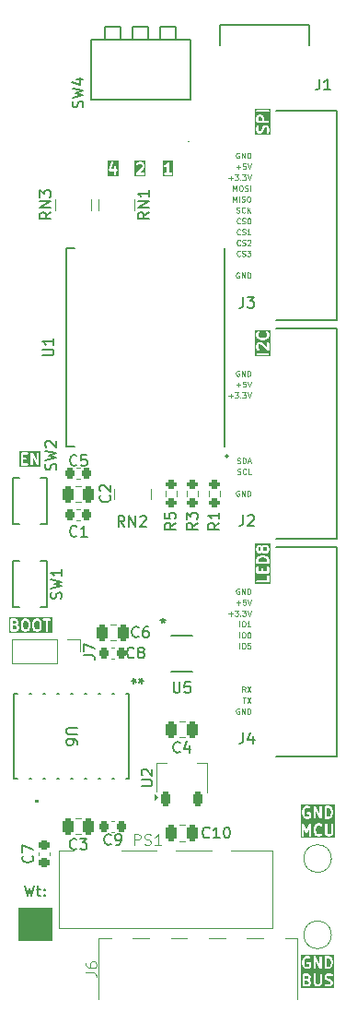
<source format=gbr>
%TF.GenerationSoftware,KiCad,Pcbnew,9.0.2*%
%TF.CreationDate,2025-06-09T09:54:49+03:00*%
%TF.ProjectId,PMMCU-ESP32C3,504d4d43-552d-4455-9350-333243332e6b,rev?*%
%TF.SameCoordinates,Original*%
%TF.FileFunction,Legend,Top*%
%TF.FilePolarity,Positive*%
%FSLAX46Y46*%
G04 Gerber Fmt 4.6, Leading zero omitted, Abs format (unit mm)*
G04 Created by KiCad (PCBNEW 9.0.2) date 2025-06-09 09:54:49*
%MOMM*%
%LPD*%
G01*
G04 APERTURE LIST*
G04 Aperture macros list*
%AMRoundRect*
0 Rectangle with rounded corners*
0 $1 Rounding radius*
0 $2 $3 $4 $5 $6 $7 $8 $9 X,Y pos of 4 corners*
0 Add a 4 corners polygon primitive as box body*
4,1,4,$2,$3,$4,$5,$6,$7,$8,$9,$2,$3,0*
0 Add four circle primitives for the rounded corners*
1,1,$1+$1,$2,$3*
1,1,$1+$1,$4,$5*
1,1,$1+$1,$6,$7*
1,1,$1+$1,$8,$9*
0 Add four rect primitives between the rounded corners*
20,1,$1+$1,$2,$3,$4,$5,0*
20,1,$1+$1,$4,$5,$6,$7,0*
20,1,$1+$1,$6,$7,$8,$9,0*
20,1,$1+$1,$8,$9,$2,$3,0*%
%AMFreePoly0*
4,1,9,3.862500,-0.866500,0.737500,-0.866500,0.737500,-0.450000,-0.737500,-0.450000,-0.737500,0.450000,0.737500,0.450000,0.737500,0.866500,3.862500,0.866500,3.862500,-0.866500,3.862500,-0.866500,$1*%
G04 Aperture macros list end*
%ADD10C,0.100000*%
%ADD11C,0.125000*%
%ADD12C,0.150000*%
%ADD13C,0.200000*%
%ADD14C,0.152400*%
%ADD15C,0.203200*%
%ADD16C,0.120000*%
%ADD17C,0.000000*%
%ADD18R,1.803400X0.635000*%
%ADD19R,2.997200X2.590800*%
%ADD20R,1.244600X1.346200*%
%ADD21R,0.889000X1.498600*%
%ADD22R,0.711200X0.711200*%
%ADD23RoundRect,0.225000X0.225000X0.250000X-0.225000X0.250000X-0.225000X-0.250000X0.225000X-0.250000X0*%
%ADD24R,1.500000X1.500000*%
%ADD25C,1.500000*%
%ADD26RoundRect,0.225000X0.225000X-0.425000X0.225000X0.425000X-0.225000X0.425000X-0.225000X-0.425000X0*%
%ADD27FreePoly0,90.000000*%
%ADD28R,0.406400X1.350000*%
%ADD29R,1.679095X1.075150*%
%ADD30R,2.108196X0.525058*%
%ADD31O,1.000000X1.700000*%
%ADD32R,0.500000X0.800000*%
%ADD33R,0.400000X0.800000*%
%ADD34RoundRect,0.250000X0.250000X0.475000X-0.250000X0.475000X-0.250000X-0.475000X0.250000X-0.475000X0*%
%ADD35R,0.482600X1.549400*%
%ADD36C,2.000000*%
%ADD37RoundRect,0.200000X0.275000X-0.200000X0.275000X0.200000X-0.275000X0.200000X-0.275000X-0.200000X0*%
%ADD38R,1.181100X0.558800*%
%ADD39RoundRect,0.225000X-0.225000X-0.250000X0.225000X-0.250000X0.225000X0.250000X-0.225000X0.250000X0*%
%ADD40C,1.725000*%
%ADD41C,1.700000*%
%ADD42R,1.350000X1.350000*%
%ADD43C,1.350000*%
%ADD44RoundRect,0.225000X0.250000X-0.225000X0.250000X0.225000X-0.250000X0.225000X-0.250000X-0.225000X0*%
G04 APERTURE END LIST*
D10*
X1500000Y-33500000D02*
X4500000Y-33500000D01*
X4500000Y-36500000D01*
X1500000Y-36500000D01*
X1500000Y-33500000D01*
G36*
X1500000Y-33500000D02*
G01*
X4500000Y-33500000D01*
X4500000Y-36500000D01*
X1500000Y-36500000D01*
X1500000Y-33500000D01*
G37*
D11*
X21870145Y26322810D02*
X21846336Y26299000D01*
X21846336Y26299000D02*
X21774907Y26275191D01*
X21774907Y26275191D02*
X21727288Y26275191D01*
X21727288Y26275191D02*
X21655860Y26299000D01*
X21655860Y26299000D02*
X21608241Y26346620D01*
X21608241Y26346620D02*
X21584431Y26394239D01*
X21584431Y26394239D02*
X21560622Y26489477D01*
X21560622Y26489477D02*
X21560622Y26560905D01*
X21560622Y26560905D02*
X21584431Y26656143D01*
X21584431Y26656143D02*
X21608241Y26703762D01*
X21608241Y26703762D02*
X21655860Y26751381D01*
X21655860Y26751381D02*
X21727288Y26775191D01*
X21727288Y26775191D02*
X21774907Y26775191D01*
X21774907Y26775191D02*
X21846336Y26751381D01*
X21846336Y26751381D02*
X21870145Y26727572D01*
X22060622Y26299000D02*
X22132050Y26275191D01*
X22132050Y26275191D02*
X22251098Y26275191D01*
X22251098Y26275191D02*
X22298717Y26299000D01*
X22298717Y26299000D02*
X22322526Y26322810D01*
X22322526Y26322810D02*
X22346336Y26370429D01*
X22346336Y26370429D02*
X22346336Y26418048D01*
X22346336Y26418048D02*
X22322526Y26465667D01*
X22322526Y26465667D02*
X22298717Y26489477D01*
X22298717Y26489477D02*
X22251098Y26513286D01*
X22251098Y26513286D02*
X22155860Y26537096D01*
X22155860Y26537096D02*
X22108241Y26560905D01*
X22108241Y26560905D02*
X22084431Y26584715D01*
X22084431Y26584715D02*
X22060622Y26632334D01*
X22060622Y26632334D02*
X22060622Y26679953D01*
X22060622Y26679953D02*
X22084431Y26727572D01*
X22084431Y26727572D02*
X22108241Y26751381D01*
X22108241Y26751381D02*
X22155860Y26775191D01*
X22155860Y26775191D02*
X22274907Y26775191D01*
X22274907Y26775191D02*
X22346336Y26751381D01*
X22513002Y26775191D02*
X22822526Y26775191D01*
X22822526Y26775191D02*
X22655859Y26584715D01*
X22655859Y26584715D02*
X22727288Y26584715D01*
X22727288Y26584715D02*
X22774907Y26560905D01*
X22774907Y26560905D02*
X22798716Y26537096D01*
X22798716Y26537096D02*
X22822526Y26489477D01*
X22822526Y26489477D02*
X22822526Y26370429D01*
X22822526Y26370429D02*
X22798716Y26322810D01*
X22798716Y26322810D02*
X22774907Y26299000D01*
X22774907Y26299000D02*
X22727288Y26275191D01*
X22727288Y26275191D02*
X22584431Y26275191D01*
X22584431Y26275191D02*
X22536812Y26299000D01*
X22536812Y26299000D02*
X22513002Y26322810D01*
X21536812Y30299000D02*
X21608240Y30275191D01*
X21608240Y30275191D02*
X21727288Y30275191D01*
X21727288Y30275191D02*
X21774907Y30299000D01*
X21774907Y30299000D02*
X21798716Y30322810D01*
X21798716Y30322810D02*
X21822526Y30370429D01*
X21822526Y30370429D02*
X21822526Y30418048D01*
X21822526Y30418048D02*
X21798716Y30465667D01*
X21798716Y30465667D02*
X21774907Y30489477D01*
X21774907Y30489477D02*
X21727288Y30513286D01*
X21727288Y30513286D02*
X21632050Y30537096D01*
X21632050Y30537096D02*
X21584431Y30560905D01*
X21584431Y30560905D02*
X21560621Y30584715D01*
X21560621Y30584715D02*
X21536812Y30632334D01*
X21536812Y30632334D02*
X21536812Y30679953D01*
X21536812Y30679953D02*
X21560621Y30727572D01*
X21560621Y30727572D02*
X21584431Y30751381D01*
X21584431Y30751381D02*
X21632050Y30775191D01*
X21632050Y30775191D02*
X21751097Y30775191D01*
X21751097Y30775191D02*
X21822526Y30751381D01*
X22322525Y30322810D02*
X22298716Y30299000D01*
X22298716Y30299000D02*
X22227287Y30275191D01*
X22227287Y30275191D02*
X22179668Y30275191D01*
X22179668Y30275191D02*
X22108240Y30299000D01*
X22108240Y30299000D02*
X22060621Y30346620D01*
X22060621Y30346620D02*
X22036811Y30394239D01*
X22036811Y30394239D02*
X22013002Y30489477D01*
X22013002Y30489477D02*
X22013002Y30560905D01*
X22013002Y30560905D02*
X22036811Y30656143D01*
X22036811Y30656143D02*
X22060621Y30703762D01*
X22060621Y30703762D02*
X22108240Y30751381D01*
X22108240Y30751381D02*
X22179668Y30775191D01*
X22179668Y30775191D02*
X22227287Y30775191D01*
X22227287Y30775191D02*
X22298716Y30751381D01*
X22298716Y30751381D02*
X22322525Y30727572D01*
X22536811Y30275191D02*
X22536811Y30775191D01*
X22822525Y30275191D02*
X22608240Y30560905D01*
X22822525Y30775191D02*
X22536811Y30489477D01*
X21774906Y-4248619D02*
X21727287Y-4224809D01*
X21727287Y-4224809D02*
X21655858Y-4224809D01*
X21655858Y-4224809D02*
X21584430Y-4248619D01*
X21584430Y-4248619D02*
X21536811Y-4296238D01*
X21536811Y-4296238D02*
X21513001Y-4343857D01*
X21513001Y-4343857D02*
X21489192Y-4439095D01*
X21489192Y-4439095D02*
X21489192Y-4510523D01*
X21489192Y-4510523D02*
X21513001Y-4605761D01*
X21513001Y-4605761D02*
X21536811Y-4653380D01*
X21536811Y-4653380D02*
X21584430Y-4701000D01*
X21584430Y-4701000D02*
X21655858Y-4724809D01*
X21655858Y-4724809D02*
X21703477Y-4724809D01*
X21703477Y-4724809D02*
X21774906Y-4701000D01*
X21774906Y-4701000D02*
X21798715Y-4677190D01*
X21798715Y-4677190D02*
X21798715Y-4510523D01*
X21798715Y-4510523D02*
X21703477Y-4510523D01*
X22013001Y-4724809D02*
X22013001Y-4224809D01*
X22013001Y-4224809D02*
X22298715Y-4724809D01*
X22298715Y-4724809D02*
X22298715Y-4224809D01*
X22536811Y-4724809D02*
X22536811Y-4224809D01*
X22536811Y-4224809D02*
X22655859Y-4224809D01*
X22655859Y-4224809D02*
X22727287Y-4248619D01*
X22727287Y-4248619D02*
X22774906Y-4296238D01*
X22774906Y-4296238D02*
X22798716Y-4343857D01*
X22798716Y-4343857D02*
X22822525Y-4439095D01*
X22822525Y-4439095D02*
X22822525Y-4510523D01*
X22822525Y-4510523D02*
X22798716Y-4605761D01*
X22798716Y-4605761D02*
X22774906Y-4653380D01*
X22774906Y-4653380D02*
X22727287Y-4701000D01*
X22727287Y-4701000D02*
X22655859Y-4724809D01*
X22655859Y-4724809D02*
X22536811Y-4724809D01*
D12*
X2047619Y-31454819D02*
X2285714Y-32454819D01*
X2285714Y-32454819D02*
X2476190Y-31740533D01*
X2476190Y-31740533D02*
X2666666Y-32454819D01*
X2666666Y-32454819D02*
X2904762Y-31454819D01*
X3142857Y-31788152D02*
X3523809Y-31788152D01*
X3285714Y-31454819D02*
X3285714Y-32311961D01*
X3285714Y-32311961D02*
X3333333Y-32407200D01*
X3333333Y-32407200D02*
X3428571Y-32454819D01*
X3428571Y-32454819D02*
X3523809Y-32454819D01*
X3857143Y-32359580D02*
X3904762Y-32407200D01*
X3904762Y-32407200D02*
X3857143Y-32454819D01*
X3857143Y-32454819D02*
X3809524Y-32407200D01*
X3809524Y-32407200D02*
X3857143Y-32359580D01*
X3857143Y-32359580D02*
X3857143Y-32454819D01*
X3857143Y-31835771D02*
X3904762Y-31883390D01*
X3904762Y-31883390D02*
X3857143Y-31931009D01*
X3857143Y-31931009D02*
X3809524Y-31883390D01*
X3809524Y-31883390D02*
X3857143Y-31835771D01*
X3857143Y-31835771D02*
X3857143Y-31931009D01*
D11*
X21798716Y-8724809D02*
X21798716Y-8224809D01*
X22132049Y-8224809D02*
X22227287Y-8224809D01*
X22227287Y-8224809D02*
X22274906Y-8248619D01*
X22274906Y-8248619D02*
X22322525Y-8296238D01*
X22322525Y-8296238D02*
X22346335Y-8391476D01*
X22346335Y-8391476D02*
X22346335Y-8558142D01*
X22346335Y-8558142D02*
X22322525Y-8653380D01*
X22322525Y-8653380D02*
X22274906Y-8701000D01*
X22274906Y-8701000D02*
X22227287Y-8724809D01*
X22227287Y-8724809D02*
X22132049Y-8724809D01*
X22132049Y-8724809D02*
X22084430Y-8701000D01*
X22084430Y-8701000D02*
X22036811Y-8653380D01*
X22036811Y-8653380D02*
X22013002Y-8558142D01*
X22013002Y-8558142D02*
X22013002Y-8391476D01*
X22013002Y-8391476D02*
X22036811Y-8296238D01*
X22036811Y-8296238D02*
X22084430Y-8248619D01*
X22084430Y-8248619D02*
X22132049Y-8224809D01*
X22655859Y-8224809D02*
X22703478Y-8224809D01*
X22703478Y-8224809D02*
X22751097Y-8248619D01*
X22751097Y-8248619D02*
X22774907Y-8272428D01*
X22774907Y-8272428D02*
X22798716Y-8320047D01*
X22798716Y-8320047D02*
X22822526Y-8415285D01*
X22822526Y-8415285D02*
X22822526Y-8534333D01*
X22822526Y-8534333D02*
X22798716Y-8629571D01*
X22798716Y-8629571D02*
X22774907Y-8677190D01*
X22774907Y-8677190D02*
X22751097Y-8701000D01*
X22751097Y-8701000D02*
X22703478Y-8724809D01*
X22703478Y-8724809D02*
X22655859Y-8724809D01*
X22655859Y-8724809D02*
X22608240Y-8701000D01*
X22608240Y-8701000D02*
X22584431Y-8677190D01*
X22584431Y-8677190D02*
X22560621Y-8629571D01*
X22560621Y-8629571D02*
X22536812Y-8534333D01*
X22536812Y-8534333D02*
X22536812Y-8415285D01*
X22536812Y-8415285D02*
X22560621Y-8320047D01*
X22560621Y-8320047D02*
X22584431Y-8272428D01*
X22584431Y-8272428D02*
X22608240Y-8248619D01*
X22608240Y-8248619D02*
X22655859Y-8224809D01*
X20798717Y-6534333D02*
X21179670Y-6534333D01*
X20989193Y-6724809D02*
X20989193Y-6343857D01*
X21370146Y-6224809D02*
X21679670Y-6224809D01*
X21679670Y-6224809D02*
X21513003Y-6415285D01*
X21513003Y-6415285D02*
X21584432Y-6415285D01*
X21584432Y-6415285D02*
X21632051Y-6439095D01*
X21632051Y-6439095D02*
X21655860Y-6462904D01*
X21655860Y-6462904D02*
X21679670Y-6510523D01*
X21679670Y-6510523D02*
X21679670Y-6629571D01*
X21679670Y-6629571D02*
X21655860Y-6677190D01*
X21655860Y-6677190D02*
X21632051Y-6701000D01*
X21632051Y-6701000D02*
X21584432Y-6724809D01*
X21584432Y-6724809D02*
X21441575Y-6724809D01*
X21441575Y-6724809D02*
X21393956Y-6701000D01*
X21393956Y-6701000D02*
X21370146Y-6677190D01*
X21893955Y-6677190D02*
X21917765Y-6701000D01*
X21917765Y-6701000D02*
X21893955Y-6724809D01*
X21893955Y-6724809D02*
X21870146Y-6701000D01*
X21870146Y-6701000D02*
X21893955Y-6677190D01*
X21893955Y-6677190D02*
X21893955Y-6724809D01*
X22084431Y-6224809D02*
X22393955Y-6224809D01*
X22393955Y-6224809D02*
X22227288Y-6415285D01*
X22227288Y-6415285D02*
X22298717Y-6415285D01*
X22298717Y-6415285D02*
X22346336Y-6439095D01*
X22346336Y-6439095D02*
X22370145Y-6462904D01*
X22370145Y-6462904D02*
X22393955Y-6510523D01*
X22393955Y-6510523D02*
X22393955Y-6629571D01*
X22393955Y-6629571D02*
X22370145Y-6677190D01*
X22370145Y-6677190D02*
X22346336Y-6701000D01*
X22346336Y-6701000D02*
X22298717Y-6724809D01*
X22298717Y-6724809D02*
X22155860Y-6724809D01*
X22155860Y-6724809D02*
X22108241Y-6701000D01*
X22108241Y-6701000D02*
X22084431Y-6677190D01*
X22536812Y-6224809D02*
X22703478Y-6724809D01*
X22703478Y-6724809D02*
X22870145Y-6224809D01*
D13*
G36*
X24179218Y-1416405D02*
G01*
X24250127Y-1451859D01*
X24317197Y-1518929D01*
X24352219Y-1623994D01*
X24352219Y-1745863D01*
X23552219Y-1745863D01*
X23552219Y-1623995D01*
X23587240Y-1518930D01*
X23654313Y-1451858D01*
X23725218Y-1416405D01*
X23893099Y-1374435D01*
X24011337Y-1374435D01*
X24179218Y-1416405D01*
G37*
G36*
X23726316Y-451859D02*
G01*
X23750985Y-476527D01*
X23780790Y-536137D01*
X23780790Y-679399D01*
X23750985Y-739008D01*
X23726316Y-763676D01*
X23666707Y-793482D01*
X23666302Y-793482D01*
X23606692Y-763677D01*
X23582024Y-739008D01*
X23552219Y-679398D01*
X23552219Y-536137D01*
X23582024Y-476527D01*
X23606692Y-451858D01*
X23666302Y-422054D01*
X23666707Y-422054D01*
X23726316Y-451859D01*
G37*
G36*
X24297746Y-451860D02*
G01*
X24322414Y-476527D01*
X24352219Y-536137D01*
X24352219Y-679399D01*
X24322414Y-739008D01*
X24297746Y-763675D01*
X24238135Y-793482D01*
X24094873Y-793482D01*
X24035263Y-763677D01*
X24010595Y-739008D01*
X23980790Y-679398D01*
X23980790Y-536137D01*
X24010595Y-476527D01*
X24035263Y-451858D01*
X24094873Y-422054D01*
X24238135Y-422054D01*
X24297746Y-451860D01*
G37*
G36*
X24663330Y-3771260D02*
G01*
X23241108Y-3771260D01*
X23241108Y-3540640D01*
X23354140Y-3540640D01*
X23354140Y-3579658D01*
X23369072Y-3615706D01*
X23396662Y-3643296D01*
X23432710Y-3658228D01*
X23452219Y-3660149D01*
X24452219Y-3660149D01*
X24471728Y-3658228D01*
X24507776Y-3643296D01*
X24535366Y-3615706D01*
X24550298Y-3579658D01*
X24552219Y-3560149D01*
X24552219Y-3083959D01*
X24550298Y-3064450D01*
X24535366Y-3028402D01*
X24507776Y-3000812D01*
X24471728Y-2985880D01*
X24432710Y-2985880D01*
X24396662Y-3000812D01*
X24369072Y-3028402D01*
X24354140Y-3064450D01*
X24352219Y-3083959D01*
X24352219Y-3460149D01*
X23452219Y-3460149D01*
X23432710Y-3462070D01*
X23396662Y-3477002D01*
X23369072Y-3504592D01*
X23354140Y-3540640D01*
X23241108Y-3540640D01*
X23241108Y-2274435D01*
X23352219Y-2274435D01*
X23352219Y-2750625D01*
X23354140Y-2770134D01*
X23369072Y-2806182D01*
X23396662Y-2833772D01*
X23432710Y-2848704D01*
X23452219Y-2850625D01*
X24452219Y-2850625D01*
X24471728Y-2848704D01*
X24507776Y-2833772D01*
X24535366Y-2806182D01*
X24550298Y-2770134D01*
X24552219Y-2750625D01*
X24552219Y-2274435D01*
X24550298Y-2254926D01*
X24535366Y-2218878D01*
X24507776Y-2191288D01*
X24471728Y-2176356D01*
X24432710Y-2176356D01*
X24396662Y-2191288D01*
X24369072Y-2218878D01*
X24354140Y-2254926D01*
X24352219Y-2274435D01*
X24352219Y-2650625D01*
X24028409Y-2650625D01*
X24028409Y-2417292D01*
X24026488Y-2397783D01*
X24011556Y-2361735D01*
X23983966Y-2334145D01*
X23947918Y-2319213D01*
X23908900Y-2319213D01*
X23872852Y-2334145D01*
X23845262Y-2361735D01*
X23830330Y-2397783D01*
X23828409Y-2417292D01*
X23828409Y-2650625D01*
X23552219Y-2650625D01*
X23552219Y-2274435D01*
X23550298Y-2254926D01*
X23535366Y-2218878D01*
X23507776Y-2191288D01*
X23471728Y-2176356D01*
X23432710Y-2176356D01*
X23396662Y-2191288D01*
X23369072Y-2218878D01*
X23354140Y-2254926D01*
X23352219Y-2274435D01*
X23241108Y-2274435D01*
X23241108Y-1607768D01*
X23352219Y-1607768D01*
X23352219Y-1845863D01*
X23354140Y-1865372D01*
X23369072Y-1901420D01*
X23396662Y-1929010D01*
X23432710Y-1943942D01*
X23452219Y-1945863D01*
X24452219Y-1945863D01*
X24471728Y-1943942D01*
X24507776Y-1929010D01*
X24535366Y-1901420D01*
X24550298Y-1865372D01*
X24552219Y-1845863D01*
X24552219Y-1607768D01*
X24551246Y-1597894D01*
X24551434Y-1595260D01*
X24550646Y-1591796D01*
X24550298Y-1588259D01*
X24549286Y-1585817D01*
X24547087Y-1576145D01*
X24499468Y-1433288D01*
X24491477Y-1415388D01*
X24489122Y-1412672D01*
X24487747Y-1409353D01*
X24475311Y-1394200D01*
X24380071Y-1298962D01*
X24372401Y-1292667D01*
X24370672Y-1290673D01*
X24367667Y-1288781D01*
X24364918Y-1286525D01*
X24362474Y-1285512D01*
X24354082Y-1280230D01*
X24258844Y-1232611D01*
X24257417Y-1232065D01*
X24256837Y-1231635D01*
X24248660Y-1228713D01*
X24240536Y-1225605D01*
X24239813Y-1225553D01*
X24238376Y-1225040D01*
X24047901Y-1177421D01*
X24044519Y-1176920D01*
X24043156Y-1176356D01*
X24035805Y-1175632D01*
X24028508Y-1174553D01*
X24027049Y-1174770D01*
X24023647Y-1174435D01*
X23880790Y-1174435D01*
X23877387Y-1174770D01*
X23875929Y-1174553D01*
X23868631Y-1175632D01*
X23861281Y-1176356D01*
X23859917Y-1176920D01*
X23856536Y-1177421D01*
X23666060Y-1225040D01*
X23664621Y-1225553D01*
X23663901Y-1225605D01*
X23655776Y-1228713D01*
X23647600Y-1231635D01*
X23647020Y-1232064D01*
X23645592Y-1232611D01*
X23550355Y-1280230D01*
X23541956Y-1285516D01*
X23539519Y-1286526D01*
X23536775Y-1288777D01*
X23533764Y-1290673D01*
X23532031Y-1292670D01*
X23524365Y-1298962D01*
X23429127Y-1394200D01*
X23416691Y-1409354D01*
X23415316Y-1412672D01*
X23412961Y-1415388D01*
X23404970Y-1433289D01*
X23357351Y-1576145D01*
X23355151Y-1585816D01*
X23354140Y-1588259D01*
X23353791Y-1591797D01*
X23353004Y-1595261D01*
X23353191Y-1597894D01*
X23352219Y-1607768D01*
X23241108Y-1607768D01*
X23241108Y-512530D01*
X23352219Y-512530D01*
X23352219Y-703006D01*
X23354140Y-722515D01*
X23355515Y-725835D01*
X23355770Y-729419D01*
X23362776Y-747727D01*
X23410395Y-842965D01*
X23415680Y-851361D01*
X23416691Y-853801D01*
X23418944Y-856547D01*
X23420838Y-859555D01*
X23422832Y-861284D01*
X23429127Y-868955D01*
X23476746Y-916573D01*
X23484412Y-922865D01*
X23486145Y-924863D01*
X23489153Y-926756D01*
X23491899Y-929010D01*
X23494339Y-930020D01*
X23502736Y-935306D01*
X23597973Y-982925D01*
X23616282Y-989931D01*
X23619865Y-990185D01*
X23623186Y-991561D01*
X23642695Y-993482D01*
X23690314Y-993482D01*
X23709823Y-991561D01*
X23713143Y-990185D01*
X23716727Y-989931D01*
X23735035Y-982925D01*
X23830273Y-935306D01*
X23838669Y-930020D01*
X23841109Y-929010D01*
X23843855Y-926756D01*
X23846863Y-924863D01*
X23848592Y-922868D01*
X23856263Y-916574D01*
X23880789Y-892046D01*
X23905317Y-916573D01*
X23912983Y-922865D01*
X23914716Y-924863D01*
X23917724Y-926756D01*
X23920470Y-929010D01*
X23922910Y-930020D01*
X23931307Y-935306D01*
X24026544Y-982925D01*
X24044853Y-989931D01*
X24048436Y-990185D01*
X24051757Y-991561D01*
X24071266Y-993482D01*
X24261742Y-993482D01*
X24281251Y-991561D01*
X24284571Y-990185D01*
X24288155Y-989931D01*
X24306463Y-982925D01*
X24401701Y-935306D01*
X24410093Y-930022D01*
X24412537Y-929011D01*
X24415286Y-926754D01*
X24418291Y-924863D01*
X24420020Y-922868D01*
X24427690Y-916574D01*
X24475310Y-868956D01*
X24481603Y-861287D01*
X24483600Y-859556D01*
X24485493Y-856547D01*
X24487747Y-853802D01*
X24488757Y-851361D01*
X24494043Y-842965D01*
X24541662Y-747728D01*
X24548668Y-729419D01*
X24548922Y-725835D01*
X24550298Y-722515D01*
X24552219Y-703006D01*
X24552219Y-512530D01*
X24550298Y-493021D01*
X24548922Y-489700D01*
X24548668Y-486117D01*
X24541662Y-467808D01*
X24494043Y-372571D01*
X24488757Y-364174D01*
X24487747Y-361734D01*
X24485493Y-358988D01*
X24483600Y-355980D01*
X24481603Y-354248D01*
X24475310Y-346580D01*
X24427690Y-298962D01*
X24420020Y-292667D01*
X24418291Y-290673D01*
X24415286Y-288781D01*
X24412537Y-286525D01*
X24410093Y-285513D01*
X24401701Y-280230D01*
X24306463Y-232611D01*
X24288155Y-225605D01*
X24284571Y-225350D01*
X24281251Y-223975D01*
X24261742Y-222054D01*
X24071266Y-222054D01*
X24051757Y-223975D01*
X24048436Y-225350D01*
X24044853Y-225605D01*
X24026544Y-232611D01*
X23931307Y-280230D01*
X23922910Y-285515D01*
X23920470Y-286526D01*
X23917724Y-288779D01*
X23914716Y-290673D01*
X23912983Y-292670D01*
X23905317Y-298963D01*
X23880789Y-323489D01*
X23856263Y-298962D01*
X23848592Y-292667D01*
X23846863Y-290673D01*
X23843855Y-288779D01*
X23841109Y-286526D01*
X23838669Y-285515D01*
X23830273Y-280230D01*
X23735035Y-232611D01*
X23716727Y-225605D01*
X23713143Y-225350D01*
X23709823Y-223975D01*
X23690314Y-222054D01*
X23642695Y-222054D01*
X23623186Y-223975D01*
X23619865Y-225350D01*
X23616282Y-225605D01*
X23597973Y-232611D01*
X23502736Y-280230D01*
X23494339Y-285515D01*
X23491899Y-286526D01*
X23489153Y-288779D01*
X23486145Y-290673D01*
X23484412Y-292670D01*
X23476746Y-298963D01*
X23429127Y-346581D01*
X23422832Y-354251D01*
X23420838Y-355981D01*
X23418944Y-358988D01*
X23416691Y-361735D01*
X23415680Y-364174D01*
X23410395Y-372571D01*
X23362776Y-467809D01*
X23355770Y-486117D01*
X23355515Y-489700D01*
X23354140Y-493021D01*
X23352219Y-512530D01*
X23241108Y-512530D01*
X23241108Y-110943D01*
X24663330Y-110943D01*
X24663330Y-3771260D01*
G37*
G36*
X3489206Y6956670D02*
G01*
X1590794Y6956670D01*
X1590794Y8167781D01*
X1701905Y8167781D01*
X1701905Y7167781D01*
X1703826Y7148272D01*
X1718758Y7112224D01*
X1746348Y7084634D01*
X1782396Y7069702D01*
X1801905Y7067781D01*
X2278095Y7067781D01*
X2297604Y7069702D01*
X2333652Y7084634D01*
X2361242Y7112224D01*
X2376174Y7148272D01*
X2376174Y7187290D01*
X2361242Y7223338D01*
X2333652Y7250928D01*
X2297604Y7265860D01*
X2278095Y7267781D01*
X1901905Y7267781D01*
X1901905Y7591591D01*
X2135238Y7591591D01*
X2154747Y7593512D01*
X2190795Y7608444D01*
X2218385Y7636034D01*
X2233317Y7672082D01*
X2233317Y7711100D01*
X2218385Y7747148D01*
X2190795Y7774738D01*
X2154747Y7789670D01*
X2135238Y7791591D01*
X1901905Y7791591D01*
X1901905Y8067781D01*
X2278095Y8067781D01*
X2297604Y8069702D01*
X2333652Y8084634D01*
X2361242Y8112224D01*
X2376174Y8148272D01*
X2376174Y8167781D01*
X2606667Y8167781D01*
X2606667Y7167781D01*
X2608588Y7148272D01*
X2623520Y7112224D01*
X2651110Y7084634D01*
X2687158Y7069702D01*
X2726176Y7069702D01*
X2762224Y7084634D01*
X2789814Y7112224D01*
X2804746Y7148272D01*
X2806667Y7167781D01*
X2806667Y7791225D01*
X3191271Y7118167D01*
X3194189Y7114057D01*
X3194948Y7112224D01*
X3196814Y7110358D01*
X3202618Y7102182D01*
X3213134Y7094038D01*
X3222538Y7084634D01*
X3228425Y7082196D01*
X3233467Y7078291D01*
X3246299Y7074792D01*
X3258586Y7069702D01*
X3264962Y7069702D01*
X3271111Y7068025D01*
X3284304Y7069702D01*
X3297604Y7069702D01*
X3303492Y7072142D01*
X3309817Y7072945D01*
X3321366Y7079546D01*
X3333652Y7084634D01*
X3338159Y7089142D01*
X3343694Y7092304D01*
X3351838Y7102821D01*
X3361242Y7112224D01*
X3363680Y7118112D01*
X3367585Y7123153D01*
X3371084Y7135986D01*
X3376174Y7148272D01*
X3377156Y7158250D01*
X3377851Y7160796D01*
X3377600Y7162764D01*
X3378095Y7167781D01*
X3378095Y8167781D01*
X3376174Y8187290D01*
X3361242Y8223338D01*
X3333652Y8250928D01*
X3297604Y8265860D01*
X3258586Y8265860D01*
X3222538Y8250928D01*
X3194948Y8223338D01*
X3180016Y8187290D01*
X3178095Y8167781D01*
X3178095Y7544338D01*
X2793491Y8217395D01*
X2790572Y8221506D01*
X2789814Y8223338D01*
X2787947Y8225205D01*
X2782144Y8233380D01*
X2771629Y8241523D01*
X2762224Y8250928D01*
X2756333Y8253368D01*
X2751295Y8257270D01*
X2738466Y8260769D01*
X2726176Y8265860D01*
X2719801Y8265860D01*
X2713652Y8267537D01*
X2700459Y8265860D01*
X2687158Y8265860D01*
X2681269Y8263421D01*
X2674945Y8262617D01*
X2663395Y8256017D01*
X2651110Y8250928D01*
X2646602Y8246421D01*
X2641068Y8243258D01*
X2632925Y8232744D01*
X2623520Y8223338D01*
X2621080Y8217448D01*
X2617178Y8212409D01*
X2613679Y8199581D01*
X2608588Y8187290D01*
X2607605Y8177313D01*
X2606911Y8174766D01*
X2607161Y8172799D01*
X2606667Y8167781D01*
X2376174Y8167781D01*
X2376174Y8187290D01*
X2361242Y8223338D01*
X2333652Y8250928D01*
X2297604Y8265860D01*
X2278095Y8267781D01*
X1801905Y8267781D01*
X1782396Y8265860D01*
X1746348Y8250928D01*
X1718758Y8223338D01*
X1703826Y8187290D01*
X1701905Y8167781D01*
X1590794Y8167781D01*
X1590794Y8378892D01*
X3489206Y8378892D01*
X3489206Y6956670D01*
G37*
D11*
X22108241Y-14224809D02*
X22393955Y-14224809D01*
X22251098Y-14724809D02*
X22251098Y-14224809D01*
X22513002Y-14224809D02*
X22846335Y-14724809D01*
X22846335Y-14224809D02*
X22513002Y-14724809D01*
D13*
G36*
X24663330Y17090137D02*
G01*
X23241108Y17090137D01*
X23241108Y17320757D01*
X23354140Y17320757D01*
X23354140Y17281739D01*
X23369072Y17245691D01*
X23396662Y17218101D01*
X23432710Y17203169D01*
X23452219Y17201248D01*
X24452219Y17201248D01*
X24471728Y17203169D01*
X24507776Y17218101D01*
X24535366Y17245691D01*
X24550298Y17281739D01*
X24550298Y17320757D01*
X24535366Y17356805D01*
X24507776Y17384395D01*
X24471728Y17399327D01*
X24452219Y17401248D01*
X23452219Y17401248D01*
X23432710Y17399327D01*
X23396662Y17384395D01*
X23369072Y17356805D01*
X23354140Y17320757D01*
X23241108Y17320757D01*
X23241108Y18110771D01*
X23352219Y18110771D01*
X23352219Y17872676D01*
X23354140Y17853167D01*
X23355515Y17849847D01*
X23355770Y17846263D01*
X23362776Y17827955D01*
X23410395Y17732717D01*
X23415680Y17724321D01*
X23416691Y17721881D01*
X23418944Y17719135D01*
X23420838Y17716127D01*
X23422832Y17714398D01*
X23429127Y17706727D01*
X23476746Y17659109D01*
X23491899Y17646672D01*
X23527948Y17631741D01*
X23566966Y17631741D01*
X23603014Y17646672D01*
X23630604Y17674262D01*
X23645535Y17710310D01*
X23645535Y17749328D01*
X23630604Y17785377D01*
X23618167Y17800530D01*
X23582024Y17836674D01*
X23552219Y17896284D01*
X23552219Y18087164D01*
X23582024Y18146774D01*
X23606692Y18171443D01*
X23666302Y18201247D01*
X23721706Y18201247D01*
X23826770Y18166226D01*
X24381508Y17611489D01*
X24396662Y17599053D01*
X24432710Y17584121D01*
X24471728Y17584121D01*
X24507776Y17599053D01*
X24535366Y17626643D01*
X24550298Y17662691D01*
X24552219Y17682200D01*
X24552219Y18301247D01*
X24550298Y18320756D01*
X24535366Y18356804D01*
X24507776Y18384394D01*
X24471728Y18399326D01*
X24432710Y18399326D01*
X24396662Y18384394D01*
X24369072Y18356804D01*
X24354140Y18320756D01*
X24352219Y18301247D01*
X24352219Y17923622D01*
X23951501Y18324339D01*
X23936347Y18336775D01*
X23933028Y18338150D01*
X23930313Y18340505D01*
X23912412Y18348496D01*
X23769556Y18396115D01*
X23759884Y18398315D01*
X23757442Y18399326D01*
X23753903Y18399675D01*
X23750440Y18400462D01*
X23747806Y18400275D01*
X23737933Y18401247D01*
X23642695Y18401247D01*
X23623186Y18399326D01*
X23619865Y18397951D01*
X23616282Y18397696D01*
X23597973Y18390690D01*
X23502736Y18343071D01*
X23494339Y18337786D01*
X23491899Y18336775D01*
X23489153Y18334522D01*
X23486145Y18332628D01*
X23484412Y18330631D01*
X23476746Y18324338D01*
X23429127Y18276720D01*
X23422832Y18269050D01*
X23420838Y18267320D01*
X23418944Y18264313D01*
X23416691Y18261566D01*
X23415680Y18259127D01*
X23410395Y18250730D01*
X23362776Y18155492D01*
X23355770Y18137184D01*
X23355515Y18133601D01*
X23354140Y18130280D01*
X23352219Y18110771D01*
X23241108Y18110771D01*
X23241108Y19110771D01*
X23352219Y19110771D01*
X23352219Y19015533D01*
X23353191Y19005660D01*
X23353004Y19003026D01*
X23353791Y18999563D01*
X23354140Y18996024D01*
X23355151Y18993582D01*
X23357351Y18983910D01*
X23404970Y18841054D01*
X23412961Y18823153D01*
X23415316Y18820438D01*
X23416691Y18817119D01*
X23429127Y18801965D01*
X23524365Y18706727D01*
X23532031Y18700436D01*
X23533764Y18698438D01*
X23536775Y18696543D01*
X23539519Y18694291D01*
X23541956Y18693282D01*
X23550355Y18687995D01*
X23645592Y18640376D01*
X23647020Y18639830D01*
X23647600Y18639400D01*
X23655776Y18636479D01*
X23663901Y18633370D01*
X23664621Y18633319D01*
X23666060Y18632805D01*
X23856536Y18585186D01*
X23859917Y18584686D01*
X23861281Y18584121D01*
X23868631Y18583398D01*
X23875929Y18582318D01*
X23877387Y18582536D01*
X23880790Y18582200D01*
X24023647Y18582200D01*
X24027049Y18582536D01*
X24028508Y18582318D01*
X24035805Y18583398D01*
X24043156Y18584121D01*
X24044519Y18584686D01*
X24047901Y18585186D01*
X24238376Y18632805D01*
X24239813Y18633319D01*
X24240536Y18633370D01*
X24248660Y18636479D01*
X24256837Y18639400D01*
X24257417Y18639831D01*
X24258844Y18640376D01*
X24354082Y18687995D01*
X24362474Y18693278D01*
X24364918Y18694290D01*
X24367667Y18696547D01*
X24370672Y18698438D01*
X24372401Y18700433D01*
X24380071Y18706727D01*
X24475311Y18801965D01*
X24487747Y18817118D01*
X24489122Y18820438D01*
X24491477Y18823153D01*
X24499468Y18841053D01*
X24547087Y18983910D01*
X24549286Y18993583D01*
X24550298Y18996024D01*
X24550646Y18999562D01*
X24551434Y19003025D01*
X24551246Y19005660D01*
X24552219Y19015533D01*
X24552219Y19110771D01*
X24551246Y19120645D01*
X24551434Y19123279D01*
X24550646Y19126743D01*
X24550298Y19130280D01*
X24549286Y19132722D01*
X24547087Y19142394D01*
X24499468Y19285251D01*
X24491477Y19303151D01*
X24489122Y19305867D01*
X24487747Y19309186D01*
X24475310Y19324340D01*
X24427690Y19371958D01*
X24412537Y19384395D01*
X24376488Y19399326D01*
X24337470Y19399325D01*
X24301422Y19384394D01*
X24273832Y19356804D01*
X24258901Y19320755D01*
X24258902Y19281737D01*
X24273833Y19245689D01*
X24286270Y19230536D01*
X24317197Y19199610D01*
X24352219Y19094545D01*
X24352219Y19031760D01*
X24317197Y18926695D01*
X24250127Y18859625D01*
X24179218Y18824171D01*
X24011337Y18782200D01*
X23893099Y18782200D01*
X23725218Y18824171D01*
X23654313Y18859623D01*
X23587240Y18926696D01*
X23552219Y19031760D01*
X23552219Y19094544D01*
X23587240Y19199610D01*
X23618167Y19230536D01*
X23630604Y19245689D01*
X23645535Y19281738D01*
X23645535Y19320756D01*
X23630604Y19356804D01*
X23603014Y19384394D01*
X23566966Y19399325D01*
X23527948Y19399325D01*
X23491899Y19384394D01*
X23476746Y19371957D01*
X23429127Y19324339D01*
X23416691Y19309185D01*
X23415316Y19305867D01*
X23412961Y19303151D01*
X23404970Y19285250D01*
X23357351Y19142394D01*
X23355151Y19132723D01*
X23354140Y19130280D01*
X23353791Y19126742D01*
X23353004Y19123278D01*
X23353191Y19120645D01*
X23352219Y19110771D01*
X23241108Y19110771D01*
X23241108Y19510437D01*
X24663330Y19510437D01*
X24663330Y17090137D01*
G37*
G36*
X1271695Y-7683430D02*
G01*
X1291147Y-7702882D01*
X1320952Y-7762492D01*
X1320952Y-7858135D01*
X1291147Y-7917743D01*
X1266478Y-7942413D01*
X1206869Y-7972219D01*
X949524Y-7972219D01*
X949524Y-7648409D01*
X1166630Y-7648409D01*
X1271695Y-7683430D01*
G37*
G36*
X1218859Y-7202024D02*
G01*
X1243528Y-7226692D01*
X1273333Y-7286302D01*
X1273333Y-7334326D01*
X1243528Y-7393935D01*
X1218859Y-7418603D01*
X1159250Y-7448409D01*
X949524Y-7448409D01*
X949524Y-7172219D01*
X1159250Y-7172219D01*
X1218859Y-7202024D01*
G37*
G36*
X2266477Y-7202023D02*
G01*
X2330656Y-7266202D01*
X2368571Y-7417861D01*
X2368571Y-7726575D01*
X2330655Y-7878235D01*
X2266479Y-7942413D01*
X2206869Y-7972219D01*
X2063607Y-7972219D01*
X2003997Y-7942414D01*
X1939820Y-7878236D01*
X1901905Y-7726575D01*
X1901905Y-7417862D01*
X1939820Y-7266202D01*
X2003999Y-7202023D01*
X2063607Y-7172219D01*
X2206869Y-7172219D01*
X2266477Y-7202023D01*
G37*
G36*
X3314096Y-7202023D02*
G01*
X3378275Y-7266202D01*
X3416190Y-7417861D01*
X3416190Y-7726575D01*
X3378274Y-7878235D01*
X3314098Y-7942413D01*
X3254488Y-7972219D01*
X3111226Y-7972219D01*
X3051616Y-7942414D01*
X2987439Y-7878236D01*
X2949524Y-7726575D01*
X2949524Y-7417862D01*
X2987439Y-7266202D01*
X3051618Y-7202023D01*
X3111226Y-7172219D01*
X3254488Y-7172219D01*
X3314096Y-7202023D01*
G37*
G36*
X4582523Y-8283330D02*
G01*
X638413Y-8283330D01*
X638413Y-7072219D01*
X749524Y-7072219D01*
X749524Y-8072219D01*
X751445Y-8091728D01*
X766377Y-8127776D01*
X793967Y-8155366D01*
X830015Y-8170298D01*
X849524Y-8172219D01*
X1230476Y-8172219D01*
X1249985Y-8170298D01*
X1253305Y-8168922D01*
X1256889Y-8168668D01*
X1275197Y-8161662D01*
X1370435Y-8114043D01*
X1378830Y-8108758D01*
X1381272Y-8107747D01*
X1384019Y-8105491D01*
X1387025Y-8103600D01*
X1388755Y-8101605D01*
X1396425Y-8095310D01*
X1444044Y-8047690D01*
X1450336Y-8040023D01*
X1452333Y-8038292D01*
X1454226Y-8035284D01*
X1456481Y-8032537D01*
X1457492Y-8030095D01*
X1462776Y-8021701D01*
X1510395Y-7926464D01*
X1517401Y-7908155D01*
X1517655Y-7904571D01*
X1519031Y-7901251D01*
X1520952Y-7881742D01*
X1520952Y-7738885D01*
X1519031Y-7719376D01*
X1517655Y-7716055D01*
X1517401Y-7712472D01*
X1510395Y-7694163D01*
X1462776Y-7598926D01*
X1457490Y-7590529D01*
X1456480Y-7588089D01*
X1454226Y-7585343D01*
X1452333Y-7582335D01*
X1450335Y-7580602D01*
X1444043Y-7572936D01*
X1396425Y-7525317D01*
X1395636Y-7524669D01*
X1396424Y-7523882D01*
X1402716Y-7516215D01*
X1404714Y-7514483D01*
X1406607Y-7511474D01*
X1408861Y-7508729D01*
X1409871Y-7506288D01*
X1415157Y-7497892D01*
X1461327Y-7405552D01*
X1701905Y-7405552D01*
X1701905Y-7738885D01*
X1702240Y-7742287D01*
X1702023Y-7743746D01*
X1703102Y-7751043D01*
X1703826Y-7758394D01*
X1704390Y-7759757D01*
X1704891Y-7763139D01*
X1752510Y-7953614D01*
X1759105Y-7972075D01*
X1763530Y-7978047D01*
X1766376Y-7984918D01*
X1778813Y-8000071D01*
X1874051Y-8095311D01*
X1881719Y-8101604D01*
X1883450Y-8103600D01*
X1886457Y-8105493D01*
X1889204Y-8107747D01*
X1891644Y-8108757D01*
X1900041Y-8114043D01*
X1995278Y-8161662D01*
X2013587Y-8168668D01*
X2017170Y-8168922D01*
X2020491Y-8170298D01*
X2040000Y-8172219D01*
X2230476Y-8172219D01*
X2249985Y-8170298D01*
X2253305Y-8168922D01*
X2256889Y-8168668D01*
X2275197Y-8161662D01*
X2370435Y-8114043D01*
X2378830Y-8108758D01*
X2381272Y-8107747D01*
X2384019Y-8105491D01*
X2387025Y-8103600D01*
X2388755Y-8101605D01*
X2396425Y-8095310D01*
X2491663Y-8000071D01*
X2504100Y-7984918D01*
X2506945Y-7978047D01*
X2511371Y-7972075D01*
X2517966Y-7953615D01*
X2565585Y-7763139D01*
X2566085Y-7759757D01*
X2566650Y-7758394D01*
X2567373Y-7751043D01*
X2568453Y-7743746D01*
X2568235Y-7742287D01*
X2568571Y-7738885D01*
X2568571Y-7405552D01*
X2749524Y-7405552D01*
X2749524Y-7738885D01*
X2749859Y-7742287D01*
X2749642Y-7743746D01*
X2750721Y-7751043D01*
X2751445Y-7758394D01*
X2752009Y-7759757D01*
X2752510Y-7763139D01*
X2800129Y-7953614D01*
X2806724Y-7972075D01*
X2811149Y-7978047D01*
X2813995Y-7984918D01*
X2826432Y-8000071D01*
X2921670Y-8095311D01*
X2929338Y-8101604D01*
X2931069Y-8103600D01*
X2934076Y-8105493D01*
X2936823Y-8107747D01*
X2939263Y-8108757D01*
X2947660Y-8114043D01*
X3042897Y-8161662D01*
X3061206Y-8168668D01*
X3064789Y-8168922D01*
X3068110Y-8170298D01*
X3087619Y-8172219D01*
X3278095Y-8172219D01*
X3297604Y-8170298D01*
X3300924Y-8168922D01*
X3304508Y-8168668D01*
X3322816Y-8161662D01*
X3418054Y-8114043D01*
X3426449Y-8108758D01*
X3428891Y-8107747D01*
X3431638Y-8105491D01*
X3434644Y-8103600D01*
X3436374Y-8101605D01*
X3444044Y-8095310D01*
X3539282Y-8000071D01*
X3551719Y-7984918D01*
X3554564Y-7978047D01*
X3558990Y-7972075D01*
X3565585Y-7953615D01*
X3613204Y-7763139D01*
X3613704Y-7759757D01*
X3614269Y-7758394D01*
X3614992Y-7751043D01*
X3616072Y-7743746D01*
X3615854Y-7742287D01*
X3616190Y-7738885D01*
X3616190Y-7405552D01*
X3615854Y-7402149D01*
X3616072Y-7400691D01*
X3614992Y-7393393D01*
X3614269Y-7386043D01*
X3613704Y-7384679D01*
X3613204Y-7381298D01*
X3565585Y-7190822D01*
X3558990Y-7172362D01*
X3554563Y-7166387D01*
X3551718Y-7159519D01*
X3539282Y-7144365D01*
X3447627Y-7052710D01*
X3703826Y-7052710D01*
X3703826Y-7091728D01*
X3718758Y-7127776D01*
X3746348Y-7155366D01*
X3782396Y-7170298D01*
X3801905Y-7172219D01*
X3987619Y-7172219D01*
X3987619Y-8072219D01*
X3989540Y-8091728D01*
X4004472Y-8127776D01*
X4032062Y-8155366D01*
X4068110Y-8170298D01*
X4107128Y-8170298D01*
X4143176Y-8155366D01*
X4170766Y-8127776D01*
X4185698Y-8091728D01*
X4187619Y-8072219D01*
X4187619Y-7172219D01*
X4373333Y-7172219D01*
X4392842Y-7170298D01*
X4428890Y-7155366D01*
X4456480Y-7127776D01*
X4471412Y-7091728D01*
X4471412Y-7052710D01*
X4456480Y-7016662D01*
X4428890Y-6989072D01*
X4392842Y-6974140D01*
X4373333Y-6972219D01*
X3801905Y-6972219D01*
X3782396Y-6974140D01*
X3746348Y-6989072D01*
X3718758Y-7016662D01*
X3703826Y-7052710D01*
X3447627Y-7052710D01*
X3444044Y-7049127D01*
X3436373Y-7042832D01*
X3434644Y-7040838D01*
X3431636Y-7038944D01*
X3428890Y-7036691D01*
X3426450Y-7035680D01*
X3418054Y-7030395D01*
X3322816Y-6982776D01*
X3304508Y-6975770D01*
X3300924Y-6975515D01*
X3297604Y-6974140D01*
X3278095Y-6972219D01*
X3087619Y-6972219D01*
X3068110Y-6974140D01*
X3064789Y-6975515D01*
X3061206Y-6975770D01*
X3042897Y-6982776D01*
X2947660Y-7030395D01*
X2939261Y-7035681D01*
X2936824Y-7036691D01*
X2934080Y-7038942D01*
X2931069Y-7040838D01*
X2929336Y-7042835D01*
X2921670Y-7049127D01*
X2826432Y-7144365D01*
X2813996Y-7159519D01*
X2811150Y-7166387D01*
X2806724Y-7172362D01*
X2800129Y-7190823D01*
X2752510Y-7381298D01*
X2752009Y-7384679D01*
X2751445Y-7386043D01*
X2750721Y-7393393D01*
X2749642Y-7400691D01*
X2749859Y-7402149D01*
X2749524Y-7405552D01*
X2568571Y-7405552D01*
X2568235Y-7402149D01*
X2568453Y-7400691D01*
X2567373Y-7393393D01*
X2566650Y-7386043D01*
X2566085Y-7384679D01*
X2565585Y-7381298D01*
X2517966Y-7190822D01*
X2511371Y-7172362D01*
X2506944Y-7166387D01*
X2504099Y-7159519D01*
X2491663Y-7144365D01*
X2396425Y-7049127D01*
X2388754Y-7042832D01*
X2387025Y-7040838D01*
X2384017Y-7038944D01*
X2381271Y-7036691D01*
X2378831Y-7035680D01*
X2370435Y-7030395D01*
X2275197Y-6982776D01*
X2256889Y-6975770D01*
X2253305Y-6975515D01*
X2249985Y-6974140D01*
X2230476Y-6972219D01*
X2040000Y-6972219D01*
X2020491Y-6974140D01*
X2017170Y-6975515D01*
X2013587Y-6975770D01*
X1995278Y-6982776D01*
X1900041Y-7030395D01*
X1891642Y-7035681D01*
X1889205Y-7036691D01*
X1886461Y-7038942D01*
X1883450Y-7040838D01*
X1881717Y-7042835D01*
X1874051Y-7049127D01*
X1778813Y-7144365D01*
X1766377Y-7159519D01*
X1763531Y-7166387D01*
X1759105Y-7172362D01*
X1752510Y-7190823D01*
X1704891Y-7381298D01*
X1704390Y-7384679D01*
X1703826Y-7386043D01*
X1703102Y-7393393D01*
X1702023Y-7400691D01*
X1702240Y-7402149D01*
X1701905Y-7405552D01*
X1461327Y-7405552D01*
X1462776Y-7402655D01*
X1469782Y-7384346D01*
X1470036Y-7380762D01*
X1471412Y-7377442D01*
X1473333Y-7357933D01*
X1473333Y-7262695D01*
X1471412Y-7243186D01*
X1470036Y-7239865D01*
X1469782Y-7236282D01*
X1462776Y-7217973D01*
X1415157Y-7122736D01*
X1409871Y-7114339D01*
X1408861Y-7111899D01*
X1406607Y-7109153D01*
X1404714Y-7106145D01*
X1402716Y-7104412D01*
X1396424Y-7096746D01*
X1348806Y-7049127D01*
X1341135Y-7042832D01*
X1339406Y-7040838D01*
X1336398Y-7038944D01*
X1333652Y-7036691D01*
X1331212Y-7035680D01*
X1322816Y-7030395D01*
X1227578Y-6982776D01*
X1209270Y-6975770D01*
X1205686Y-6975515D01*
X1202366Y-6974140D01*
X1182857Y-6972219D01*
X849524Y-6972219D01*
X830015Y-6974140D01*
X793967Y-6989072D01*
X766377Y-7016662D01*
X751445Y-7052710D01*
X749524Y-7072219D01*
X638413Y-7072219D01*
X638413Y-6861108D01*
X4582523Y-6861108D01*
X4582523Y-8283330D01*
G37*
D11*
X21774906Y35751381D02*
X21727287Y35775191D01*
X21727287Y35775191D02*
X21655858Y35775191D01*
X21655858Y35775191D02*
X21584430Y35751381D01*
X21584430Y35751381D02*
X21536811Y35703762D01*
X21536811Y35703762D02*
X21513001Y35656143D01*
X21513001Y35656143D02*
X21489192Y35560905D01*
X21489192Y35560905D02*
X21489192Y35489477D01*
X21489192Y35489477D02*
X21513001Y35394239D01*
X21513001Y35394239D02*
X21536811Y35346620D01*
X21536811Y35346620D02*
X21584430Y35299000D01*
X21584430Y35299000D02*
X21655858Y35275191D01*
X21655858Y35275191D02*
X21703477Y35275191D01*
X21703477Y35275191D02*
X21774906Y35299000D01*
X21774906Y35299000D02*
X21798715Y35322810D01*
X21798715Y35322810D02*
X21798715Y35489477D01*
X21798715Y35489477D02*
X21703477Y35489477D01*
X22013001Y35275191D02*
X22013001Y35775191D01*
X22013001Y35775191D02*
X22298715Y35275191D01*
X22298715Y35275191D02*
X22298715Y35775191D01*
X22536811Y35275191D02*
X22536811Y35775191D01*
X22536811Y35775191D02*
X22655859Y35775191D01*
X22655859Y35775191D02*
X22727287Y35751381D01*
X22727287Y35751381D02*
X22774906Y35703762D01*
X22774906Y35703762D02*
X22798716Y35656143D01*
X22798716Y35656143D02*
X22822525Y35560905D01*
X22822525Y35560905D02*
X22822525Y35489477D01*
X22822525Y35489477D02*
X22798716Y35394239D01*
X22798716Y35394239D02*
X22774906Y35346620D01*
X22774906Y35346620D02*
X22727287Y35299000D01*
X22727287Y35299000D02*
X22655859Y35275191D01*
X22655859Y35275191D02*
X22536811Y35275191D01*
X20798717Y13465667D02*
X21179670Y13465667D01*
X20989193Y13275191D02*
X20989193Y13656143D01*
X21370146Y13775191D02*
X21679670Y13775191D01*
X21679670Y13775191D02*
X21513003Y13584715D01*
X21513003Y13584715D02*
X21584432Y13584715D01*
X21584432Y13584715D02*
X21632051Y13560905D01*
X21632051Y13560905D02*
X21655860Y13537096D01*
X21655860Y13537096D02*
X21679670Y13489477D01*
X21679670Y13489477D02*
X21679670Y13370429D01*
X21679670Y13370429D02*
X21655860Y13322810D01*
X21655860Y13322810D02*
X21632051Y13299000D01*
X21632051Y13299000D02*
X21584432Y13275191D01*
X21584432Y13275191D02*
X21441575Y13275191D01*
X21441575Y13275191D02*
X21393956Y13299000D01*
X21393956Y13299000D02*
X21370146Y13322810D01*
X21893955Y13322810D02*
X21917765Y13299000D01*
X21917765Y13299000D02*
X21893955Y13275191D01*
X21893955Y13275191D02*
X21870146Y13299000D01*
X21870146Y13299000D02*
X21893955Y13322810D01*
X21893955Y13322810D02*
X21893955Y13275191D01*
X22084431Y13775191D02*
X22393955Y13775191D01*
X22393955Y13775191D02*
X22227288Y13584715D01*
X22227288Y13584715D02*
X22298717Y13584715D01*
X22298717Y13584715D02*
X22346336Y13560905D01*
X22346336Y13560905D02*
X22370145Y13537096D01*
X22370145Y13537096D02*
X22393955Y13489477D01*
X22393955Y13489477D02*
X22393955Y13370429D01*
X22393955Y13370429D02*
X22370145Y13322810D01*
X22370145Y13322810D02*
X22346336Y13299000D01*
X22346336Y13299000D02*
X22298717Y13275191D01*
X22298717Y13275191D02*
X22155860Y13275191D01*
X22155860Y13275191D02*
X22108241Y13299000D01*
X22108241Y13299000D02*
X22084431Y13322810D01*
X22536812Y13775191D02*
X22703478Y13275191D01*
X22703478Y13275191D02*
X22870145Y13775191D01*
X21870145Y27322810D02*
X21846336Y27299000D01*
X21846336Y27299000D02*
X21774907Y27275191D01*
X21774907Y27275191D02*
X21727288Y27275191D01*
X21727288Y27275191D02*
X21655860Y27299000D01*
X21655860Y27299000D02*
X21608241Y27346620D01*
X21608241Y27346620D02*
X21584431Y27394239D01*
X21584431Y27394239D02*
X21560622Y27489477D01*
X21560622Y27489477D02*
X21560622Y27560905D01*
X21560622Y27560905D02*
X21584431Y27656143D01*
X21584431Y27656143D02*
X21608241Y27703762D01*
X21608241Y27703762D02*
X21655860Y27751381D01*
X21655860Y27751381D02*
X21727288Y27775191D01*
X21727288Y27775191D02*
X21774907Y27775191D01*
X21774907Y27775191D02*
X21846336Y27751381D01*
X21846336Y27751381D02*
X21870145Y27727572D01*
X22060622Y27299000D02*
X22132050Y27275191D01*
X22132050Y27275191D02*
X22251098Y27275191D01*
X22251098Y27275191D02*
X22298717Y27299000D01*
X22298717Y27299000D02*
X22322526Y27322810D01*
X22322526Y27322810D02*
X22346336Y27370429D01*
X22346336Y27370429D02*
X22346336Y27418048D01*
X22346336Y27418048D02*
X22322526Y27465667D01*
X22322526Y27465667D02*
X22298717Y27489477D01*
X22298717Y27489477D02*
X22251098Y27513286D01*
X22251098Y27513286D02*
X22155860Y27537096D01*
X22155860Y27537096D02*
X22108241Y27560905D01*
X22108241Y27560905D02*
X22084431Y27584715D01*
X22084431Y27584715D02*
X22060622Y27632334D01*
X22060622Y27632334D02*
X22060622Y27679953D01*
X22060622Y27679953D02*
X22084431Y27727572D01*
X22084431Y27727572D02*
X22108241Y27751381D01*
X22108241Y27751381D02*
X22155860Y27775191D01*
X22155860Y27775191D02*
X22274907Y27775191D01*
X22274907Y27775191D02*
X22346336Y27751381D01*
X22536812Y27727572D02*
X22560621Y27751381D01*
X22560621Y27751381D02*
X22608240Y27775191D01*
X22608240Y27775191D02*
X22727288Y27775191D01*
X22727288Y27775191D02*
X22774907Y27751381D01*
X22774907Y27751381D02*
X22798716Y27727572D01*
X22798716Y27727572D02*
X22822526Y27679953D01*
X22822526Y27679953D02*
X22822526Y27632334D01*
X22822526Y27632334D02*
X22798716Y27560905D01*
X22798716Y27560905D02*
X22513002Y27275191D01*
X22513002Y27275191D02*
X22822526Y27275191D01*
X21774906Y15751381D02*
X21727287Y15775191D01*
X21727287Y15775191D02*
X21655858Y15775191D01*
X21655858Y15775191D02*
X21584430Y15751381D01*
X21584430Y15751381D02*
X21536811Y15703762D01*
X21536811Y15703762D02*
X21513001Y15656143D01*
X21513001Y15656143D02*
X21489192Y15560905D01*
X21489192Y15560905D02*
X21489192Y15489477D01*
X21489192Y15489477D02*
X21513001Y15394239D01*
X21513001Y15394239D02*
X21536811Y15346620D01*
X21536811Y15346620D02*
X21584430Y15299000D01*
X21584430Y15299000D02*
X21655858Y15275191D01*
X21655858Y15275191D02*
X21703477Y15275191D01*
X21703477Y15275191D02*
X21774906Y15299000D01*
X21774906Y15299000D02*
X21798715Y15322810D01*
X21798715Y15322810D02*
X21798715Y15489477D01*
X21798715Y15489477D02*
X21703477Y15489477D01*
X22013001Y15275191D02*
X22013001Y15775191D01*
X22013001Y15775191D02*
X22298715Y15275191D01*
X22298715Y15275191D02*
X22298715Y15775191D01*
X22536811Y15275191D02*
X22536811Y15775191D01*
X22536811Y15775191D02*
X22655859Y15775191D01*
X22655859Y15775191D02*
X22727287Y15751381D01*
X22727287Y15751381D02*
X22774906Y15703762D01*
X22774906Y15703762D02*
X22798716Y15656143D01*
X22798716Y15656143D02*
X22822525Y15560905D01*
X22822525Y15560905D02*
X22822525Y15489477D01*
X22822525Y15489477D02*
X22798716Y15394239D01*
X22798716Y15394239D02*
X22774906Y15346620D01*
X22774906Y15346620D02*
X22727287Y15299000D01*
X22727287Y15299000D02*
X22655859Y15275191D01*
X22655859Y15275191D02*
X22536811Y15275191D01*
D13*
G36*
X30088837Y-24392296D02*
G01*
X30155910Y-24459369D01*
X30191362Y-24530274D01*
X30233333Y-24698155D01*
X30233333Y-24816393D01*
X30191362Y-24984274D01*
X30155909Y-25055180D01*
X30088838Y-25122253D01*
X29983773Y-25157275D01*
X29861905Y-25157275D01*
X29861905Y-24357275D01*
X29983773Y-24357275D01*
X30088837Y-24392296D01*
G37*
G36*
X30568253Y-27078330D02*
G01*
X27431746Y-27078330D01*
X27431746Y-25867219D01*
X27542857Y-25867219D01*
X27542857Y-26867219D01*
X27544778Y-26886728D01*
X27559710Y-26922776D01*
X27587300Y-26950366D01*
X27623348Y-26965298D01*
X27662366Y-26965298D01*
X27698414Y-26950366D01*
X27726004Y-26922776D01*
X27740936Y-26886728D01*
X27742857Y-26867219D01*
X27742857Y-26317975D01*
X27885572Y-26623793D01*
X27889804Y-26630938D01*
X27890684Y-26633356D01*
X27892249Y-26635065D01*
X27895563Y-26640659D01*
X27906773Y-26650925D01*
X27917035Y-26662131D01*
X27921060Y-26664009D01*
X27924338Y-26667011D01*
X27938620Y-26672204D01*
X27952393Y-26678632D01*
X27956832Y-26678827D01*
X27961007Y-26680345D01*
X27976190Y-26679677D01*
X27991373Y-26680345D01*
X27995546Y-26678827D01*
X27999988Y-26678632D01*
X28013772Y-26672199D01*
X28028042Y-26667010D01*
X28031315Y-26664012D01*
X28035345Y-26662132D01*
X28045614Y-26650917D01*
X28056817Y-26640659D01*
X28060128Y-26635068D01*
X28061697Y-26633356D01*
X28062577Y-26630934D01*
X28066808Y-26623793D01*
X28209523Y-26317974D01*
X28209523Y-26867219D01*
X28211444Y-26886728D01*
X28226376Y-26922776D01*
X28253966Y-26950366D01*
X28290014Y-26965298D01*
X28329032Y-26965298D01*
X28365080Y-26950366D01*
X28392670Y-26922776D01*
X28407602Y-26886728D01*
X28409523Y-26867219D01*
X28409523Y-26295790D01*
X28638095Y-26295790D01*
X28638095Y-26438647D01*
X28638430Y-26442049D01*
X28638213Y-26443508D01*
X28639292Y-26450805D01*
X28640016Y-26458156D01*
X28640580Y-26459519D01*
X28641081Y-26462901D01*
X28688700Y-26653376D01*
X28689213Y-26654813D01*
X28689265Y-26655536D01*
X28692373Y-26663660D01*
X28695295Y-26671837D01*
X28695725Y-26672417D01*
X28696271Y-26673844D01*
X28743890Y-26769082D01*
X28749172Y-26777474D01*
X28750185Y-26779918D01*
X28752441Y-26782667D01*
X28754333Y-26785672D01*
X28756327Y-26787401D01*
X28762622Y-26795071D01*
X28857860Y-26890311D01*
X28873013Y-26902747D01*
X28876332Y-26904122D01*
X28879048Y-26906477D01*
X28896948Y-26914468D01*
X29039805Y-26962087D01*
X29049477Y-26964286D01*
X29051919Y-26965298D01*
X29055456Y-26965646D01*
X29058920Y-26966434D01*
X29061554Y-26966246D01*
X29071428Y-26967219D01*
X29166666Y-26967219D01*
X29176539Y-26966246D01*
X29179173Y-26966434D01*
X29182636Y-26965646D01*
X29186175Y-26965298D01*
X29188617Y-26964286D01*
X29198289Y-26962087D01*
X29341145Y-26914468D01*
X29359046Y-26906477D01*
X29361761Y-26904122D01*
X29365081Y-26902747D01*
X29380234Y-26890310D01*
X29427853Y-26842690D01*
X29440290Y-26827537D01*
X29455221Y-26791488D01*
X29455220Y-26752470D01*
X29440289Y-26716422D01*
X29412698Y-26688832D01*
X29376650Y-26673901D01*
X29337632Y-26673902D01*
X29301584Y-26688833D01*
X29286430Y-26701270D01*
X29255503Y-26732197D01*
X29150439Y-26767219D01*
X29087654Y-26767219D01*
X28982589Y-26732197D01*
X28915519Y-26665127D01*
X28880065Y-26594218D01*
X28838095Y-26426337D01*
X28838095Y-26308100D01*
X28880065Y-26140218D01*
X28915518Y-26069312D01*
X28982590Y-26002240D01*
X29087654Y-25967219D01*
X29150439Y-25967219D01*
X29255504Y-26002240D01*
X29286431Y-26033167D01*
X29301584Y-26045604D01*
X29337633Y-26060535D01*
X29376651Y-26060535D01*
X29412699Y-26045604D01*
X29440289Y-26018014D01*
X29455220Y-25981966D01*
X29455220Y-25942948D01*
X29440289Y-25906899D01*
X29427852Y-25891746D01*
X29403326Y-25867219D01*
X29685714Y-25867219D01*
X29685714Y-26676742D01*
X29687635Y-26696251D01*
X29689010Y-26699571D01*
X29689265Y-26703155D01*
X29696271Y-26721463D01*
X29743890Y-26816701D01*
X29749173Y-26825093D01*
X29750185Y-26827537D01*
X29752441Y-26830286D01*
X29754333Y-26833291D01*
X29756327Y-26835020D01*
X29762622Y-26842690D01*
X29810240Y-26890310D01*
X29817908Y-26896603D01*
X29819640Y-26898600D01*
X29822648Y-26900493D01*
X29825394Y-26902747D01*
X29827834Y-26903757D01*
X29836231Y-26909043D01*
X29931468Y-26956662D01*
X29949777Y-26963668D01*
X29953360Y-26963922D01*
X29956681Y-26965298D01*
X29976190Y-26967219D01*
X30166666Y-26967219D01*
X30186175Y-26965298D01*
X30189495Y-26963922D01*
X30193079Y-26963668D01*
X30211387Y-26956662D01*
X30306625Y-26909043D01*
X30315020Y-26903758D01*
X30317462Y-26902747D01*
X30320209Y-26900491D01*
X30323215Y-26898600D01*
X30324945Y-26896605D01*
X30332615Y-26890310D01*
X30380234Y-26842690D01*
X30386526Y-26835023D01*
X30388523Y-26833292D01*
X30390416Y-26830284D01*
X30392671Y-26827537D01*
X30393682Y-26825095D01*
X30398966Y-26816701D01*
X30446585Y-26721464D01*
X30453591Y-26703155D01*
X30453845Y-26699571D01*
X30455221Y-26696251D01*
X30457142Y-26676742D01*
X30457142Y-25867219D01*
X30455221Y-25847710D01*
X30440289Y-25811662D01*
X30412699Y-25784072D01*
X30376651Y-25769140D01*
X30337633Y-25769140D01*
X30301585Y-25784072D01*
X30273995Y-25811662D01*
X30259063Y-25847710D01*
X30257142Y-25867219D01*
X30257142Y-26653135D01*
X30227337Y-26712743D01*
X30202668Y-26737413D01*
X30143059Y-26767219D01*
X29999797Y-26767219D01*
X29940187Y-26737414D01*
X29915520Y-26712746D01*
X29885714Y-26653134D01*
X29885714Y-25867219D01*
X29883793Y-25847710D01*
X29868861Y-25811662D01*
X29841271Y-25784072D01*
X29805223Y-25769140D01*
X29766205Y-25769140D01*
X29730157Y-25784072D01*
X29702567Y-25811662D01*
X29687635Y-25847710D01*
X29685714Y-25867219D01*
X29403326Y-25867219D01*
X29380234Y-25844127D01*
X29365080Y-25831691D01*
X29361761Y-25830316D01*
X29359046Y-25827961D01*
X29341145Y-25819970D01*
X29198289Y-25772351D01*
X29188617Y-25770151D01*
X29186175Y-25769140D01*
X29182636Y-25768791D01*
X29179173Y-25768004D01*
X29176539Y-25768191D01*
X29166666Y-25767219D01*
X29071428Y-25767219D01*
X29061554Y-25768191D01*
X29058920Y-25768004D01*
X29055456Y-25768791D01*
X29051919Y-25769140D01*
X29049477Y-25770151D01*
X29039805Y-25772351D01*
X28896948Y-25819970D01*
X28879048Y-25827961D01*
X28876332Y-25830316D01*
X28873014Y-25831691D01*
X28857860Y-25844127D01*
X28762622Y-25939365D01*
X28756327Y-25947035D01*
X28754333Y-25948765D01*
X28752439Y-25951772D01*
X28750186Y-25954519D01*
X28749175Y-25956958D01*
X28743890Y-25965355D01*
X28696271Y-26060593D01*
X28695725Y-26062019D01*
X28695295Y-26062600D01*
X28692373Y-26070776D01*
X28689265Y-26078901D01*
X28689213Y-26079623D01*
X28688700Y-26081061D01*
X28641081Y-26271536D01*
X28640580Y-26274917D01*
X28640016Y-26276281D01*
X28639292Y-26283631D01*
X28638213Y-26290929D01*
X28638430Y-26292387D01*
X28638095Y-26295790D01*
X28409523Y-26295790D01*
X28409523Y-25867219D01*
X28408260Y-25854395D01*
X28408364Y-25852036D01*
X28407903Y-25850768D01*
X28407602Y-25847710D01*
X28400961Y-25831679D01*
X28395030Y-25815367D01*
X28393523Y-25813721D01*
X28392670Y-25811662D01*
X28380408Y-25799400D01*
X28368678Y-25786591D01*
X28366654Y-25785646D01*
X28365080Y-25784072D01*
X28349064Y-25777437D01*
X28333321Y-25770091D01*
X28331091Y-25769993D01*
X28329032Y-25769140D01*
X28311680Y-25769140D01*
X28294340Y-25768378D01*
X28292244Y-25769140D01*
X28290014Y-25769140D01*
X28273983Y-25775780D01*
X28257671Y-25781712D01*
X28256025Y-25783218D01*
X28253966Y-25784072D01*
X28241698Y-25796339D01*
X28228896Y-25808064D01*
X28227329Y-25810708D01*
X28226376Y-25811662D01*
X28225472Y-25813843D01*
X28218905Y-25824930D01*
X27976189Y-26345033D01*
X27733475Y-25824930D01*
X27726907Y-25813843D01*
X27726004Y-25811662D01*
X27725050Y-25810708D01*
X27723484Y-25808064D01*
X27710687Y-25796345D01*
X27698414Y-25784072D01*
X27696352Y-25783218D01*
X27694709Y-25781713D01*
X27678407Y-25775784D01*
X27662366Y-25769140D01*
X27660135Y-25769140D01*
X27658040Y-25768378D01*
X27640700Y-25769140D01*
X27623348Y-25769140D01*
X27621288Y-25769993D01*
X27619060Y-25770091D01*
X27603329Y-25777432D01*
X27587300Y-25784072D01*
X27585723Y-25785648D01*
X27583702Y-25786592D01*
X27571983Y-25799388D01*
X27559710Y-25811662D01*
X27558856Y-25813723D01*
X27557351Y-25815367D01*
X27551422Y-25831668D01*
X27544778Y-25847710D01*
X27544476Y-25850768D01*
X27544016Y-25852036D01*
X27544119Y-25854395D01*
X27542857Y-25867219D01*
X27431746Y-25867219D01*
X27431746Y-24685846D01*
X27566667Y-24685846D01*
X27566667Y-24828703D01*
X27567002Y-24832105D01*
X27566785Y-24833564D01*
X27567864Y-24840861D01*
X27568588Y-24848212D01*
X27569152Y-24849575D01*
X27569653Y-24852957D01*
X27617272Y-25043432D01*
X27617785Y-25044869D01*
X27617837Y-25045592D01*
X27620945Y-25053716D01*
X27623867Y-25061893D01*
X27624297Y-25062473D01*
X27624843Y-25063900D01*
X27672462Y-25159138D01*
X27677744Y-25167530D01*
X27678757Y-25169974D01*
X27681013Y-25172723D01*
X27682905Y-25175728D01*
X27684899Y-25177457D01*
X27691194Y-25185127D01*
X27786432Y-25280367D01*
X27801585Y-25292803D01*
X27804904Y-25294178D01*
X27807620Y-25296533D01*
X27825520Y-25304524D01*
X27968377Y-25352143D01*
X27978049Y-25354342D01*
X27980491Y-25355354D01*
X27984028Y-25355702D01*
X27987492Y-25356490D01*
X27990126Y-25356302D01*
X28000000Y-25357275D01*
X28095238Y-25357275D01*
X28105111Y-25356302D01*
X28107745Y-25356490D01*
X28111208Y-25355702D01*
X28114747Y-25355354D01*
X28117189Y-25354342D01*
X28126861Y-25352143D01*
X28269717Y-25304524D01*
X28287618Y-25296533D01*
X28290333Y-25294178D01*
X28293653Y-25292803D01*
X28308806Y-25280366D01*
X28356425Y-25232746D01*
X28368862Y-25217593D01*
X28383793Y-25181544D01*
X28385714Y-25162036D01*
X28385714Y-24828703D01*
X28383793Y-24809194D01*
X28368861Y-24773146D01*
X28341271Y-24745556D01*
X28305223Y-24730624D01*
X28285714Y-24728703D01*
X28095238Y-24728703D01*
X28075729Y-24730624D01*
X28039681Y-24745556D01*
X28012091Y-24773146D01*
X27997159Y-24809194D01*
X27997159Y-24848212D01*
X28012091Y-24884260D01*
X28039681Y-24911850D01*
X28075729Y-24926782D01*
X28095238Y-24928703D01*
X28185714Y-24928703D01*
X28185714Y-25120615D01*
X28184075Y-25122253D01*
X28079011Y-25157275D01*
X28016226Y-25157275D01*
X27911161Y-25122253D01*
X27844091Y-25055183D01*
X27808637Y-24984274D01*
X27766667Y-24816393D01*
X27766667Y-24698156D01*
X27808637Y-24530274D01*
X27844090Y-24459368D01*
X27911162Y-24392296D01*
X28016226Y-24357275D01*
X28119250Y-24357275D01*
X28193373Y-24394337D01*
X28211682Y-24401343D01*
X28250602Y-24404109D01*
X28287618Y-24391770D01*
X28317095Y-24366205D01*
X28334544Y-24331307D01*
X28337309Y-24292387D01*
X28325606Y-24257275D01*
X28614286Y-24257275D01*
X28614286Y-25257275D01*
X28616207Y-25276784D01*
X28631139Y-25312832D01*
X28658729Y-25340422D01*
X28694777Y-25355354D01*
X28733795Y-25355354D01*
X28769843Y-25340422D01*
X28797433Y-25312832D01*
X28812365Y-25276784D01*
X28814286Y-25257275D01*
X28814286Y-24633831D01*
X29198890Y-25306889D01*
X29201808Y-25310999D01*
X29202567Y-25312832D01*
X29204433Y-25314698D01*
X29210237Y-25322874D01*
X29220753Y-25331018D01*
X29230157Y-25340422D01*
X29236044Y-25342860D01*
X29241086Y-25346765D01*
X29253918Y-25350264D01*
X29266205Y-25355354D01*
X29272581Y-25355354D01*
X29278730Y-25357031D01*
X29291923Y-25355354D01*
X29305223Y-25355354D01*
X29311111Y-25352914D01*
X29317436Y-25352111D01*
X29328985Y-25345510D01*
X29341271Y-25340422D01*
X29345778Y-25335914D01*
X29351313Y-25332752D01*
X29359457Y-25322235D01*
X29368861Y-25312832D01*
X29371299Y-25306944D01*
X29375204Y-25301903D01*
X29378703Y-25289070D01*
X29383793Y-25276784D01*
X29384775Y-25266806D01*
X29385470Y-25264260D01*
X29385219Y-25262292D01*
X29385714Y-25257275D01*
X29385714Y-24257275D01*
X29661905Y-24257275D01*
X29661905Y-25257275D01*
X29663826Y-25276784D01*
X29678758Y-25312832D01*
X29706348Y-25340422D01*
X29742396Y-25355354D01*
X29761905Y-25357275D01*
X30000000Y-25357275D01*
X30009873Y-25356302D01*
X30012507Y-25356490D01*
X30015970Y-25355702D01*
X30019509Y-25355354D01*
X30021951Y-25354342D01*
X30031623Y-25352143D01*
X30174479Y-25304524D01*
X30192380Y-25296533D01*
X30195095Y-25294178D01*
X30198415Y-25292803D01*
X30213568Y-25280366D01*
X30308806Y-25185127D01*
X30315098Y-25177460D01*
X30317095Y-25175729D01*
X30318988Y-25172721D01*
X30321243Y-25169974D01*
X30322254Y-25167532D01*
X30327538Y-25159138D01*
X30375157Y-25063901D01*
X30375703Y-25062472D01*
X30376133Y-25061893D01*
X30379054Y-25053716D01*
X30382163Y-25045592D01*
X30382214Y-25044871D01*
X30382728Y-25043433D01*
X30430347Y-24852957D01*
X30430847Y-24849575D01*
X30431412Y-24848212D01*
X30432135Y-24840861D01*
X30433215Y-24833564D01*
X30432997Y-24832105D01*
X30433333Y-24828703D01*
X30433333Y-24685846D01*
X30432997Y-24682443D01*
X30433215Y-24680985D01*
X30432135Y-24673687D01*
X30431412Y-24666337D01*
X30430847Y-24664973D01*
X30430347Y-24661592D01*
X30382728Y-24471116D01*
X30382214Y-24469677D01*
X30382163Y-24468957D01*
X30379054Y-24460832D01*
X30376133Y-24452656D01*
X30375703Y-24452076D01*
X30375157Y-24450648D01*
X30327538Y-24355411D01*
X30322251Y-24347012D01*
X30321242Y-24344575D01*
X30318990Y-24341831D01*
X30317095Y-24338820D01*
X30315097Y-24337087D01*
X30308806Y-24329421D01*
X30213568Y-24234183D01*
X30198414Y-24221747D01*
X30195095Y-24220372D01*
X30192380Y-24218017D01*
X30174479Y-24210026D01*
X30031623Y-24162407D01*
X30021951Y-24160207D01*
X30019509Y-24159196D01*
X30015970Y-24158847D01*
X30012507Y-24158060D01*
X30009873Y-24158247D01*
X30000000Y-24157275D01*
X29761905Y-24157275D01*
X29742396Y-24159196D01*
X29706348Y-24174128D01*
X29678758Y-24201718D01*
X29663826Y-24237766D01*
X29661905Y-24257275D01*
X29385714Y-24257275D01*
X29383793Y-24237766D01*
X29368861Y-24201718D01*
X29341271Y-24174128D01*
X29305223Y-24159196D01*
X29266205Y-24159196D01*
X29230157Y-24174128D01*
X29202567Y-24201718D01*
X29187635Y-24237766D01*
X29185714Y-24257275D01*
X29185714Y-24880718D01*
X28801110Y-24207661D01*
X28798191Y-24203550D01*
X28797433Y-24201718D01*
X28795566Y-24199851D01*
X28789763Y-24191676D01*
X28779248Y-24183533D01*
X28769843Y-24174128D01*
X28763952Y-24171688D01*
X28758914Y-24167786D01*
X28746085Y-24164287D01*
X28733795Y-24159196D01*
X28727420Y-24159196D01*
X28721271Y-24157519D01*
X28708078Y-24159196D01*
X28694777Y-24159196D01*
X28688888Y-24161635D01*
X28682564Y-24162439D01*
X28671014Y-24169039D01*
X28658729Y-24174128D01*
X28654221Y-24178635D01*
X28648687Y-24181798D01*
X28640544Y-24192312D01*
X28631139Y-24201718D01*
X28628699Y-24207608D01*
X28624797Y-24212647D01*
X28621298Y-24225475D01*
X28616207Y-24237766D01*
X28615224Y-24247743D01*
X28614530Y-24250290D01*
X28614780Y-24252257D01*
X28614286Y-24257275D01*
X28325606Y-24257275D01*
X28324971Y-24255371D01*
X28299406Y-24225894D01*
X28282816Y-24215451D01*
X28187578Y-24167832D01*
X28169270Y-24160826D01*
X28165686Y-24160571D01*
X28162366Y-24159196D01*
X28142857Y-24157275D01*
X28000000Y-24157275D01*
X27990126Y-24158247D01*
X27987492Y-24158060D01*
X27984028Y-24158847D01*
X27980491Y-24159196D01*
X27978049Y-24160207D01*
X27968377Y-24162407D01*
X27825520Y-24210026D01*
X27807620Y-24218017D01*
X27804904Y-24220372D01*
X27801586Y-24221747D01*
X27786432Y-24234183D01*
X27691194Y-24329421D01*
X27684899Y-24337091D01*
X27682905Y-24338821D01*
X27681011Y-24341828D01*
X27678758Y-24344575D01*
X27677747Y-24347014D01*
X27672462Y-24355411D01*
X27624843Y-24450649D01*
X27624297Y-24452075D01*
X27623867Y-24452656D01*
X27620945Y-24460832D01*
X27617837Y-24468957D01*
X27617785Y-24469679D01*
X27617272Y-24471117D01*
X27569653Y-24661592D01*
X27569152Y-24664973D01*
X27568588Y-24666337D01*
X27567864Y-24673687D01*
X27566785Y-24680985D01*
X27567002Y-24682443D01*
X27566667Y-24685846D01*
X27431746Y-24685846D01*
X27431746Y-24046164D01*
X30568253Y-24046164D01*
X30568253Y-27078330D01*
G37*
D11*
X21798716Y-9724809D02*
X21798716Y-9224809D01*
X22132049Y-9224809D02*
X22227287Y-9224809D01*
X22227287Y-9224809D02*
X22274906Y-9248619D01*
X22274906Y-9248619D02*
X22322525Y-9296238D01*
X22322525Y-9296238D02*
X22346335Y-9391476D01*
X22346335Y-9391476D02*
X22346335Y-9558142D01*
X22346335Y-9558142D02*
X22322525Y-9653380D01*
X22322525Y-9653380D02*
X22274906Y-9701000D01*
X22274906Y-9701000D02*
X22227287Y-9724809D01*
X22227287Y-9724809D02*
X22132049Y-9724809D01*
X22132049Y-9724809D02*
X22084430Y-9701000D01*
X22084430Y-9701000D02*
X22036811Y-9653380D01*
X22036811Y-9653380D02*
X22013002Y-9558142D01*
X22013002Y-9558142D02*
X22013002Y-9391476D01*
X22013002Y-9391476D02*
X22036811Y-9296238D01*
X22036811Y-9296238D02*
X22084430Y-9248619D01*
X22084430Y-9248619D02*
X22132049Y-9224809D01*
X22798716Y-9224809D02*
X22560621Y-9224809D01*
X22560621Y-9224809D02*
X22536812Y-9462904D01*
X22536812Y-9462904D02*
X22560621Y-9439095D01*
X22560621Y-9439095D02*
X22608240Y-9415285D01*
X22608240Y-9415285D02*
X22727288Y-9415285D01*
X22727288Y-9415285D02*
X22774907Y-9439095D01*
X22774907Y-9439095D02*
X22798716Y-9462904D01*
X22798716Y-9462904D02*
X22822526Y-9510523D01*
X22822526Y-9510523D02*
X22822526Y-9629571D01*
X22822526Y-9629571D02*
X22798716Y-9677190D01*
X22798716Y-9677190D02*
X22774907Y-9701000D01*
X22774907Y-9701000D02*
X22727288Y-9724809D01*
X22727288Y-9724809D02*
X22608240Y-9724809D01*
X22608240Y-9724809D02*
X22560621Y-9701000D01*
X22560621Y-9701000D02*
X22536812Y-9677190D01*
D13*
G36*
X10702523Y33628591D02*
G01*
X9663960Y33628591D01*
X9663960Y34183622D01*
X9775071Y34183622D01*
X9776207Y34167638D01*
X9776207Y34151606D01*
X9777582Y34148286D01*
X9777837Y34144702D01*
X9785004Y34130367D01*
X9791139Y34115558D01*
X9793679Y34113018D01*
X9795287Y34109803D01*
X9807398Y34099299D01*
X9818729Y34087968D01*
X9822047Y34086594D01*
X9824763Y34084238D01*
X9839972Y34079169D01*
X9854777Y34073036D01*
X9859877Y34072534D01*
X9861779Y34071900D01*
X9864412Y34072088D01*
X9874286Y34071115D01*
X10250476Y34071115D01*
X10250476Y33837781D01*
X10252397Y33818272D01*
X10267329Y33782224D01*
X10294919Y33754634D01*
X10330967Y33739702D01*
X10369985Y33739702D01*
X10406033Y33754634D01*
X10433623Y33782224D01*
X10448555Y33818272D01*
X10450476Y33837781D01*
X10450476Y34071115D01*
X10493333Y34071115D01*
X10512842Y34073036D01*
X10548890Y34087968D01*
X10576480Y34115558D01*
X10591412Y34151606D01*
X10591412Y34190624D01*
X10576480Y34226672D01*
X10548890Y34254262D01*
X10512842Y34269194D01*
X10493333Y34271115D01*
X10450476Y34271115D01*
X10450476Y34504448D01*
X10448555Y34523957D01*
X10433623Y34560005D01*
X10406033Y34587595D01*
X10369985Y34602527D01*
X10330967Y34602527D01*
X10294919Y34587595D01*
X10267329Y34560005D01*
X10252397Y34523957D01*
X10250476Y34504448D01*
X10250476Y34271115D01*
X10013028Y34271115D01*
X10207249Y34853777D01*
X10211596Y34872892D01*
X10208830Y34911812D01*
X10191380Y34946711D01*
X10161904Y34972276D01*
X10124888Y34984615D01*
X10085968Y34981848D01*
X10051069Y34964399D01*
X10025504Y34934923D01*
X10017513Y34917022D01*
X9779418Y34202738D01*
X9777218Y34193067D01*
X9776207Y34190624D01*
X9776207Y34188618D01*
X9775071Y34183622D01*
X9663960Y34183622D01*
X9663960Y35095726D01*
X10702523Y35095726D01*
X10702523Y33628591D01*
G37*
D11*
X21774906Y4751381D02*
X21727287Y4775191D01*
X21727287Y4775191D02*
X21655858Y4775191D01*
X21655858Y4775191D02*
X21584430Y4751381D01*
X21584430Y4751381D02*
X21536811Y4703762D01*
X21536811Y4703762D02*
X21513001Y4656143D01*
X21513001Y4656143D02*
X21489192Y4560905D01*
X21489192Y4560905D02*
X21489192Y4489477D01*
X21489192Y4489477D02*
X21513001Y4394239D01*
X21513001Y4394239D02*
X21536811Y4346620D01*
X21536811Y4346620D02*
X21584430Y4299000D01*
X21584430Y4299000D02*
X21655858Y4275191D01*
X21655858Y4275191D02*
X21703477Y4275191D01*
X21703477Y4275191D02*
X21774906Y4299000D01*
X21774906Y4299000D02*
X21798715Y4322810D01*
X21798715Y4322810D02*
X21798715Y4489477D01*
X21798715Y4489477D02*
X21703477Y4489477D01*
X22013001Y4275191D02*
X22013001Y4775191D01*
X22013001Y4775191D02*
X22298715Y4275191D01*
X22298715Y4275191D02*
X22298715Y4775191D01*
X22536811Y4275191D02*
X22536811Y4775191D01*
X22536811Y4775191D02*
X22655859Y4775191D01*
X22655859Y4775191D02*
X22727287Y4751381D01*
X22727287Y4751381D02*
X22774906Y4703762D01*
X22774906Y4703762D02*
X22798716Y4656143D01*
X22798716Y4656143D02*
X22822525Y4560905D01*
X22822525Y4560905D02*
X22822525Y4489477D01*
X22822525Y4489477D02*
X22798716Y4394239D01*
X22798716Y4394239D02*
X22774906Y4346620D01*
X22774906Y4346620D02*
X22727287Y4299000D01*
X22727287Y4299000D02*
X22655859Y4275191D01*
X22655859Y4275191D02*
X22536811Y4275191D01*
X21608241Y7299000D02*
X21679669Y7275191D01*
X21679669Y7275191D02*
X21798717Y7275191D01*
X21798717Y7275191D02*
X21846336Y7299000D01*
X21846336Y7299000D02*
X21870145Y7322810D01*
X21870145Y7322810D02*
X21893955Y7370429D01*
X21893955Y7370429D02*
X21893955Y7418048D01*
X21893955Y7418048D02*
X21870145Y7465667D01*
X21870145Y7465667D02*
X21846336Y7489477D01*
X21846336Y7489477D02*
X21798717Y7513286D01*
X21798717Y7513286D02*
X21703479Y7537096D01*
X21703479Y7537096D02*
X21655860Y7560905D01*
X21655860Y7560905D02*
X21632050Y7584715D01*
X21632050Y7584715D02*
X21608241Y7632334D01*
X21608241Y7632334D02*
X21608241Y7679953D01*
X21608241Y7679953D02*
X21632050Y7727572D01*
X21632050Y7727572D02*
X21655860Y7751381D01*
X21655860Y7751381D02*
X21703479Y7775191D01*
X21703479Y7775191D02*
X21822526Y7775191D01*
X21822526Y7775191D02*
X21893955Y7751381D01*
X22108240Y7275191D02*
X22108240Y7775191D01*
X22108240Y7775191D02*
X22227288Y7775191D01*
X22227288Y7775191D02*
X22298716Y7751381D01*
X22298716Y7751381D02*
X22346335Y7703762D01*
X22346335Y7703762D02*
X22370145Y7656143D01*
X22370145Y7656143D02*
X22393954Y7560905D01*
X22393954Y7560905D02*
X22393954Y7489477D01*
X22393954Y7489477D02*
X22370145Y7394239D01*
X22370145Y7394239D02*
X22346335Y7346620D01*
X22346335Y7346620D02*
X22298716Y7299000D01*
X22298716Y7299000D02*
X22227288Y7275191D01*
X22227288Y7275191D02*
X22108240Y7275191D01*
X22584431Y7418048D02*
X22822526Y7418048D01*
X22536812Y7275191D02*
X22703478Y7775191D01*
X22703478Y7775191D02*
X22870145Y7275191D01*
X21513002Y14465667D02*
X21893955Y14465667D01*
X21703478Y14275191D02*
X21703478Y14656143D01*
X22370145Y14775191D02*
X22132050Y14775191D01*
X22132050Y14775191D02*
X22108241Y14537096D01*
X22108241Y14537096D02*
X22132050Y14560905D01*
X22132050Y14560905D02*
X22179669Y14584715D01*
X22179669Y14584715D02*
X22298717Y14584715D01*
X22298717Y14584715D02*
X22346336Y14560905D01*
X22346336Y14560905D02*
X22370145Y14537096D01*
X22370145Y14537096D02*
X22393955Y14489477D01*
X22393955Y14489477D02*
X22393955Y14370429D01*
X22393955Y14370429D02*
X22370145Y14322810D01*
X22370145Y14322810D02*
X22346336Y14299000D01*
X22346336Y14299000D02*
X22298717Y14275191D01*
X22298717Y14275191D02*
X22179669Y14275191D01*
X22179669Y14275191D02*
X22132050Y14299000D01*
X22132050Y14299000D02*
X22108241Y14322810D01*
X22536812Y14775191D02*
X22703478Y14275191D01*
X22703478Y14275191D02*
X22870145Y14775191D01*
X20798717Y33465667D02*
X21179670Y33465667D01*
X20989193Y33275191D02*
X20989193Y33656143D01*
X21370146Y33775191D02*
X21679670Y33775191D01*
X21679670Y33775191D02*
X21513003Y33584715D01*
X21513003Y33584715D02*
X21584432Y33584715D01*
X21584432Y33584715D02*
X21632051Y33560905D01*
X21632051Y33560905D02*
X21655860Y33537096D01*
X21655860Y33537096D02*
X21679670Y33489477D01*
X21679670Y33489477D02*
X21679670Y33370429D01*
X21679670Y33370429D02*
X21655860Y33322810D01*
X21655860Y33322810D02*
X21632051Y33299000D01*
X21632051Y33299000D02*
X21584432Y33275191D01*
X21584432Y33275191D02*
X21441575Y33275191D01*
X21441575Y33275191D02*
X21393956Y33299000D01*
X21393956Y33299000D02*
X21370146Y33322810D01*
X21893955Y33322810D02*
X21917765Y33299000D01*
X21917765Y33299000D02*
X21893955Y33275191D01*
X21893955Y33275191D02*
X21870146Y33299000D01*
X21870146Y33299000D02*
X21893955Y33322810D01*
X21893955Y33322810D02*
X21893955Y33275191D01*
X22084431Y33775191D02*
X22393955Y33775191D01*
X22393955Y33775191D02*
X22227288Y33584715D01*
X22227288Y33584715D02*
X22298717Y33584715D01*
X22298717Y33584715D02*
X22346336Y33560905D01*
X22346336Y33560905D02*
X22370145Y33537096D01*
X22370145Y33537096D02*
X22393955Y33489477D01*
X22393955Y33489477D02*
X22393955Y33370429D01*
X22393955Y33370429D02*
X22370145Y33322810D01*
X22370145Y33322810D02*
X22346336Y33299000D01*
X22346336Y33299000D02*
X22298717Y33275191D01*
X22298717Y33275191D02*
X22155860Y33275191D01*
X22155860Y33275191D02*
X22108241Y33299000D01*
X22108241Y33299000D02*
X22084431Y33322810D01*
X22536812Y33775191D02*
X22703478Y33275191D01*
X22703478Y33275191D02*
X22870145Y33775191D01*
D13*
G36*
X13196825Y33626670D02*
G01*
X12157477Y33626670D01*
X12157477Y33857290D01*
X12268588Y33857290D01*
X12268588Y33818272D01*
X12283520Y33782224D01*
X12311110Y33754634D01*
X12347158Y33739702D01*
X12366667Y33737781D01*
X12985714Y33737781D01*
X13005223Y33739702D01*
X13041271Y33754634D01*
X13068861Y33782224D01*
X13083793Y33818272D01*
X13083793Y33857290D01*
X13068861Y33893338D01*
X13041271Y33920928D01*
X13005223Y33935860D01*
X12985714Y33937781D01*
X12608089Y33937781D01*
X13008806Y34338499D01*
X13021242Y34353653D01*
X13022616Y34356972D01*
X13024972Y34359687D01*
X13032963Y34377587D01*
X13080582Y34520444D01*
X13082781Y34530117D01*
X13083793Y34532558D01*
X13084141Y34536096D01*
X13084929Y34539559D01*
X13084741Y34542194D01*
X13085714Y34552067D01*
X13085714Y34647305D01*
X13083793Y34666814D01*
X13082417Y34670135D01*
X13082163Y34673718D01*
X13075157Y34692027D01*
X13027538Y34787264D01*
X13022252Y34795661D01*
X13021242Y34798101D01*
X13018988Y34800847D01*
X13017095Y34803855D01*
X13015097Y34805588D01*
X13008805Y34813254D01*
X12961187Y34860873D01*
X12953516Y34867168D01*
X12951787Y34869162D01*
X12948779Y34871056D01*
X12946033Y34873309D01*
X12943593Y34874320D01*
X12935197Y34879605D01*
X12839959Y34927224D01*
X12821651Y34934230D01*
X12818067Y34934485D01*
X12814747Y34935860D01*
X12795238Y34937781D01*
X12557143Y34937781D01*
X12537634Y34935860D01*
X12534313Y34934485D01*
X12530730Y34934230D01*
X12512421Y34927224D01*
X12417184Y34879605D01*
X12408787Y34874320D01*
X12406347Y34873309D01*
X12403601Y34871056D01*
X12400593Y34869162D01*
X12398860Y34867165D01*
X12391194Y34860872D01*
X12343575Y34813254D01*
X12331139Y34798100D01*
X12316207Y34762052D01*
X12316207Y34723034D01*
X12331139Y34686986D01*
X12358729Y34659396D01*
X12394777Y34644464D01*
X12433795Y34644464D01*
X12469843Y34659396D01*
X12484997Y34671832D01*
X12521140Y34707977D01*
X12580750Y34737781D01*
X12771631Y34737781D01*
X12831240Y34707976D01*
X12855909Y34683308D01*
X12885714Y34623698D01*
X12885714Y34568294D01*
X12850692Y34463230D01*
X12295956Y33908492D01*
X12283520Y33893338D01*
X12268588Y33857290D01*
X12157477Y33857290D01*
X12157477Y35048892D01*
X13196825Y35048892D01*
X13196825Y33626670D01*
G37*
G36*
X23821554Y39071951D02*
G01*
X23846223Y39047283D01*
X23876028Y38987673D01*
X23876028Y38730328D01*
X23552219Y38730328D01*
X23552219Y38987673D01*
X23582024Y39047283D01*
X23606692Y39071952D01*
X23666302Y39101756D01*
X23761945Y39101756D01*
X23821554Y39071951D01*
G37*
G36*
X24663330Y37419217D02*
G01*
X23241108Y37419217D01*
X23241108Y38058899D01*
X23352219Y38058899D01*
X23352219Y37820804D01*
X23354140Y37801295D01*
X23355515Y37797975D01*
X23355770Y37794391D01*
X23362776Y37776083D01*
X23410395Y37680845D01*
X23415680Y37672449D01*
X23416691Y37670009D01*
X23418944Y37667263D01*
X23420838Y37664255D01*
X23422832Y37662526D01*
X23429127Y37654855D01*
X23476746Y37607237D01*
X23484412Y37600945D01*
X23486145Y37598947D01*
X23489153Y37597054D01*
X23491899Y37594800D01*
X23494339Y37593790D01*
X23502736Y37588504D01*
X23597973Y37540885D01*
X23616282Y37533879D01*
X23619865Y37533625D01*
X23623186Y37532249D01*
X23642695Y37530328D01*
X23737933Y37530328D01*
X23757442Y37532249D01*
X23760762Y37533625D01*
X23764346Y37533879D01*
X23782654Y37540885D01*
X23877892Y37588504D01*
X23886288Y37593790D01*
X23888728Y37594800D01*
X23891474Y37597054D01*
X23894482Y37598947D01*
X23896211Y37600942D01*
X23903882Y37607236D01*
X23951500Y37654855D01*
X23957792Y37662522D01*
X23959790Y37664254D01*
X23961683Y37667263D01*
X23963937Y37670008D01*
X23964947Y37672449D01*
X23970233Y37680845D01*
X24017852Y37776082D01*
X24018398Y37777511D01*
X24018828Y37778090D01*
X24021749Y37786267D01*
X24024858Y37794391D01*
X24024909Y37795112D01*
X24025423Y37796550D01*
X24070379Y37976376D01*
X24105833Y38047283D01*
X24130501Y38071952D01*
X24190111Y38101756D01*
X24238135Y38101756D01*
X24297746Y38071950D01*
X24322414Y38047283D01*
X24352219Y37987673D01*
X24352219Y37789412D01*
X24309732Y37661951D01*
X24305385Y37642835D01*
X24308151Y37603915D01*
X24325601Y37569016D01*
X24355077Y37543451D01*
X24392093Y37531113D01*
X24431013Y37533879D01*
X24465912Y37551329D01*
X24491477Y37580805D01*
X24499468Y37598705D01*
X24547087Y37741562D01*
X24549286Y37751235D01*
X24550298Y37753676D01*
X24550646Y37757214D01*
X24551434Y37760677D01*
X24551246Y37763312D01*
X24552219Y37773185D01*
X24552219Y38011280D01*
X24550298Y38030789D01*
X24548922Y38034110D01*
X24548668Y38037693D01*
X24541662Y38056002D01*
X24494043Y38151239D01*
X24488757Y38159636D01*
X24487747Y38162076D01*
X24485493Y38164822D01*
X24483600Y38167830D01*
X24481603Y38169562D01*
X24475310Y38177230D01*
X24427690Y38224848D01*
X24420020Y38231143D01*
X24418291Y38233137D01*
X24415286Y38235029D01*
X24412537Y38237285D01*
X24410093Y38238297D01*
X24401701Y38243580D01*
X24306463Y38291199D01*
X24288155Y38298205D01*
X24284571Y38298460D01*
X24281251Y38299835D01*
X24261742Y38301756D01*
X24166504Y38301756D01*
X24146995Y38299835D01*
X24143674Y38298460D01*
X24140091Y38298205D01*
X24121782Y38291199D01*
X24026545Y38243580D01*
X24018148Y38238295D01*
X24015708Y38237284D01*
X24012962Y38235031D01*
X24009954Y38233137D01*
X24008221Y38231140D01*
X24000555Y38224847D01*
X23952936Y38177229D01*
X23946641Y38169559D01*
X23944647Y38167829D01*
X23942753Y38164822D01*
X23940500Y38162075D01*
X23939489Y38159636D01*
X23934204Y38151239D01*
X23886585Y38056001D01*
X23886039Y38054575D01*
X23885609Y38053994D01*
X23882687Y38045818D01*
X23879579Y38037693D01*
X23879527Y38036971D01*
X23879014Y38035533D01*
X23834057Y37855709D01*
X23798604Y37784802D01*
X23773935Y37760134D01*
X23714326Y37730328D01*
X23666302Y37730328D01*
X23606692Y37760133D01*
X23582024Y37784802D01*
X23552219Y37844412D01*
X23552219Y38042672D01*
X23594706Y38170133D01*
X23599053Y38189248D01*
X23596287Y38228168D01*
X23578837Y38263067D01*
X23549361Y38288632D01*
X23512345Y38300971D01*
X23473425Y38298204D01*
X23438526Y38280755D01*
X23412961Y38251279D01*
X23404970Y38233378D01*
X23357351Y38090522D01*
X23355151Y38080851D01*
X23354140Y38078408D01*
X23353791Y38074870D01*
X23353004Y38071406D01*
X23353191Y38068773D01*
X23352219Y38058899D01*
X23241108Y38058899D01*
X23241108Y39011280D01*
X23352219Y39011280D01*
X23352219Y38630328D01*
X23354140Y38610819D01*
X23369072Y38574771D01*
X23396662Y38547181D01*
X23432710Y38532249D01*
X23452219Y38530328D01*
X24452219Y38530328D01*
X24471728Y38532249D01*
X24507776Y38547181D01*
X24535366Y38574771D01*
X24550298Y38610819D01*
X24550298Y38649837D01*
X24535366Y38685885D01*
X24507776Y38713475D01*
X24471728Y38728407D01*
X24452219Y38730328D01*
X24076028Y38730328D01*
X24076028Y39011280D01*
X24074107Y39030789D01*
X24072731Y39034110D01*
X24072477Y39037693D01*
X24065471Y39056002D01*
X24017852Y39151239D01*
X24012566Y39159636D01*
X24011556Y39162076D01*
X24009302Y39164822D01*
X24007409Y39167830D01*
X24005411Y39169563D01*
X23999119Y39177229D01*
X23951501Y39224848D01*
X23943830Y39231143D01*
X23942101Y39233137D01*
X23939093Y39235031D01*
X23936347Y39237284D01*
X23933907Y39238295D01*
X23925511Y39243580D01*
X23830273Y39291199D01*
X23811965Y39298205D01*
X23808381Y39298460D01*
X23805061Y39299835D01*
X23785552Y39301756D01*
X23642695Y39301756D01*
X23623186Y39299835D01*
X23619865Y39298460D01*
X23616282Y39298205D01*
X23597973Y39291199D01*
X23502736Y39243580D01*
X23494339Y39238295D01*
X23491899Y39237284D01*
X23489153Y39235031D01*
X23486145Y39233137D01*
X23484412Y39231140D01*
X23476746Y39224847D01*
X23429127Y39177229D01*
X23422832Y39169559D01*
X23420838Y39167829D01*
X23418944Y39164822D01*
X23416691Y39162075D01*
X23415680Y39159636D01*
X23410395Y39151239D01*
X23362776Y39056001D01*
X23355770Y39037693D01*
X23355515Y39034110D01*
X23354140Y39030789D01*
X23352219Y39011280D01*
X23241108Y39011280D01*
X23241108Y39649837D01*
X23354140Y39649837D01*
X23354140Y39610819D01*
X23369072Y39574771D01*
X23396662Y39547181D01*
X23432710Y39532249D01*
X23452219Y39530328D01*
X24452219Y39530328D01*
X24471728Y39532249D01*
X24507776Y39547181D01*
X24535366Y39574771D01*
X24550298Y39610819D01*
X24550298Y39649837D01*
X24535366Y39685885D01*
X24507776Y39713475D01*
X24471728Y39728407D01*
X24452219Y39730328D01*
X23452219Y39730328D01*
X23432710Y39728407D01*
X23396662Y39713475D01*
X23369072Y39685885D01*
X23354140Y39649837D01*
X23241108Y39649837D01*
X23241108Y39841439D01*
X24663330Y39841439D01*
X24663330Y37419217D01*
G37*
D11*
X21227287Y31275191D02*
X21227287Y31775191D01*
X21227287Y31775191D02*
X21393954Y31418048D01*
X21393954Y31418048D02*
X21560620Y31775191D01*
X21560620Y31775191D02*
X21560620Y31275191D01*
X21798716Y31275191D02*
X21798716Y31775191D01*
X22013002Y31299000D02*
X22084430Y31275191D01*
X22084430Y31275191D02*
X22203478Y31275191D01*
X22203478Y31275191D02*
X22251097Y31299000D01*
X22251097Y31299000D02*
X22274906Y31322810D01*
X22274906Y31322810D02*
X22298716Y31370429D01*
X22298716Y31370429D02*
X22298716Y31418048D01*
X22298716Y31418048D02*
X22274906Y31465667D01*
X22274906Y31465667D02*
X22251097Y31489477D01*
X22251097Y31489477D02*
X22203478Y31513286D01*
X22203478Y31513286D02*
X22108240Y31537096D01*
X22108240Y31537096D02*
X22060621Y31560905D01*
X22060621Y31560905D02*
X22036811Y31584715D01*
X22036811Y31584715D02*
X22013002Y31632334D01*
X22013002Y31632334D02*
X22013002Y31679953D01*
X22013002Y31679953D02*
X22036811Y31727572D01*
X22036811Y31727572D02*
X22060621Y31751381D01*
X22060621Y31751381D02*
X22108240Y31775191D01*
X22108240Y31775191D02*
X22227287Y31775191D01*
X22227287Y31775191D02*
X22298716Y31751381D01*
X22608239Y31775191D02*
X22703477Y31775191D01*
X22703477Y31775191D02*
X22751096Y31751381D01*
X22751096Y31751381D02*
X22798715Y31703762D01*
X22798715Y31703762D02*
X22822525Y31608524D01*
X22822525Y31608524D02*
X22822525Y31441858D01*
X22822525Y31441858D02*
X22798715Y31346620D01*
X22798715Y31346620D02*
X22751096Y31299000D01*
X22751096Y31299000D02*
X22703477Y31275191D01*
X22703477Y31275191D02*
X22608239Y31275191D01*
X22608239Y31275191D02*
X22560620Y31299000D01*
X22560620Y31299000D02*
X22513001Y31346620D01*
X22513001Y31346620D02*
X22489192Y31441858D01*
X22489192Y31441858D02*
X22489192Y31608524D01*
X22489192Y31608524D02*
X22513001Y31703762D01*
X22513001Y31703762D02*
X22560620Y31751381D01*
X22560620Y31751381D02*
X22608239Y31775191D01*
D13*
G36*
X28160266Y-40258374D02*
G01*
X28179718Y-40277826D01*
X28209523Y-40337436D01*
X28209523Y-40433079D01*
X28179718Y-40492687D01*
X28155049Y-40517357D01*
X28095440Y-40547163D01*
X27838095Y-40547163D01*
X27838095Y-40223353D01*
X28055201Y-40223353D01*
X28160266Y-40258374D01*
G37*
G36*
X28107430Y-39776968D02*
G01*
X28132099Y-39801636D01*
X28161904Y-39861246D01*
X28161904Y-39909270D01*
X28132099Y-39968879D01*
X28107430Y-39993547D01*
X28047821Y-40023353D01*
X27838095Y-40023353D01*
X27838095Y-39747163D01*
X28047821Y-39747163D01*
X28107430Y-39776968D01*
G37*
G36*
X30088837Y-38172240D02*
G01*
X30155910Y-38239313D01*
X30191362Y-38310218D01*
X30233333Y-38478099D01*
X30233333Y-38596337D01*
X30191362Y-38764218D01*
X30155909Y-38835124D01*
X30088838Y-38902197D01*
X29983773Y-38937219D01*
X29861905Y-38937219D01*
X29861905Y-38137219D01*
X29983773Y-38137219D01*
X30088837Y-38172240D01*
G37*
G36*
X30544444Y-40858274D02*
G01*
X27455556Y-40858274D01*
X27455556Y-39647163D01*
X27638095Y-39647163D01*
X27638095Y-40647163D01*
X27640016Y-40666672D01*
X27654948Y-40702720D01*
X27682538Y-40730310D01*
X27718586Y-40745242D01*
X27738095Y-40747163D01*
X28119047Y-40747163D01*
X28138556Y-40745242D01*
X28141876Y-40743866D01*
X28145460Y-40743612D01*
X28163768Y-40736606D01*
X28259006Y-40688987D01*
X28267401Y-40683702D01*
X28269843Y-40682691D01*
X28272590Y-40680435D01*
X28275596Y-40678544D01*
X28277326Y-40676549D01*
X28284996Y-40670254D01*
X28332615Y-40622634D01*
X28338907Y-40614967D01*
X28340904Y-40613236D01*
X28342797Y-40610228D01*
X28345052Y-40607481D01*
X28346063Y-40605039D01*
X28351347Y-40596645D01*
X28398966Y-40501408D01*
X28405972Y-40483099D01*
X28406226Y-40479515D01*
X28407602Y-40476195D01*
X28409523Y-40456686D01*
X28409523Y-40313829D01*
X28407602Y-40294320D01*
X28406226Y-40290999D01*
X28405972Y-40287416D01*
X28398966Y-40269107D01*
X28351347Y-40173870D01*
X28346061Y-40165473D01*
X28345051Y-40163033D01*
X28342797Y-40160287D01*
X28340904Y-40157279D01*
X28338906Y-40155546D01*
X28332614Y-40147880D01*
X28284996Y-40100261D01*
X28284207Y-40099613D01*
X28284995Y-40098826D01*
X28291287Y-40091159D01*
X28293285Y-40089427D01*
X28295178Y-40086418D01*
X28297432Y-40083673D01*
X28298442Y-40081232D01*
X28303728Y-40072836D01*
X28351347Y-39977599D01*
X28358353Y-39959290D01*
X28358607Y-39955706D01*
X28359983Y-39952386D01*
X28361904Y-39932877D01*
X28361904Y-39837639D01*
X28359983Y-39818130D01*
X28358607Y-39814809D01*
X28358353Y-39811226D01*
X28351347Y-39792917D01*
X28303728Y-39697680D01*
X28298442Y-39689283D01*
X28297432Y-39686843D01*
X28295178Y-39684097D01*
X28293285Y-39681089D01*
X28291287Y-39679356D01*
X28284995Y-39671690D01*
X28260469Y-39647163D01*
X28638095Y-39647163D01*
X28638095Y-40456686D01*
X28640016Y-40476195D01*
X28641391Y-40479515D01*
X28641646Y-40483099D01*
X28648652Y-40501407D01*
X28696271Y-40596645D01*
X28701554Y-40605037D01*
X28702566Y-40607481D01*
X28704822Y-40610230D01*
X28706714Y-40613235D01*
X28708708Y-40614964D01*
X28715003Y-40622634D01*
X28762621Y-40670254D01*
X28770289Y-40676547D01*
X28772021Y-40678544D01*
X28775029Y-40680437D01*
X28777775Y-40682691D01*
X28780215Y-40683701D01*
X28788612Y-40688987D01*
X28883849Y-40736606D01*
X28902158Y-40743612D01*
X28905741Y-40743866D01*
X28909062Y-40745242D01*
X28928571Y-40747163D01*
X29119047Y-40747163D01*
X29138556Y-40745242D01*
X29141876Y-40743866D01*
X29145460Y-40743612D01*
X29163768Y-40736606D01*
X29259006Y-40688987D01*
X29267401Y-40683702D01*
X29269843Y-40682691D01*
X29272590Y-40680435D01*
X29275596Y-40678544D01*
X29277326Y-40676549D01*
X29284996Y-40670254D01*
X29332615Y-40622634D01*
X29338907Y-40614967D01*
X29340904Y-40613236D01*
X29342797Y-40610228D01*
X29345052Y-40607481D01*
X29346063Y-40605039D01*
X29351347Y-40596645D01*
X29398966Y-40501408D01*
X29405972Y-40483099D01*
X29406226Y-40479515D01*
X29407602Y-40476195D01*
X29409523Y-40456686D01*
X29409523Y-39837639D01*
X29638095Y-39837639D01*
X29638095Y-39932877D01*
X29640016Y-39952386D01*
X29641391Y-39955706D01*
X29641646Y-39959290D01*
X29648652Y-39977598D01*
X29696271Y-40072836D01*
X29701556Y-40081232D01*
X29702567Y-40083672D01*
X29704820Y-40086418D01*
X29706714Y-40089426D01*
X29708708Y-40091155D01*
X29715003Y-40098826D01*
X29762622Y-40146444D01*
X29770288Y-40152736D01*
X29772021Y-40154734D01*
X29775029Y-40156627D01*
X29777775Y-40158881D01*
X29780215Y-40159891D01*
X29788612Y-40165177D01*
X29883849Y-40212796D01*
X29885277Y-40213342D01*
X29885857Y-40213772D01*
X29894033Y-40216693D01*
X29902158Y-40219802D01*
X29902878Y-40219853D01*
X29904317Y-40220367D01*
X30084142Y-40265323D01*
X30155049Y-40300777D01*
X30179718Y-40325445D01*
X30209523Y-40385055D01*
X30209523Y-40433079D01*
X30179718Y-40492687D01*
X30155049Y-40517357D01*
X30095440Y-40547163D01*
X29897178Y-40547163D01*
X29769718Y-40504676D01*
X29750602Y-40500329D01*
X29711682Y-40503095D01*
X29676783Y-40520545D01*
X29651218Y-40550021D01*
X29638880Y-40587037D01*
X29641646Y-40625957D01*
X29659096Y-40660856D01*
X29688572Y-40686421D01*
X29706472Y-40694412D01*
X29849329Y-40742031D01*
X29859001Y-40744230D01*
X29861443Y-40745242D01*
X29864980Y-40745590D01*
X29868444Y-40746378D01*
X29871078Y-40746190D01*
X29880952Y-40747163D01*
X30119047Y-40747163D01*
X30138556Y-40745242D01*
X30141876Y-40743866D01*
X30145460Y-40743612D01*
X30163768Y-40736606D01*
X30259006Y-40688987D01*
X30267401Y-40683702D01*
X30269843Y-40682691D01*
X30272590Y-40680435D01*
X30275596Y-40678544D01*
X30277326Y-40676549D01*
X30284996Y-40670254D01*
X30332615Y-40622634D01*
X30338907Y-40614967D01*
X30340904Y-40613236D01*
X30342797Y-40610228D01*
X30345052Y-40607481D01*
X30346063Y-40605039D01*
X30351347Y-40596645D01*
X30398966Y-40501408D01*
X30405972Y-40483099D01*
X30406226Y-40479515D01*
X30407602Y-40476195D01*
X30409523Y-40456686D01*
X30409523Y-40361448D01*
X30407602Y-40341939D01*
X30406226Y-40338618D01*
X30405972Y-40335035D01*
X30398966Y-40316726D01*
X30351347Y-40221489D01*
X30346061Y-40213092D01*
X30345051Y-40210652D01*
X30342797Y-40207906D01*
X30340904Y-40204898D01*
X30338906Y-40203165D01*
X30332614Y-40195499D01*
X30284996Y-40147880D01*
X30277325Y-40141585D01*
X30275596Y-40139591D01*
X30272588Y-40137697D01*
X30269842Y-40135444D01*
X30267402Y-40134433D01*
X30259006Y-40129148D01*
X30163768Y-40081529D01*
X30162341Y-40080983D01*
X30161761Y-40080553D01*
X30153584Y-40077631D01*
X30145460Y-40074523D01*
X30144737Y-40074471D01*
X30143300Y-40073958D01*
X29963475Y-40029001D01*
X29892568Y-39993548D01*
X29867900Y-39968879D01*
X29838095Y-39909269D01*
X29838095Y-39861246D01*
X29867900Y-39801636D01*
X29892568Y-39776967D01*
X29952178Y-39747163D01*
X30150439Y-39747163D01*
X30277900Y-39789650D01*
X30297015Y-39793997D01*
X30335935Y-39791231D01*
X30370834Y-39773781D01*
X30396399Y-39744305D01*
X30408738Y-39707289D01*
X30405971Y-39668369D01*
X30388522Y-39633470D01*
X30359046Y-39607905D01*
X30341145Y-39599914D01*
X30198289Y-39552295D01*
X30188617Y-39550095D01*
X30186175Y-39549084D01*
X30182636Y-39548735D01*
X30179173Y-39547948D01*
X30176539Y-39548135D01*
X30166666Y-39547163D01*
X29928571Y-39547163D01*
X29909062Y-39549084D01*
X29905741Y-39550459D01*
X29902158Y-39550714D01*
X29883849Y-39557720D01*
X29788612Y-39605339D01*
X29780215Y-39610624D01*
X29777775Y-39611635D01*
X29775029Y-39613888D01*
X29772021Y-39615782D01*
X29770288Y-39617779D01*
X29762622Y-39624072D01*
X29715003Y-39671690D01*
X29708708Y-39679360D01*
X29706714Y-39681090D01*
X29704820Y-39684097D01*
X29702567Y-39686844D01*
X29701556Y-39689283D01*
X29696271Y-39697680D01*
X29648652Y-39792918D01*
X29641646Y-39811226D01*
X29641391Y-39814809D01*
X29640016Y-39818130D01*
X29638095Y-39837639D01*
X29409523Y-39837639D01*
X29409523Y-39647163D01*
X29407602Y-39627654D01*
X29392670Y-39591606D01*
X29365080Y-39564016D01*
X29329032Y-39549084D01*
X29290014Y-39549084D01*
X29253966Y-39564016D01*
X29226376Y-39591606D01*
X29211444Y-39627654D01*
X29209523Y-39647163D01*
X29209523Y-40433079D01*
X29179718Y-40492687D01*
X29155049Y-40517357D01*
X29095440Y-40547163D01*
X28952178Y-40547163D01*
X28892568Y-40517358D01*
X28867901Y-40492690D01*
X28838095Y-40433078D01*
X28838095Y-39647163D01*
X28836174Y-39627654D01*
X28821242Y-39591606D01*
X28793652Y-39564016D01*
X28757604Y-39549084D01*
X28718586Y-39549084D01*
X28682538Y-39564016D01*
X28654948Y-39591606D01*
X28640016Y-39627654D01*
X28638095Y-39647163D01*
X28260469Y-39647163D01*
X28237377Y-39624071D01*
X28229706Y-39617776D01*
X28227977Y-39615782D01*
X28224969Y-39613888D01*
X28222223Y-39611635D01*
X28219783Y-39610624D01*
X28211387Y-39605339D01*
X28116149Y-39557720D01*
X28097841Y-39550714D01*
X28094257Y-39550459D01*
X28090937Y-39549084D01*
X28071428Y-39547163D01*
X27738095Y-39547163D01*
X27718586Y-39549084D01*
X27682538Y-39564016D01*
X27654948Y-39591606D01*
X27640016Y-39627654D01*
X27638095Y-39647163D01*
X27455556Y-39647163D01*
X27455556Y-38465790D01*
X27566667Y-38465790D01*
X27566667Y-38608647D01*
X27567002Y-38612049D01*
X27566785Y-38613508D01*
X27567864Y-38620805D01*
X27568588Y-38628156D01*
X27569152Y-38629519D01*
X27569653Y-38632901D01*
X27617272Y-38823376D01*
X27617785Y-38824813D01*
X27617837Y-38825536D01*
X27620945Y-38833660D01*
X27623867Y-38841837D01*
X27624297Y-38842417D01*
X27624843Y-38843844D01*
X27672462Y-38939082D01*
X27677744Y-38947474D01*
X27678757Y-38949918D01*
X27681013Y-38952667D01*
X27682905Y-38955672D01*
X27684899Y-38957401D01*
X27691194Y-38965071D01*
X27786432Y-39060311D01*
X27801585Y-39072747D01*
X27804904Y-39074122D01*
X27807620Y-39076477D01*
X27825520Y-39084468D01*
X27968377Y-39132087D01*
X27978049Y-39134286D01*
X27980491Y-39135298D01*
X27984028Y-39135646D01*
X27987492Y-39136434D01*
X27990126Y-39136246D01*
X28000000Y-39137219D01*
X28095238Y-39137219D01*
X28105111Y-39136246D01*
X28107745Y-39136434D01*
X28111208Y-39135646D01*
X28114747Y-39135298D01*
X28117189Y-39134286D01*
X28126861Y-39132087D01*
X28269717Y-39084468D01*
X28287618Y-39076477D01*
X28290333Y-39074122D01*
X28293653Y-39072747D01*
X28308806Y-39060310D01*
X28356425Y-39012690D01*
X28368862Y-38997537D01*
X28383793Y-38961488D01*
X28385714Y-38941980D01*
X28385714Y-38608647D01*
X28383793Y-38589138D01*
X28368861Y-38553090D01*
X28341271Y-38525500D01*
X28305223Y-38510568D01*
X28285714Y-38508647D01*
X28095238Y-38508647D01*
X28075729Y-38510568D01*
X28039681Y-38525500D01*
X28012091Y-38553090D01*
X27997159Y-38589138D01*
X27997159Y-38628156D01*
X28012091Y-38664204D01*
X28039681Y-38691794D01*
X28075729Y-38706726D01*
X28095238Y-38708647D01*
X28185714Y-38708647D01*
X28185714Y-38900559D01*
X28184075Y-38902197D01*
X28079011Y-38937219D01*
X28016226Y-38937219D01*
X27911161Y-38902197D01*
X27844091Y-38835127D01*
X27808637Y-38764218D01*
X27766667Y-38596337D01*
X27766667Y-38478100D01*
X27808637Y-38310218D01*
X27844090Y-38239312D01*
X27911162Y-38172240D01*
X28016226Y-38137219D01*
X28119250Y-38137219D01*
X28193373Y-38174281D01*
X28211682Y-38181287D01*
X28250602Y-38184053D01*
X28287618Y-38171714D01*
X28317095Y-38146149D01*
X28334544Y-38111251D01*
X28337309Y-38072331D01*
X28325606Y-38037219D01*
X28614286Y-38037219D01*
X28614286Y-39037219D01*
X28616207Y-39056728D01*
X28631139Y-39092776D01*
X28658729Y-39120366D01*
X28694777Y-39135298D01*
X28733795Y-39135298D01*
X28769843Y-39120366D01*
X28797433Y-39092776D01*
X28812365Y-39056728D01*
X28814286Y-39037219D01*
X28814286Y-38413775D01*
X29198890Y-39086833D01*
X29201808Y-39090943D01*
X29202567Y-39092776D01*
X29204433Y-39094642D01*
X29210237Y-39102818D01*
X29220753Y-39110962D01*
X29230157Y-39120366D01*
X29236044Y-39122804D01*
X29241086Y-39126709D01*
X29253918Y-39130208D01*
X29266205Y-39135298D01*
X29272581Y-39135298D01*
X29278730Y-39136975D01*
X29291923Y-39135298D01*
X29305223Y-39135298D01*
X29311111Y-39132858D01*
X29317436Y-39132055D01*
X29328985Y-39125454D01*
X29341271Y-39120366D01*
X29345778Y-39115858D01*
X29351313Y-39112696D01*
X29359457Y-39102179D01*
X29368861Y-39092776D01*
X29371299Y-39086888D01*
X29375204Y-39081847D01*
X29378703Y-39069014D01*
X29383793Y-39056728D01*
X29384775Y-39046750D01*
X29385470Y-39044204D01*
X29385219Y-39042236D01*
X29385714Y-39037219D01*
X29385714Y-38037219D01*
X29661905Y-38037219D01*
X29661905Y-39037219D01*
X29663826Y-39056728D01*
X29678758Y-39092776D01*
X29706348Y-39120366D01*
X29742396Y-39135298D01*
X29761905Y-39137219D01*
X30000000Y-39137219D01*
X30009873Y-39136246D01*
X30012507Y-39136434D01*
X30015970Y-39135646D01*
X30019509Y-39135298D01*
X30021951Y-39134286D01*
X30031623Y-39132087D01*
X30174479Y-39084468D01*
X30192380Y-39076477D01*
X30195095Y-39074122D01*
X30198415Y-39072747D01*
X30213568Y-39060310D01*
X30308806Y-38965071D01*
X30315098Y-38957404D01*
X30317095Y-38955673D01*
X30318988Y-38952665D01*
X30321243Y-38949918D01*
X30322254Y-38947476D01*
X30327538Y-38939082D01*
X30375157Y-38843845D01*
X30375703Y-38842416D01*
X30376133Y-38841837D01*
X30379054Y-38833660D01*
X30382163Y-38825536D01*
X30382214Y-38824815D01*
X30382728Y-38823377D01*
X30430347Y-38632901D01*
X30430847Y-38629519D01*
X30431412Y-38628156D01*
X30432135Y-38620805D01*
X30433215Y-38613508D01*
X30432997Y-38612049D01*
X30433333Y-38608647D01*
X30433333Y-38465790D01*
X30432997Y-38462387D01*
X30433215Y-38460929D01*
X30432135Y-38453631D01*
X30431412Y-38446281D01*
X30430847Y-38444917D01*
X30430347Y-38441536D01*
X30382728Y-38251060D01*
X30382214Y-38249621D01*
X30382163Y-38248901D01*
X30379054Y-38240776D01*
X30376133Y-38232600D01*
X30375703Y-38232020D01*
X30375157Y-38230592D01*
X30327538Y-38135355D01*
X30322251Y-38126956D01*
X30321242Y-38124519D01*
X30318990Y-38121775D01*
X30317095Y-38118764D01*
X30315097Y-38117031D01*
X30308806Y-38109365D01*
X30213568Y-38014127D01*
X30198414Y-38001691D01*
X30195095Y-38000316D01*
X30192380Y-37997961D01*
X30174479Y-37989970D01*
X30031623Y-37942351D01*
X30021951Y-37940151D01*
X30019509Y-37939140D01*
X30015970Y-37938791D01*
X30012507Y-37938004D01*
X30009873Y-37938191D01*
X30000000Y-37937219D01*
X29761905Y-37937219D01*
X29742396Y-37939140D01*
X29706348Y-37954072D01*
X29678758Y-37981662D01*
X29663826Y-38017710D01*
X29661905Y-38037219D01*
X29385714Y-38037219D01*
X29383793Y-38017710D01*
X29368861Y-37981662D01*
X29341271Y-37954072D01*
X29305223Y-37939140D01*
X29266205Y-37939140D01*
X29230157Y-37954072D01*
X29202567Y-37981662D01*
X29187635Y-38017710D01*
X29185714Y-38037219D01*
X29185714Y-38660662D01*
X28801110Y-37987605D01*
X28798191Y-37983494D01*
X28797433Y-37981662D01*
X28795566Y-37979795D01*
X28789763Y-37971620D01*
X28779248Y-37963477D01*
X28769843Y-37954072D01*
X28763952Y-37951632D01*
X28758914Y-37947730D01*
X28746085Y-37944231D01*
X28733795Y-37939140D01*
X28727420Y-37939140D01*
X28721271Y-37937463D01*
X28708078Y-37939140D01*
X28694777Y-37939140D01*
X28688888Y-37941579D01*
X28682564Y-37942383D01*
X28671014Y-37948983D01*
X28658729Y-37954072D01*
X28654221Y-37958579D01*
X28648687Y-37961742D01*
X28640544Y-37972256D01*
X28631139Y-37981662D01*
X28628699Y-37987552D01*
X28624797Y-37992591D01*
X28621298Y-38005419D01*
X28616207Y-38017710D01*
X28615224Y-38027687D01*
X28614530Y-38030234D01*
X28614780Y-38032201D01*
X28614286Y-38037219D01*
X28325606Y-38037219D01*
X28324971Y-38035315D01*
X28299406Y-38005838D01*
X28282816Y-37995395D01*
X28187578Y-37947776D01*
X28169270Y-37940770D01*
X28165686Y-37940515D01*
X28162366Y-37939140D01*
X28142857Y-37937219D01*
X28000000Y-37937219D01*
X27990126Y-37938191D01*
X27987492Y-37938004D01*
X27984028Y-37938791D01*
X27980491Y-37939140D01*
X27978049Y-37940151D01*
X27968377Y-37942351D01*
X27825520Y-37989970D01*
X27807620Y-37997961D01*
X27804904Y-38000316D01*
X27801586Y-38001691D01*
X27786432Y-38014127D01*
X27691194Y-38109365D01*
X27684899Y-38117035D01*
X27682905Y-38118765D01*
X27681011Y-38121772D01*
X27678758Y-38124519D01*
X27677747Y-38126958D01*
X27672462Y-38135355D01*
X27624843Y-38230593D01*
X27624297Y-38232019D01*
X27623867Y-38232600D01*
X27620945Y-38240776D01*
X27617837Y-38248901D01*
X27617785Y-38249623D01*
X27617272Y-38251061D01*
X27569653Y-38441536D01*
X27569152Y-38444917D01*
X27568588Y-38446281D01*
X27567864Y-38453631D01*
X27566785Y-38460929D01*
X27567002Y-38462387D01*
X27566667Y-38465790D01*
X27455556Y-38465790D01*
X27455556Y-37826108D01*
X30544444Y-37826108D01*
X30544444Y-40858274D01*
G37*
D11*
X21227287Y32275191D02*
X21227287Y32775191D01*
X21227287Y32775191D02*
X21393954Y32418048D01*
X21393954Y32418048D02*
X21560620Y32775191D01*
X21560620Y32775191D02*
X21560620Y32275191D01*
X21893954Y32775191D02*
X21989192Y32775191D01*
X21989192Y32775191D02*
X22036811Y32751381D01*
X22036811Y32751381D02*
X22084430Y32703762D01*
X22084430Y32703762D02*
X22108240Y32608524D01*
X22108240Y32608524D02*
X22108240Y32441858D01*
X22108240Y32441858D02*
X22084430Y32346620D01*
X22084430Y32346620D02*
X22036811Y32299000D01*
X22036811Y32299000D02*
X21989192Y32275191D01*
X21989192Y32275191D02*
X21893954Y32275191D01*
X21893954Y32275191D02*
X21846335Y32299000D01*
X21846335Y32299000D02*
X21798716Y32346620D01*
X21798716Y32346620D02*
X21774907Y32441858D01*
X21774907Y32441858D02*
X21774907Y32608524D01*
X21774907Y32608524D02*
X21798716Y32703762D01*
X21798716Y32703762D02*
X21846335Y32751381D01*
X21846335Y32751381D02*
X21893954Y32775191D01*
X22298717Y32299000D02*
X22370145Y32275191D01*
X22370145Y32275191D02*
X22489193Y32275191D01*
X22489193Y32275191D02*
X22536812Y32299000D01*
X22536812Y32299000D02*
X22560621Y32322810D01*
X22560621Y32322810D02*
X22584431Y32370429D01*
X22584431Y32370429D02*
X22584431Y32418048D01*
X22584431Y32418048D02*
X22560621Y32465667D01*
X22560621Y32465667D02*
X22536812Y32489477D01*
X22536812Y32489477D02*
X22489193Y32513286D01*
X22489193Y32513286D02*
X22393955Y32537096D01*
X22393955Y32537096D02*
X22346336Y32560905D01*
X22346336Y32560905D02*
X22322526Y32584715D01*
X22322526Y32584715D02*
X22298717Y32632334D01*
X22298717Y32632334D02*
X22298717Y32679953D01*
X22298717Y32679953D02*
X22322526Y32727572D01*
X22322526Y32727572D02*
X22346336Y32751381D01*
X22346336Y32751381D02*
X22393955Y32775191D01*
X22393955Y32775191D02*
X22513002Y32775191D01*
X22513002Y32775191D02*
X22584431Y32751381D01*
X22798716Y32275191D02*
X22798716Y32775191D01*
X21798716Y-7724809D02*
X21798716Y-7224809D01*
X22132049Y-7224809D02*
X22227287Y-7224809D01*
X22227287Y-7224809D02*
X22274906Y-7248619D01*
X22274906Y-7248619D02*
X22322525Y-7296238D01*
X22322525Y-7296238D02*
X22346335Y-7391476D01*
X22346335Y-7391476D02*
X22346335Y-7558142D01*
X22346335Y-7558142D02*
X22322525Y-7653380D01*
X22322525Y-7653380D02*
X22274906Y-7701000D01*
X22274906Y-7701000D02*
X22227287Y-7724809D01*
X22227287Y-7724809D02*
X22132049Y-7724809D01*
X22132049Y-7724809D02*
X22084430Y-7701000D01*
X22084430Y-7701000D02*
X22036811Y-7653380D01*
X22036811Y-7653380D02*
X22013002Y-7558142D01*
X22013002Y-7558142D02*
X22013002Y-7391476D01*
X22013002Y-7391476D02*
X22036811Y-7296238D01*
X22036811Y-7296238D02*
X22084430Y-7248619D01*
X22084430Y-7248619D02*
X22132049Y-7224809D01*
X22822526Y-7724809D02*
X22536812Y-7724809D01*
X22679669Y-7724809D02*
X22679669Y-7224809D01*
X22679669Y-7224809D02*
X22632050Y-7296238D01*
X22632050Y-7296238D02*
X22584431Y-7343857D01*
X22584431Y-7343857D02*
X22536812Y-7367666D01*
X21632050Y6299000D02*
X21703478Y6275191D01*
X21703478Y6275191D02*
X21822526Y6275191D01*
X21822526Y6275191D02*
X21870145Y6299000D01*
X21870145Y6299000D02*
X21893954Y6322810D01*
X21893954Y6322810D02*
X21917764Y6370429D01*
X21917764Y6370429D02*
X21917764Y6418048D01*
X21917764Y6418048D02*
X21893954Y6465667D01*
X21893954Y6465667D02*
X21870145Y6489477D01*
X21870145Y6489477D02*
X21822526Y6513286D01*
X21822526Y6513286D02*
X21727288Y6537096D01*
X21727288Y6537096D02*
X21679669Y6560905D01*
X21679669Y6560905D02*
X21655859Y6584715D01*
X21655859Y6584715D02*
X21632050Y6632334D01*
X21632050Y6632334D02*
X21632050Y6679953D01*
X21632050Y6679953D02*
X21655859Y6727572D01*
X21655859Y6727572D02*
X21679669Y6751381D01*
X21679669Y6751381D02*
X21727288Y6775191D01*
X21727288Y6775191D02*
X21846335Y6775191D01*
X21846335Y6775191D02*
X21917764Y6751381D01*
X22417763Y6322810D02*
X22393954Y6299000D01*
X22393954Y6299000D02*
X22322525Y6275191D01*
X22322525Y6275191D02*
X22274906Y6275191D01*
X22274906Y6275191D02*
X22203478Y6299000D01*
X22203478Y6299000D02*
X22155859Y6346620D01*
X22155859Y6346620D02*
X22132049Y6394239D01*
X22132049Y6394239D02*
X22108240Y6489477D01*
X22108240Y6489477D02*
X22108240Y6560905D01*
X22108240Y6560905D02*
X22132049Y6656143D01*
X22132049Y6656143D02*
X22155859Y6703762D01*
X22155859Y6703762D02*
X22203478Y6751381D01*
X22203478Y6751381D02*
X22274906Y6775191D01*
X22274906Y6775191D02*
X22322525Y6775191D01*
X22322525Y6775191D02*
X22393954Y6751381D01*
X22393954Y6751381D02*
X22417763Y6727572D01*
X22870144Y6275191D02*
X22632049Y6275191D01*
X22632049Y6275191D02*
X22632049Y6775191D01*
X21513002Y-5534333D02*
X21893955Y-5534333D01*
X21703478Y-5724809D02*
X21703478Y-5343857D01*
X22370145Y-5224809D02*
X22132050Y-5224809D01*
X22132050Y-5224809D02*
X22108241Y-5462904D01*
X22108241Y-5462904D02*
X22132050Y-5439095D01*
X22132050Y-5439095D02*
X22179669Y-5415285D01*
X22179669Y-5415285D02*
X22298717Y-5415285D01*
X22298717Y-5415285D02*
X22346336Y-5439095D01*
X22346336Y-5439095D02*
X22370145Y-5462904D01*
X22370145Y-5462904D02*
X22393955Y-5510523D01*
X22393955Y-5510523D02*
X22393955Y-5629571D01*
X22393955Y-5629571D02*
X22370145Y-5677190D01*
X22370145Y-5677190D02*
X22346336Y-5701000D01*
X22346336Y-5701000D02*
X22298717Y-5724809D01*
X22298717Y-5724809D02*
X22179669Y-5724809D01*
X22179669Y-5724809D02*
X22132050Y-5701000D01*
X22132050Y-5701000D02*
X22108241Y-5677190D01*
X22536812Y-5224809D02*
X22703478Y-5724809D01*
X22703478Y-5724809D02*
X22870145Y-5224809D01*
X21870145Y29322810D02*
X21846336Y29299000D01*
X21846336Y29299000D02*
X21774907Y29275191D01*
X21774907Y29275191D02*
X21727288Y29275191D01*
X21727288Y29275191D02*
X21655860Y29299000D01*
X21655860Y29299000D02*
X21608241Y29346620D01*
X21608241Y29346620D02*
X21584431Y29394239D01*
X21584431Y29394239D02*
X21560622Y29489477D01*
X21560622Y29489477D02*
X21560622Y29560905D01*
X21560622Y29560905D02*
X21584431Y29656143D01*
X21584431Y29656143D02*
X21608241Y29703762D01*
X21608241Y29703762D02*
X21655860Y29751381D01*
X21655860Y29751381D02*
X21727288Y29775191D01*
X21727288Y29775191D02*
X21774907Y29775191D01*
X21774907Y29775191D02*
X21846336Y29751381D01*
X21846336Y29751381D02*
X21870145Y29727572D01*
X22060622Y29299000D02*
X22132050Y29275191D01*
X22132050Y29275191D02*
X22251098Y29275191D01*
X22251098Y29275191D02*
X22298717Y29299000D01*
X22298717Y29299000D02*
X22322526Y29322810D01*
X22322526Y29322810D02*
X22346336Y29370429D01*
X22346336Y29370429D02*
X22346336Y29418048D01*
X22346336Y29418048D02*
X22322526Y29465667D01*
X22322526Y29465667D02*
X22298717Y29489477D01*
X22298717Y29489477D02*
X22251098Y29513286D01*
X22251098Y29513286D02*
X22155860Y29537096D01*
X22155860Y29537096D02*
X22108241Y29560905D01*
X22108241Y29560905D02*
X22084431Y29584715D01*
X22084431Y29584715D02*
X22060622Y29632334D01*
X22060622Y29632334D02*
X22060622Y29679953D01*
X22060622Y29679953D02*
X22084431Y29727572D01*
X22084431Y29727572D02*
X22108241Y29751381D01*
X22108241Y29751381D02*
X22155860Y29775191D01*
X22155860Y29775191D02*
X22274907Y29775191D01*
X22274907Y29775191D02*
X22346336Y29751381D01*
X22655859Y29775191D02*
X22703478Y29775191D01*
X22703478Y29775191D02*
X22751097Y29751381D01*
X22751097Y29751381D02*
X22774907Y29727572D01*
X22774907Y29727572D02*
X22798716Y29679953D01*
X22798716Y29679953D02*
X22822526Y29584715D01*
X22822526Y29584715D02*
X22822526Y29465667D01*
X22822526Y29465667D02*
X22798716Y29370429D01*
X22798716Y29370429D02*
X22774907Y29322810D01*
X22774907Y29322810D02*
X22751097Y29299000D01*
X22751097Y29299000D02*
X22703478Y29275191D01*
X22703478Y29275191D02*
X22655859Y29275191D01*
X22655859Y29275191D02*
X22608240Y29299000D01*
X22608240Y29299000D02*
X22584431Y29322810D01*
X22584431Y29322810D02*
X22560621Y29370429D01*
X22560621Y29370429D02*
X22536812Y29465667D01*
X22536812Y29465667D02*
X22536812Y29584715D01*
X22536812Y29584715D02*
X22560621Y29679953D01*
X22560621Y29679953D02*
X22584431Y29727572D01*
X22584431Y29727572D02*
X22608240Y29751381D01*
X22608240Y29751381D02*
X22655859Y29775191D01*
X21774906Y-15248619D02*
X21727287Y-15224809D01*
X21727287Y-15224809D02*
X21655858Y-15224809D01*
X21655858Y-15224809D02*
X21584430Y-15248619D01*
X21584430Y-15248619D02*
X21536811Y-15296238D01*
X21536811Y-15296238D02*
X21513001Y-15343857D01*
X21513001Y-15343857D02*
X21489192Y-15439095D01*
X21489192Y-15439095D02*
X21489192Y-15510523D01*
X21489192Y-15510523D02*
X21513001Y-15605761D01*
X21513001Y-15605761D02*
X21536811Y-15653380D01*
X21536811Y-15653380D02*
X21584430Y-15701000D01*
X21584430Y-15701000D02*
X21655858Y-15724809D01*
X21655858Y-15724809D02*
X21703477Y-15724809D01*
X21703477Y-15724809D02*
X21774906Y-15701000D01*
X21774906Y-15701000D02*
X21798715Y-15677190D01*
X21798715Y-15677190D02*
X21798715Y-15510523D01*
X21798715Y-15510523D02*
X21703477Y-15510523D01*
X22013001Y-15724809D02*
X22013001Y-15224809D01*
X22013001Y-15224809D02*
X22298715Y-15724809D01*
X22298715Y-15724809D02*
X22298715Y-15224809D01*
X22536811Y-15724809D02*
X22536811Y-15224809D01*
X22536811Y-15224809D02*
X22655859Y-15224809D01*
X22655859Y-15224809D02*
X22727287Y-15248619D01*
X22727287Y-15248619D02*
X22774906Y-15296238D01*
X22774906Y-15296238D02*
X22798716Y-15343857D01*
X22798716Y-15343857D02*
X22822525Y-15439095D01*
X22822525Y-15439095D02*
X22822525Y-15510523D01*
X22822525Y-15510523D02*
X22798716Y-15605761D01*
X22798716Y-15605761D02*
X22774906Y-15653380D01*
X22774906Y-15653380D02*
X22727287Y-15701000D01*
X22727287Y-15701000D02*
X22655859Y-15724809D01*
X22655859Y-15724809D02*
X22536811Y-15724809D01*
X21870145Y28322810D02*
X21846336Y28299000D01*
X21846336Y28299000D02*
X21774907Y28275191D01*
X21774907Y28275191D02*
X21727288Y28275191D01*
X21727288Y28275191D02*
X21655860Y28299000D01*
X21655860Y28299000D02*
X21608241Y28346620D01*
X21608241Y28346620D02*
X21584431Y28394239D01*
X21584431Y28394239D02*
X21560622Y28489477D01*
X21560622Y28489477D02*
X21560622Y28560905D01*
X21560622Y28560905D02*
X21584431Y28656143D01*
X21584431Y28656143D02*
X21608241Y28703762D01*
X21608241Y28703762D02*
X21655860Y28751381D01*
X21655860Y28751381D02*
X21727288Y28775191D01*
X21727288Y28775191D02*
X21774907Y28775191D01*
X21774907Y28775191D02*
X21846336Y28751381D01*
X21846336Y28751381D02*
X21870145Y28727572D01*
X22060622Y28299000D02*
X22132050Y28275191D01*
X22132050Y28275191D02*
X22251098Y28275191D01*
X22251098Y28275191D02*
X22298717Y28299000D01*
X22298717Y28299000D02*
X22322526Y28322810D01*
X22322526Y28322810D02*
X22346336Y28370429D01*
X22346336Y28370429D02*
X22346336Y28418048D01*
X22346336Y28418048D02*
X22322526Y28465667D01*
X22322526Y28465667D02*
X22298717Y28489477D01*
X22298717Y28489477D02*
X22251098Y28513286D01*
X22251098Y28513286D02*
X22155860Y28537096D01*
X22155860Y28537096D02*
X22108241Y28560905D01*
X22108241Y28560905D02*
X22084431Y28584715D01*
X22084431Y28584715D02*
X22060622Y28632334D01*
X22060622Y28632334D02*
X22060622Y28679953D01*
X22060622Y28679953D02*
X22084431Y28727572D01*
X22084431Y28727572D02*
X22108241Y28751381D01*
X22108241Y28751381D02*
X22155860Y28775191D01*
X22155860Y28775191D02*
X22274907Y28775191D01*
X22274907Y28775191D02*
X22346336Y28751381D01*
X22822526Y28275191D02*
X22536812Y28275191D01*
X22679669Y28275191D02*
X22679669Y28775191D01*
X22679669Y28775191D02*
X22632050Y28703762D01*
X22632050Y28703762D02*
X22584431Y28656143D01*
X22584431Y28656143D02*
X22536812Y28632334D01*
X21513002Y34465667D02*
X21893955Y34465667D01*
X21703478Y34275191D02*
X21703478Y34656143D01*
X22370145Y34775191D02*
X22132050Y34775191D01*
X22132050Y34775191D02*
X22108241Y34537096D01*
X22108241Y34537096D02*
X22132050Y34560905D01*
X22132050Y34560905D02*
X22179669Y34584715D01*
X22179669Y34584715D02*
X22298717Y34584715D01*
X22298717Y34584715D02*
X22346336Y34560905D01*
X22346336Y34560905D02*
X22370145Y34537096D01*
X22370145Y34537096D02*
X22393955Y34489477D01*
X22393955Y34489477D02*
X22393955Y34370429D01*
X22393955Y34370429D02*
X22370145Y34322810D01*
X22370145Y34322810D02*
X22346336Y34299000D01*
X22346336Y34299000D02*
X22298717Y34275191D01*
X22298717Y34275191D02*
X22179669Y34275191D01*
X22179669Y34275191D02*
X22132050Y34299000D01*
X22132050Y34299000D02*
X22108241Y34322810D01*
X22536812Y34775191D02*
X22703478Y34275191D01*
X22703478Y34275191D02*
X22870145Y34775191D01*
X21774906Y24751381D02*
X21727287Y24775191D01*
X21727287Y24775191D02*
X21655858Y24775191D01*
X21655858Y24775191D02*
X21584430Y24751381D01*
X21584430Y24751381D02*
X21536811Y24703762D01*
X21536811Y24703762D02*
X21513001Y24656143D01*
X21513001Y24656143D02*
X21489192Y24560905D01*
X21489192Y24560905D02*
X21489192Y24489477D01*
X21489192Y24489477D02*
X21513001Y24394239D01*
X21513001Y24394239D02*
X21536811Y24346620D01*
X21536811Y24346620D02*
X21584430Y24299000D01*
X21584430Y24299000D02*
X21655858Y24275191D01*
X21655858Y24275191D02*
X21703477Y24275191D01*
X21703477Y24275191D02*
X21774906Y24299000D01*
X21774906Y24299000D02*
X21798715Y24322810D01*
X21798715Y24322810D02*
X21798715Y24489477D01*
X21798715Y24489477D02*
X21703477Y24489477D01*
X22013001Y24275191D02*
X22013001Y24775191D01*
X22013001Y24775191D02*
X22298715Y24275191D01*
X22298715Y24275191D02*
X22298715Y24775191D01*
X22536811Y24275191D02*
X22536811Y24775191D01*
X22536811Y24775191D02*
X22655859Y24775191D01*
X22655859Y24775191D02*
X22727287Y24751381D01*
X22727287Y24751381D02*
X22774906Y24703762D01*
X22774906Y24703762D02*
X22798716Y24656143D01*
X22798716Y24656143D02*
X22822525Y24560905D01*
X22822525Y24560905D02*
X22822525Y24489477D01*
X22822525Y24489477D02*
X22798716Y24394239D01*
X22798716Y24394239D02*
X22774906Y24346620D01*
X22774906Y24346620D02*
X22727287Y24299000D01*
X22727287Y24299000D02*
X22655859Y24275191D01*
X22655859Y24275191D02*
X22536811Y24275191D01*
X22346335Y-13724809D02*
X22179669Y-13486714D01*
X22060621Y-13724809D02*
X22060621Y-13224809D01*
X22060621Y-13224809D02*
X22251097Y-13224809D01*
X22251097Y-13224809D02*
X22298716Y-13248619D01*
X22298716Y-13248619D02*
X22322526Y-13272428D01*
X22322526Y-13272428D02*
X22346335Y-13320047D01*
X22346335Y-13320047D02*
X22346335Y-13391476D01*
X22346335Y-13391476D02*
X22322526Y-13439095D01*
X22322526Y-13439095D02*
X22298716Y-13462904D01*
X22298716Y-13462904D02*
X22251097Y-13486714D01*
X22251097Y-13486714D02*
X22060621Y-13486714D01*
X22513002Y-13224809D02*
X22846335Y-13724809D01*
X22846335Y-13224809D02*
X22513002Y-13724809D01*
D13*
G36*
X15734904Y33626670D02*
G01*
X14743960Y33626670D01*
X14743960Y34564574D01*
X14855071Y34564574D01*
X14857837Y34525654D01*
X14875286Y34490755D01*
X14904763Y34465191D01*
X14941779Y34452852D01*
X14980699Y34455618D01*
X14999007Y34462624D01*
X15094245Y34510243D01*
X15102641Y34515529D01*
X15105081Y34516539D01*
X15107827Y34518793D01*
X15110835Y34520686D01*
X15112564Y34522681D01*
X15120235Y34528975D01*
X15140000Y34548740D01*
X15140000Y33937781D01*
X14954286Y33937781D01*
X14934777Y33935860D01*
X14898729Y33920928D01*
X14871139Y33893338D01*
X14856207Y33857290D01*
X14856207Y33818272D01*
X14871139Y33782224D01*
X14898729Y33754634D01*
X14934777Y33739702D01*
X14954286Y33737781D01*
X15525714Y33737781D01*
X15545223Y33739702D01*
X15581271Y33754634D01*
X15608861Y33782224D01*
X15623793Y33818272D01*
X15623793Y33857290D01*
X15608861Y33893338D01*
X15581271Y33920928D01*
X15545223Y33935860D01*
X15525714Y33937781D01*
X15340000Y33937781D01*
X15340000Y34837781D01*
X15339993Y34837852D01*
X15340000Y34837886D01*
X15339979Y34837988D01*
X15338079Y34857290D01*
X15334289Y34866439D01*
X15332348Y34876146D01*
X15326896Y34884287D01*
X15323147Y34893338D01*
X15316147Y34900338D01*
X15310637Y34908566D01*
X15302482Y34914003D01*
X15295557Y34920928D01*
X15286413Y34924716D01*
X15278172Y34930210D01*
X15268558Y34932112D01*
X15259509Y34935860D01*
X15249608Y34935860D01*
X15239896Y34937781D01*
X15230291Y34935860D01*
X15220491Y34935860D01*
X15211342Y34932071D01*
X15201635Y34930129D01*
X15193494Y34924678D01*
X15184443Y34920928D01*
X15177443Y34913929D01*
X15169215Y34908418D01*
X15156926Y34893412D01*
X15156853Y34893338D01*
X15156839Y34893306D01*
X15156795Y34893251D01*
X15067051Y34758635D01*
X14990287Y34681872D01*
X14909565Y34641510D01*
X14892974Y34631067D01*
X14867410Y34601590D01*
X14855071Y34564574D01*
X14743960Y34564574D01*
X14743960Y35048892D01*
X15734904Y35048892D01*
X15734904Y33626670D01*
G37*
D12*
X22166666Y22545181D02*
X22166666Y21830896D01*
X22166666Y21830896D02*
X22119047Y21688039D01*
X22119047Y21688039D02*
X22023809Y21592800D01*
X22023809Y21592800D02*
X21880952Y21545181D01*
X21880952Y21545181D02*
X21785714Y21545181D01*
X22547619Y22545181D02*
X23166666Y22545181D01*
X23166666Y22545181D02*
X22833333Y22164229D01*
X22833333Y22164229D02*
X22976190Y22164229D01*
X22976190Y22164229D02*
X23071428Y22116610D01*
X23071428Y22116610D02*
X23119047Y22068991D01*
X23119047Y22068991D02*
X23166666Y21973753D01*
X23166666Y21973753D02*
X23166666Y21735658D01*
X23166666Y21735658D02*
X23119047Y21640420D01*
X23119047Y21640420D02*
X23071428Y21592800D01*
X23071428Y21592800D02*
X22976190Y21545181D01*
X22976190Y21545181D02*
X22690476Y21545181D01*
X22690476Y21545181D02*
X22595238Y21592800D01*
X22595238Y21592800D02*
X22547619Y21640420D01*
X22166666Y2545181D02*
X22166666Y1830896D01*
X22166666Y1830896D02*
X22119047Y1688039D01*
X22119047Y1688039D02*
X22023809Y1592800D01*
X22023809Y1592800D02*
X21880952Y1545181D01*
X21880952Y1545181D02*
X21785714Y1545181D01*
X22595238Y2449943D02*
X22642857Y2497562D01*
X22642857Y2497562D02*
X22738095Y2545181D01*
X22738095Y2545181D02*
X22976190Y2545181D01*
X22976190Y2545181D02*
X23071428Y2497562D01*
X23071428Y2497562D02*
X23119047Y2449943D01*
X23119047Y2449943D02*
X23166666Y2354705D01*
X23166666Y2354705D02*
X23166666Y2259467D01*
X23166666Y2259467D02*
X23119047Y2116610D01*
X23119047Y2116610D02*
X22547619Y1545181D01*
X22547619Y1545181D02*
X23166666Y1545181D01*
X4907200Y6666668D02*
X4954819Y6809525D01*
X4954819Y6809525D02*
X4954819Y7047620D01*
X4954819Y7047620D02*
X4907200Y7142858D01*
X4907200Y7142858D02*
X4859580Y7190477D01*
X4859580Y7190477D02*
X4764342Y7238096D01*
X4764342Y7238096D02*
X4669104Y7238096D01*
X4669104Y7238096D02*
X4573866Y7190477D01*
X4573866Y7190477D02*
X4526247Y7142858D01*
X4526247Y7142858D02*
X4478628Y7047620D01*
X4478628Y7047620D02*
X4431009Y6857144D01*
X4431009Y6857144D02*
X4383390Y6761906D01*
X4383390Y6761906D02*
X4335771Y6714287D01*
X4335771Y6714287D02*
X4240533Y6666668D01*
X4240533Y6666668D02*
X4145295Y6666668D01*
X4145295Y6666668D02*
X4050057Y6714287D01*
X4050057Y6714287D02*
X4002438Y6761906D01*
X4002438Y6761906D02*
X3954819Y6857144D01*
X3954819Y6857144D02*
X3954819Y7095239D01*
X3954819Y7095239D02*
X4002438Y7238096D01*
X3954819Y7571430D02*
X4954819Y7809525D01*
X4954819Y7809525D02*
X4240533Y8000001D01*
X4240533Y8000001D02*
X4954819Y8190477D01*
X4954819Y8190477D02*
X3954819Y8428572D01*
X4050057Y8761906D02*
X4002438Y8809525D01*
X4002438Y8809525D02*
X3954819Y8904763D01*
X3954819Y8904763D02*
X3954819Y9142858D01*
X3954819Y9142858D02*
X4002438Y9238096D01*
X4002438Y9238096D02*
X4050057Y9285715D01*
X4050057Y9285715D02*
X4145295Y9333334D01*
X4145295Y9333334D02*
X4240533Y9333334D01*
X4240533Y9333334D02*
X4383390Y9285715D01*
X4383390Y9285715D02*
X4954819Y8714287D01*
X4954819Y8714287D02*
X4954819Y9333334D01*
X3704819Y17158096D02*
X4514342Y17158096D01*
X4514342Y17158096D02*
X4609580Y17205715D01*
X4609580Y17205715D02*
X4657200Y17253334D01*
X4657200Y17253334D02*
X4704819Y17348572D01*
X4704819Y17348572D02*
X4704819Y17539048D01*
X4704819Y17539048D02*
X4657200Y17634286D01*
X4657200Y17634286D02*
X4609580Y17681905D01*
X4609580Y17681905D02*
X4514342Y17729524D01*
X4514342Y17729524D02*
X3704819Y17729524D01*
X4704819Y18729524D02*
X4704819Y18158096D01*
X4704819Y18443810D02*
X3704819Y18443810D01*
X3704819Y18443810D02*
X3847676Y18348572D01*
X3847676Y18348572D02*
X3942914Y18253334D01*
X3942914Y18253334D02*
X3990533Y18158096D01*
X12093458Y-10519580D02*
X12045839Y-10567200D01*
X12045839Y-10567200D02*
X11902982Y-10614819D01*
X11902982Y-10614819D02*
X11807744Y-10614819D01*
X11807744Y-10614819D02*
X11664887Y-10567200D01*
X11664887Y-10567200D02*
X11569649Y-10471961D01*
X11569649Y-10471961D02*
X11522030Y-10376723D01*
X11522030Y-10376723D02*
X11474411Y-10186247D01*
X11474411Y-10186247D02*
X11474411Y-10043390D01*
X11474411Y-10043390D02*
X11522030Y-9852914D01*
X11522030Y-9852914D02*
X11569649Y-9757676D01*
X11569649Y-9757676D02*
X11664887Y-9662438D01*
X11664887Y-9662438D02*
X11807744Y-9614819D01*
X11807744Y-9614819D02*
X11902982Y-9614819D01*
X11902982Y-9614819D02*
X12045839Y-9662438D01*
X12045839Y-9662438D02*
X12093458Y-9710057D01*
X12664887Y-10043390D02*
X12569649Y-9995771D01*
X12569649Y-9995771D02*
X12522030Y-9948152D01*
X12522030Y-9948152D02*
X12474411Y-9852914D01*
X12474411Y-9852914D02*
X12474411Y-9805295D01*
X12474411Y-9805295D02*
X12522030Y-9710057D01*
X12522030Y-9710057D02*
X12569649Y-9662438D01*
X12569649Y-9662438D02*
X12664887Y-9614819D01*
X12664887Y-9614819D02*
X12855363Y-9614819D01*
X12855363Y-9614819D02*
X12950601Y-9662438D01*
X12950601Y-9662438D02*
X12998220Y-9710057D01*
X12998220Y-9710057D02*
X13045839Y-9805295D01*
X13045839Y-9805295D02*
X13045839Y-9852914D01*
X13045839Y-9852914D02*
X12998220Y-9948152D01*
X12998220Y-9948152D02*
X12950601Y-9995771D01*
X12950601Y-9995771D02*
X12855363Y-10043390D01*
X12855363Y-10043390D02*
X12664887Y-10043390D01*
X12664887Y-10043390D02*
X12569649Y-10091009D01*
X12569649Y-10091009D02*
X12522030Y-10138628D01*
X12522030Y-10138628D02*
X12474411Y-10233866D01*
X12474411Y-10233866D02*
X12474411Y-10424342D01*
X12474411Y-10424342D02*
X12522030Y-10519580D01*
X12522030Y-10519580D02*
X12569649Y-10567200D01*
X12569649Y-10567200D02*
X12664887Y-10614819D01*
X12664887Y-10614819D02*
X12855363Y-10614819D01*
X12855363Y-10614819D02*
X12950601Y-10567200D01*
X12950601Y-10567200D02*
X12998220Y-10519580D01*
X12998220Y-10519580D02*
X13045839Y-10424342D01*
X13045839Y-10424342D02*
X13045839Y-10233866D01*
X13045839Y-10233866D02*
X12998220Y-10138628D01*
X12998220Y-10138628D02*
X12950601Y-10091009D01*
X12950601Y-10091009D02*
X12855363Y-10043390D01*
X6833333Y640420D02*
X6785714Y592800D01*
X6785714Y592800D02*
X6642857Y545181D01*
X6642857Y545181D02*
X6547619Y545181D01*
X6547619Y545181D02*
X6404762Y592800D01*
X6404762Y592800D02*
X6309524Y688039D01*
X6309524Y688039D02*
X6261905Y783277D01*
X6261905Y783277D02*
X6214286Y973753D01*
X6214286Y973753D02*
X6214286Y1116610D01*
X6214286Y1116610D02*
X6261905Y1307086D01*
X6261905Y1307086D02*
X6309524Y1402324D01*
X6309524Y1402324D02*
X6404762Y1497562D01*
X6404762Y1497562D02*
X6547619Y1545181D01*
X6547619Y1545181D02*
X6642857Y1545181D01*
X6642857Y1545181D02*
X6785714Y1497562D01*
X6785714Y1497562D02*
X6833333Y1449943D01*
X7785714Y545181D02*
X7214286Y545181D01*
X7500000Y545181D02*
X7500000Y1545181D01*
X7500000Y1545181D02*
X7404762Y1402324D01*
X7404762Y1402324D02*
X7309524Y1307086D01*
X7309524Y1307086D02*
X7214286Y1259467D01*
X7392200Y39941668D02*
X7439819Y40084525D01*
X7439819Y40084525D02*
X7439819Y40322620D01*
X7439819Y40322620D02*
X7392200Y40417858D01*
X7392200Y40417858D02*
X7344580Y40465477D01*
X7344580Y40465477D02*
X7249342Y40513096D01*
X7249342Y40513096D02*
X7154104Y40513096D01*
X7154104Y40513096D02*
X7058866Y40465477D01*
X7058866Y40465477D02*
X7011247Y40417858D01*
X7011247Y40417858D02*
X6963628Y40322620D01*
X6963628Y40322620D02*
X6916009Y40132144D01*
X6916009Y40132144D02*
X6868390Y40036906D01*
X6868390Y40036906D02*
X6820771Y39989287D01*
X6820771Y39989287D02*
X6725533Y39941668D01*
X6725533Y39941668D02*
X6630295Y39941668D01*
X6630295Y39941668D02*
X6535057Y39989287D01*
X6535057Y39989287D02*
X6487438Y40036906D01*
X6487438Y40036906D02*
X6439819Y40132144D01*
X6439819Y40132144D02*
X6439819Y40370239D01*
X6439819Y40370239D02*
X6487438Y40513096D01*
X6439819Y40846430D02*
X7439819Y41084525D01*
X7439819Y41084525D02*
X6725533Y41275001D01*
X6725533Y41275001D02*
X7439819Y41465477D01*
X7439819Y41465477D02*
X6439819Y41703572D01*
X6773152Y42513096D02*
X7439819Y42513096D01*
X6392200Y42275001D02*
X7106485Y42036906D01*
X7106485Y42036906D02*
X7106485Y42655953D01*
X12789819Y-22351904D02*
X13599342Y-22351904D01*
X13599342Y-22351904D02*
X13694580Y-22304285D01*
X13694580Y-22304285D02*
X13742200Y-22256666D01*
X13742200Y-22256666D02*
X13789819Y-22161428D01*
X13789819Y-22161428D02*
X13789819Y-21970952D01*
X13789819Y-21970952D02*
X13742200Y-21875714D01*
X13742200Y-21875714D02*
X13694580Y-21828095D01*
X13694580Y-21828095D02*
X13599342Y-21780476D01*
X13599342Y-21780476D02*
X12789819Y-21780476D01*
X12885057Y-21351904D02*
X12837438Y-21304285D01*
X12837438Y-21304285D02*
X12789819Y-21209047D01*
X12789819Y-21209047D02*
X12789819Y-20970952D01*
X12789819Y-20970952D02*
X12837438Y-20875714D01*
X12837438Y-20875714D02*
X12885057Y-20828095D01*
X12885057Y-20828095D02*
X12980295Y-20780476D01*
X12980295Y-20780476D02*
X13075533Y-20780476D01*
X13075533Y-20780476D02*
X13218390Y-20828095D01*
X13218390Y-20828095D02*
X13789819Y-21399523D01*
X13789819Y-21399523D02*
X13789819Y-20780476D01*
X29166666Y42545181D02*
X29166666Y41830896D01*
X29166666Y41830896D02*
X29119047Y41688039D01*
X29119047Y41688039D02*
X29023809Y41592800D01*
X29023809Y41592800D02*
X28880952Y41545181D01*
X28880952Y41545181D02*
X28785714Y41545181D01*
X30166666Y41545181D02*
X29595238Y41545181D01*
X29880952Y41545181D02*
X29880952Y42545181D01*
X29880952Y42545181D02*
X29785714Y42402324D01*
X29785714Y42402324D02*
X29690476Y42307086D01*
X29690476Y42307086D02*
X29595238Y42259467D01*
X6833333Y7140420D02*
X6785714Y7092800D01*
X6785714Y7092800D02*
X6642857Y7045181D01*
X6642857Y7045181D02*
X6547619Y7045181D01*
X6547619Y7045181D02*
X6404762Y7092800D01*
X6404762Y7092800D02*
X6309524Y7188039D01*
X6309524Y7188039D02*
X6261905Y7283277D01*
X6261905Y7283277D02*
X6214286Y7473753D01*
X6214286Y7473753D02*
X6214286Y7616610D01*
X6214286Y7616610D02*
X6261905Y7807086D01*
X6261905Y7807086D02*
X6309524Y7902324D01*
X6309524Y7902324D02*
X6404762Y7997562D01*
X6404762Y7997562D02*
X6547619Y8045181D01*
X6547619Y8045181D02*
X6642857Y8045181D01*
X6642857Y8045181D02*
X6785714Y7997562D01*
X6785714Y7997562D02*
X6833333Y7949943D01*
X7738095Y8045181D02*
X7261905Y8045181D01*
X7261905Y8045181D02*
X7214286Y7568991D01*
X7214286Y7568991D02*
X7261905Y7616610D01*
X7261905Y7616610D02*
X7357143Y7664229D01*
X7357143Y7664229D02*
X7595238Y7664229D01*
X7595238Y7664229D02*
X7690476Y7616610D01*
X7690476Y7616610D02*
X7738095Y7568991D01*
X7738095Y7568991D02*
X7785714Y7473753D01*
X7785714Y7473753D02*
X7785714Y7235658D01*
X7785714Y7235658D02*
X7738095Y7140420D01*
X7738095Y7140420D02*
X7690476Y7092800D01*
X7690476Y7092800D02*
X7595238Y7045181D01*
X7595238Y7045181D02*
X7357143Y7045181D01*
X7357143Y7045181D02*
X7261905Y7092800D01*
X7261905Y7092800D02*
X7214286Y7140420D01*
X11239523Y1450181D02*
X10906190Y1926372D01*
X10668095Y1450181D02*
X10668095Y2450181D01*
X10668095Y2450181D02*
X11049047Y2450181D01*
X11049047Y2450181D02*
X11144285Y2402562D01*
X11144285Y2402562D02*
X11191904Y2354943D01*
X11191904Y2354943D02*
X11239523Y2259705D01*
X11239523Y2259705D02*
X11239523Y2116848D01*
X11239523Y2116848D02*
X11191904Y2021610D01*
X11191904Y2021610D02*
X11144285Y1973991D01*
X11144285Y1973991D02*
X11049047Y1926372D01*
X11049047Y1926372D02*
X10668095Y1926372D01*
X11668095Y1450181D02*
X11668095Y2450181D01*
X11668095Y2450181D02*
X12239523Y1450181D01*
X12239523Y1450181D02*
X12239523Y2450181D01*
X12668095Y2354943D02*
X12715714Y2402562D01*
X12715714Y2402562D02*
X12810952Y2450181D01*
X12810952Y2450181D02*
X13049047Y2450181D01*
X13049047Y2450181D02*
X13144285Y2402562D01*
X13144285Y2402562D02*
X13191904Y2354943D01*
X13191904Y2354943D02*
X13239523Y2259705D01*
X13239523Y2259705D02*
X13239523Y2164467D01*
X13239523Y2164467D02*
X13191904Y2021610D01*
X13191904Y2021610D02*
X12620476Y1450181D01*
X12620476Y1450181D02*
X13239523Y1450181D01*
X19042142Y-27029580D02*
X18994523Y-27077200D01*
X18994523Y-27077200D02*
X18851666Y-27124819D01*
X18851666Y-27124819D02*
X18756428Y-27124819D01*
X18756428Y-27124819D02*
X18613571Y-27077200D01*
X18613571Y-27077200D02*
X18518333Y-26981961D01*
X18518333Y-26981961D02*
X18470714Y-26886723D01*
X18470714Y-26886723D02*
X18423095Y-26696247D01*
X18423095Y-26696247D02*
X18423095Y-26553390D01*
X18423095Y-26553390D02*
X18470714Y-26362914D01*
X18470714Y-26362914D02*
X18518333Y-26267676D01*
X18518333Y-26267676D02*
X18613571Y-26172438D01*
X18613571Y-26172438D02*
X18756428Y-26124819D01*
X18756428Y-26124819D02*
X18851666Y-26124819D01*
X18851666Y-26124819D02*
X18994523Y-26172438D01*
X18994523Y-26172438D02*
X19042142Y-26220057D01*
X19994523Y-27124819D02*
X19423095Y-27124819D01*
X19708809Y-27124819D02*
X19708809Y-26124819D01*
X19708809Y-26124819D02*
X19613571Y-26267676D01*
X19613571Y-26267676D02*
X19518333Y-26362914D01*
X19518333Y-26362914D02*
X19423095Y-26410533D01*
X20613571Y-26124819D02*
X20708809Y-26124819D01*
X20708809Y-26124819D02*
X20804047Y-26172438D01*
X20804047Y-26172438D02*
X20851666Y-26220057D01*
X20851666Y-26220057D02*
X20899285Y-26315295D01*
X20899285Y-26315295D02*
X20946904Y-26505771D01*
X20946904Y-26505771D02*
X20946904Y-26743866D01*
X20946904Y-26743866D02*
X20899285Y-26934342D01*
X20899285Y-26934342D02*
X20851666Y-27029580D01*
X20851666Y-27029580D02*
X20804047Y-27077200D01*
X20804047Y-27077200D02*
X20708809Y-27124819D01*
X20708809Y-27124819D02*
X20613571Y-27124819D01*
X20613571Y-27124819D02*
X20518333Y-27077200D01*
X20518333Y-27077200D02*
X20470714Y-27029580D01*
X20470714Y-27029580D02*
X20423095Y-26934342D01*
X20423095Y-26934342D02*
X20375476Y-26743866D01*
X20375476Y-26743866D02*
X20375476Y-26505771D01*
X20375476Y-26505771D02*
X20423095Y-26315295D01*
X20423095Y-26315295D02*
X20470714Y-26220057D01*
X20470714Y-26220057D02*
X20518333Y-26172438D01*
X20518333Y-26172438D02*
X20613571Y-26124819D01*
X6895180Y-17018095D02*
X6085657Y-17018095D01*
X6085657Y-17018095D02*
X5990419Y-17065714D01*
X5990419Y-17065714D02*
X5942800Y-17113333D01*
X5942800Y-17113333D02*
X5895180Y-17208571D01*
X5895180Y-17208571D02*
X5895180Y-17399047D01*
X5895180Y-17399047D02*
X5942800Y-17494285D01*
X5942800Y-17494285D02*
X5990419Y-17541904D01*
X5990419Y-17541904D02*
X6085657Y-17589523D01*
X6085657Y-17589523D02*
X6895180Y-17589523D01*
X6895180Y-18494285D02*
X6895180Y-18303809D01*
X6895180Y-18303809D02*
X6847561Y-18208571D01*
X6847561Y-18208571D02*
X6799942Y-18160952D01*
X6799942Y-18160952D02*
X6657085Y-18065714D01*
X6657085Y-18065714D02*
X6466609Y-18018095D01*
X6466609Y-18018095D02*
X6085657Y-18018095D01*
X6085657Y-18018095D02*
X5990419Y-18065714D01*
X5990419Y-18065714D02*
X5942800Y-18113333D01*
X5942800Y-18113333D02*
X5895180Y-18208571D01*
X5895180Y-18208571D02*
X5895180Y-18399047D01*
X5895180Y-18399047D02*
X5942800Y-18494285D01*
X5942800Y-18494285D02*
X5990419Y-18541904D01*
X5990419Y-18541904D02*
X6085657Y-18589523D01*
X6085657Y-18589523D02*
X6323752Y-18589523D01*
X6323752Y-18589523D02*
X6418990Y-18541904D01*
X6418990Y-18541904D02*
X6466609Y-18494285D01*
X6466609Y-18494285D02*
X6514228Y-18399047D01*
X6514228Y-18399047D02*
X6514228Y-18208571D01*
X6514228Y-18208571D02*
X6466609Y-18113333D01*
X6466609Y-18113333D02*
X6418990Y-18065714D01*
X6418990Y-18065714D02*
X6323752Y-18018095D01*
X11875419Y-12699999D02*
X12113514Y-12699999D01*
X12018276Y-12938094D02*
X12113514Y-12699999D01*
X12113514Y-12699999D02*
X12018276Y-12461904D01*
X12303990Y-12842856D02*
X12113514Y-12699999D01*
X12113514Y-12699999D02*
X12303990Y-12557142D01*
X12965780Y-12700000D02*
X12727685Y-12700000D01*
X12822923Y-12461905D02*
X12727685Y-12700000D01*
X12727685Y-12700000D02*
X12822923Y-12938095D01*
X12537209Y-12557143D02*
X12727685Y-12700000D01*
X12727685Y-12700000D02*
X12537209Y-12842857D01*
X22166666Y-17454819D02*
X22166666Y-18169104D01*
X22166666Y-18169104D02*
X22119047Y-18311961D01*
X22119047Y-18311961D02*
X22023809Y-18407200D01*
X22023809Y-18407200D02*
X21880952Y-18454819D01*
X21880952Y-18454819D02*
X21785714Y-18454819D01*
X23071428Y-17788152D02*
X23071428Y-18454819D01*
X22833333Y-17407200D02*
X22595238Y-18121485D01*
X22595238Y-18121485D02*
X23214285Y-18121485D01*
D10*
X7662419Y-39463333D02*
X8376704Y-39463333D01*
X8376704Y-39463333D02*
X8519561Y-39510952D01*
X8519561Y-39510952D02*
X8614800Y-39606190D01*
X8614800Y-39606190D02*
X8662419Y-39749047D01*
X8662419Y-39749047D02*
X8662419Y-39844285D01*
X7662419Y-38558571D02*
X7662419Y-38749047D01*
X7662419Y-38749047D02*
X7710038Y-38844285D01*
X7710038Y-38844285D02*
X7757657Y-38891904D01*
X7757657Y-38891904D02*
X7900514Y-38987142D01*
X7900514Y-38987142D02*
X8090990Y-39034761D01*
X8090990Y-39034761D02*
X8471942Y-39034761D01*
X8471942Y-39034761D02*
X8567180Y-38987142D01*
X8567180Y-38987142D02*
X8614800Y-38939523D01*
X8614800Y-38939523D02*
X8662419Y-38844285D01*
X8662419Y-38844285D02*
X8662419Y-38653809D01*
X8662419Y-38653809D02*
X8614800Y-38558571D01*
X8614800Y-38558571D02*
X8567180Y-38510952D01*
X8567180Y-38510952D02*
X8471942Y-38463333D01*
X8471942Y-38463333D02*
X8233847Y-38463333D01*
X8233847Y-38463333D02*
X8138609Y-38510952D01*
X8138609Y-38510952D02*
X8090990Y-38558571D01*
X8090990Y-38558571D02*
X8043371Y-38653809D01*
X8043371Y-38653809D02*
X8043371Y-38844285D01*
X8043371Y-38844285D02*
X8090990Y-38939523D01*
X8090990Y-38939523D02*
X8138609Y-38987142D01*
X8138609Y-38987142D02*
X8233847Y-39034761D01*
D12*
X17954819Y1793334D02*
X17478628Y1460001D01*
X17954819Y1221906D02*
X16954819Y1221906D01*
X16954819Y1221906D02*
X16954819Y1602858D01*
X16954819Y1602858D02*
X17002438Y1698096D01*
X17002438Y1698096D02*
X17050057Y1745715D01*
X17050057Y1745715D02*
X17145295Y1793334D01*
X17145295Y1793334D02*
X17288152Y1793334D01*
X17288152Y1793334D02*
X17383390Y1745715D01*
X17383390Y1745715D02*
X17431009Y1698096D01*
X17431009Y1698096D02*
X17478628Y1602858D01*
X17478628Y1602858D02*
X17478628Y1221906D01*
X16954819Y2126668D02*
X16954819Y2745715D01*
X16954819Y2745715D02*
X17335771Y2412382D01*
X17335771Y2412382D02*
X17335771Y2555239D01*
X17335771Y2555239D02*
X17383390Y2650477D01*
X17383390Y2650477D02*
X17431009Y2698096D01*
X17431009Y2698096D02*
X17526247Y2745715D01*
X17526247Y2745715D02*
X17764342Y2745715D01*
X17764342Y2745715D02*
X17859580Y2698096D01*
X17859580Y2698096D02*
X17907200Y2650477D01*
X17907200Y2650477D02*
X17954819Y2555239D01*
X17954819Y2555239D02*
X17954819Y2269525D01*
X17954819Y2269525D02*
X17907200Y2174287D01*
X17907200Y2174287D02*
X17859580Y2126668D01*
X6818333Y-28074580D02*
X6770714Y-28122200D01*
X6770714Y-28122200D02*
X6627857Y-28169819D01*
X6627857Y-28169819D02*
X6532619Y-28169819D01*
X6532619Y-28169819D02*
X6389762Y-28122200D01*
X6389762Y-28122200D02*
X6294524Y-28026961D01*
X6294524Y-28026961D02*
X6246905Y-27931723D01*
X6246905Y-27931723D02*
X6199286Y-27741247D01*
X6199286Y-27741247D02*
X6199286Y-27598390D01*
X6199286Y-27598390D02*
X6246905Y-27407914D01*
X6246905Y-27407914D02*
X6294524Y-27312676D01*
X6294524Y-27312676D02*
X6389762Y-27217438D01*
X6389762Y-27217438D02*
X6532619Y-27169819D01*
X6532619Y-27169819D02*
X6627857Y-27169819D01*
X6627857Y-27169819D02*
X6770714Y-27217438D01*
X6770714Y-27217438D02*
X6818333Y-27265057D01*
X7151667Y-27169819D02*
X7770714Y-27169819D01*
X7770714Y-27169819D02*
X7437381Y-27550771D01*
X7437381Y-27550771D02*
X7580238Y-27550771D01*
X7580238Y-27550771D02*
X7675476Y-27598390D01*
X7675476Y-27598390D02*
X7723095Y-27646009D01*
X7723095Y-27646009D02*
X7770714Y-27741247D01*
X7770714Y-27741247D02*
X7770714Y-27979342D01*
X7770714Y-27979342D02*
X7723095Y-28074580D01*
X7723095Y-28074580D02*
X7675476Y-28122200D01*
X7675476Y-28122200D02*
X7580238Y-28169819D01*
X7580238Y-28169819D02*
X7294524Y-28169819D01*
X7294524Y-28169819D02*
X7199286Y-28122200D01*
X7199286Y-28122200D02*
X7151667Y-28074580D01*
X15748095Y-12789819D02*
X15748095Y-13599342D01*
X15748095Y-13599342D02*
X15795714Y-13694580D01*
X15795714Y-13694580D02*
X15843333Y-13742200D01*
X15843333Y-13742200D02*
X15938571Y-13789819D01*
X15938571Y-13789819D02*
X16129047Y-13789819D01*
X16129047Y-13789819D02*
X16224285Y-13742200D01*
X16224285Y-13742200D02*
X16271904Y-13694580D01*
X16271904Y-13694580D02*
X16319523Y-13599342D01*
X16319523Y-13599342D02*
X16319523Y-12789819D01*
X17271904Y-12789819D02*
X16795714Y-12789819D01*
X16795714Y-12789819D02*
X16748095Y-13266009D01*
X16748095Y-13266009D02*
X16795714Y-13218390D01*
X16795714Y-13218390D02*
X16890952Y-13170771D01*
X16890952Y-13170771D02*
X17129047Y-13170771D01*
X17129047Y-13170771D02*
X17224285Y-13218390D01*
X17224285Y-13218390D02*
X17271904Y-13266009D01*
X17271904Y-13266009D02*
X17319523Y-13361247D01*
X17319523Y-13361247D02*
X17319523Y-13599342D01*
X17319523Y-13599342D02*
X17271904Y-13694580D01*
X17271904Y-13694580D02*
X17224285Y-13742200D01*
X17224285Y-13742200D02*
X17129047Y-13789819D01*
X17129047Y-13789819D02*
X16890952Y-13789819D01*
X16890952Y-13789819D02*
X16795714Y-13742200D01*
X16795714Y-13742200D02*
X16748095Y-13694580D01*
X14789150Y-6963019D02*
X14789150Y-7201114D01*
X14551055Y-7105876D02*
X14789150Y-7201114D01*
X14789150Y-7201114D02*
X15027245Y-7105876D01*
X14646293Y-7391590D02*
X14789150Y-7201114D01*
X14789150Y-7201114D02*
X14932007Y-7391590D01*
X9993333Y-27664580D02*
X9945714Y-27712200D01*
X9945714Y-27712200D02*
X9802857Y-27759819D01*
X9802857Y-27759819D02*
X9707619Y-27759819D01*
X9707619Y-27759819D02*
X9564762Y-27712200D01*
X9564762Y-27712200D02*
X9469524Y-27616961D01*
X9469524Y-27616961D02*
X9421905Y-27521723D01*
X9421905Y-27521723D02*
X9374286Y-27331247D01*
X9374286Y-27331247D02*
X9374286Y-27188390D01*
X9374286Y-27188390D02*
X9421905Y-26997914D01*
X9421905Y-26997914D02*
X9469524Y-26902676D01*
X9469524Y-26902676D02*
X9564762Y-26807438D01*
X9564762Y-26807438D02*
X9707619Y-26759819D01*
X9707619Y-26759819D02*
X9802857Y-26759819D01*
X9802857Y-26759819D02*
X9945714Y-26807438D01*
X9945714Y-26807438D02*
X9993333Y-26855057D01*
X10469524Y-27759819D02*
X10660000Y-27759819D01*
X10660000Y-27759819D02*
X10755238Y-27712200D01*
X10755238Y-27712200D02*
X10802857Y-27664580D01*
X10802857Y-27664580D02*
X10898095Y-27521723D01*
X10898095Y-27521723D02*
X10945714Y-27331247D01*
X10945714Y-27331247D02*
X10945714Y-26950295D01*
X10945714Y-26950295D02*
X10898095Y-26855057D01*
X10898095Y-26855057D02*
X10850476Y-26807438D01*
X10850476Y-26807438D02*
X10755238Y-26759819D01*
X10755238Y-26759819D02*
X10564762Y-26759819D01*
X10564762Y-26759819D02*
X10469524Y-26807438D01*
X10469524Y-26807438D02*
X10421905Y-26855057D01*
X10421905Y-26855057D02*
X10374286Y-26950295D01*
X10374286Y-26950295D02*
X10374286Y-27188390D01*
X10374286Y-27188390D02*
X10421905Y-27283628D01*
X10421905Y-27283628D02*
X10469524Y-27331247D01*
X10469524Y-27331247D02*
X10564762Y-27378866D01*
X10564762Y-27378866D02*
X10755238Y-27378866D01*
X10755238Y-27378866D02*
X10850476Y-27331247D01*
X10850476Y-27331247D02*
X10898095Y-27283628D01*
X10898095Y-27283628D02*
X10945714Y-27188390D01*
X12533333Y-8614580D02*
X12485714Y-8662200D01*
X12485714Y-8662200D02*
X12342857Y-8709819D01*
X12342857Y-8709819D02*
X12247619Y-8709819D01*
X12247619Y-8709819D02*
X12104762Y-8662200D01*
X12104762Y-8662200D02*
X12009524Y-8566961D01*
X12009524Y-8566961D02*
X11961905Y-8471723D01*
X11961905Y-8471723D02*
X11914286Y-8281247D01*
X11914286Y-8281247D02*
X11914286Y-8138390D01*
X11914286Y-8138390D02*
X11961905Y-7947914D01*
X11961905Y-7947914D02*
X12009524Y-7852676D01*
X12009524Y-7852676D02*
X12104762Y-7757438D01*
X12104762Y-7757438D02*
X12247619Y-7709819D01*
X12247619Y-7709819D02*
X12342857Y-7709819D01*
X12342857Y-7709819D02*
X12485714Y-7757438D01*
X12485714Y-7757438D02*
X12533333Y-7805057D01*
X13390476Y-7709819D02*
X13200000Y-7709819D01*
X13200000Y-7709819D02*
X13104762Y-7757438D01*
X13104762Y-7757438D02*
X13057143Y-7805057D01*
X13057143Y-7805057D02*
X12961905Y-7947914D01*
X12961905Y-7947914D02*
X12914286Y-8138390D01*
X12914286Y-8138390D02*
X12914286Y-8519342D01*
X12914286Y-8519342D02*
X12961905Y-8614580D01*
X12961905Y-8614580D02*
X13009524Y-8662200D01*
X13009524Y-8662200D02*
X13104762Y-8709819D01*
X13104762Y-8709819D02*
X13295238Y-8709819D01*
X13295238Y-8709819D02*
X13390476Y-8662200D01*
X13390476Y-8662200D02*
X13438095Y-8614580D01*
X13438095Y-8614580D02*
X13485714Y-8519342D01*
X13485714Y-8519342D02*
X13485714Y-8281247D01*
X13485714Y-8281247D02*
X13438095Y-8186009D01*
X13438095Y-8186009D02*
X13390476Y-8138390D01*
X13390476Y-8138390D02*
X13295238Y-8090771D01*
X13295238Y-8090771D02*
X13104762Y-8090771D01*
X13104762Y-8090771D02*
X13009524Y-8138390D01*
X13009524Y-8138390D02*
X12961905Y-8186009D01*
X12961905Y-8186009D02*
X12914286Y-8281247D01*
X19954819Y1793334D02*
X19478628Y1460001D01*
X19954819Y1221906D02*
X18954819Y1221906D01*
X18954819Y1221906D02*
X18954819Y1602858D01*
X18954819Y1602858D02*
X19002438Y1698096D01*
X19002438Y1698096D02*
X19050057Y1745715D01*
X19050057Y1745715D02*
X19145295Y1793334D01*
X19145295Y1793334D02*
X19288152Y1793334D01*
X19288152Y1793334D02*
X19383390Y1745715D01*
X19383390Y1745715D02*
X19431009Y1698096D01*
X19431009Y1698096D02*
X19478628Y1602858D01*
X19478628Y1602858D02*
X19478628Y1221906D01*
X19954819Y2745715D02*
X19954819Y2174287D01*
X19954819Y2460001D02*
X18954819Y2460001D01*
X18954819Y2460001D02*
X19097676Y2364763D01*
X19097676Y2364763D02*
X19192914Y2269525D01*
X19192914Y2269525D02*
X19240533Y2174287D01*
X16343333Y-19184580D02*
X16295714Y-19232200D01*
X16295714Y-19232200D02*
X16152857Y-19279819D01*
X16152857Y-19279819D02*
X16057619Y-19279819D01*
X16057619Y-19279819D02*
X15914762Y-19232200D01*
X15914762Y-19232200D02*
X15819524Y-19136961D01*
X15819524Y-19136961D02*
X15771905Y-19041723D01*
X15771905Y-19041723D02*
X15724286Y-18851247D01*
X15724286Y-18851247D02*
X15724286Y-18708390D01*
X15724286Y-18708390D02*
X15771905Y-18517914D01*
X15771905Y-18517914D02*
X15819524Y-18422676D01*
X15819524Y-18422676D02*
X15914762Y-18327438D01*
X15914762Y-18327438D02*
X16057619Y-18279819D01*
X16057619Y-18279819D02*
X16152857Y-18279819D01*
X16152857Y-18279819D02*
X16295714Y-18327438D01*
X16295714Y-18327438D02*
X16343333Y-18375057D01*
X17200476Y-18613152D02*
X17200476Y-19279819D01*
X16962381Y-18232200D02*
X16724286Y-18946485D01*
X16724286Y-18946485D02*
X17343333Y-18946485D01*
X9859580Y4333334D02*
X9907200Y4285715D01*
X9907200Y4285715D02*
X9954819Y4142858D01*
X9954819Y4142858D02*
X9954819Y4047620D01*
X9954819Y4047620D02*
X9907200Y3904763D01*
X9907200Y3904763D02*
X9811961Y3809525D01*
X9811961Y3809525D02*
X9716723Y3761906D01*
X9716723Y3761906D02*
X9526247Y3714287D01*
X9526247Y3714287D02*
X9383390Y3714287D01*
X9383390Y3714287D02*
X9192914Y3761906D01*
X9192914Y3761906D02*
X9097676Y3809525D01*
X9097676Y3809525D02*
X9002438Y3904763D01*
X9002438Y3904763D02*
X8954819Y4047620D01*
X8954819Y4047620D02*
X8954819Y4142858D01*
X8954819Y4142858D02*
X9002438Y4285715D01*
X9002438Y4285715D02*
X9050057Y4333334D01*
X9050057Y4714287D02*
X9002438Y4761906D01*
X9002438Y4761906D02*
X8954819Y4857144D01*
X8954819Y4857144D02*
X8954819Y5095239D01*
X8954819Y5095239D02*
X9002438Y5190477D01*
X9002438Y5190477D02*
X9050057Y5238096D01*
X9050057Y5238096D02*
X9145295Y5285715D01*
X9145295Y5285715D02*
X9240533Y5285715D01*
X9240533Y5285715D02*
X9383390Y5238096D01*
X9383390Y5238096D02*
X9954819Y4666668D01*
X9954819Y4666668D02*
X9954819Y5285715D01*
X5407200Y-5143332D02*
X5454819Y-5000475D01*
X5454819Y-5000475D02*
X5454819Y-4762380D01*
X5454819Y-4762380D02*
X5407200Y-4667142D01*
X5407200Y-4667142D02*
X5359580Y-4619523D01*
X5359580Y-4619523D02*
X5264342Y-4571904D01*
X5264342Y-4571904D02*
X5169104Y-4571904D01*
X5169104Y-4571904D02*
X5073866Y-4619523D01*
X5073866Y-4619523D02*
X5026247Y-4667142D01*
X5026247Y-4667142D02*
X4978628Y-4762380D01*
X4978628Y-4762380D02*
X4931009Y-4952856D01*
X4931009Y-4952856D02*
X4883390Y-5048094D01*
X4883390Y-5048094D02*
X4835771Y-5095713D01*
X4835771Y-5095713D02*
X4740533Y-5143332D01*
X4740533Y-5143332D02*
X4645295Y-5143332D01*
X4645295Y-5143332D02*
X4550057Y-5095713D01*
X4550057Y-5095713D02*
X4502438Y-5048094D01*
X4502438Y-5048094D02*
X4454819Y-4952856D01*
X4454819Y-4952856D02*
X4454819Y-4714761D01*
X4454819Y-4714761D02*
X4502438Y-4571904D01*
X4454819Y-4238570D02*
X5454819Y-4000475D01*
X5454819Y-4000475D02*
X4740533Y-3809999D01*
X4740533Y-3809999D02*
X5454819Y-3619523D01*
X5454819Y-3619523D02*
X4454819Y-3381428D01*
X5454819Y-2476666D02*
X5454819Y-3048094D01*
X5454819Y-2762380D02*
X4454819Y-2762380D01*
X4454819Y-2762380D02*
X4597676Y-2857618D01*
X4597676Y-2857618D02*
X4692914Y-2952856D01*
X4692914Y-2952856D02*
X4740533Y-3048094D01*
D10*
X12120714Y-27762419D02*
X12120714Y-26762419D01*
X12120714Y-26762419D02*
X12501666Y-26762419D01*
X12501666Y-26762419D02*
X12596904Y-26810038D01*
X12596904Y-26810038D02*
X12644523Y-26857657D01*
X12644523Y-26857657D02*
X12692142Y-26952895D01*
X12692142Y-26952895D02*
X12692142Y-27095752D01*
X12692142Y-27095752D02*
X12644523Y-27190990D01*
X12644523Y-27190990D02*
X12596904Y-27238609D01*
X12596904Y-27238609D02*
X12501666Y-27286228D01*
X12501666Y-27286228D02*
X12120714Y-27286228D01*
X13073095Y-27714800D02*
X13215952Y-27762419D01*
X13215952Y-27762419D02*
X13454047Y-27762419D01*
X13454047Y-27762419D02*
X13549285Y-27714800D01*
X13549285Y-27714800D02*
X13596904Y-27667180D01*
X13596904Y-27667180D02*
X13644523Y-27571942D01*
X13644523Y-27571942D02*
X13644523Y-27476704D01*
X13644523Y-27476704D02*
X13596904Y-27381466D01*
X13596904Y-27381466D02*
X13549285Y-27333847D01*
X13549285Y-27333847D02*
X13454047Y-27286228D01*
X13454047Y-27286228D02*
X13263571Y-27238609D01*
X13263571Y-27238609D02*
X13168333Y-27190990D01*
X13168333Y-27190990D02*
X13120714Y-27143371D01*
X13120714Y-27143371D02*
X13073095Y-27048133D01*
X13073095Y-27048133D02*
X13073095Y-26952895D01*
X13073095Y-26952895D02*
X13120714Y-26857657D01*
X13120714Y-26857657D02*
X13168333Y-26810038D01*
X13168333Y-26810038D02*
X13263571Y-26762419D01*
X13263571Y-26762419D02*
X13501666Y-26762419D01*
X13501666Y-26762419D02*
X13644523Y-26810038D01*
X14596904Y-27762419D02*
X14025476Y-27762419D01*
X14311190Y-27762419D02*
X14311190Y-26762419D01*
X14311190Y-26762419D02*
X14215952Y-26905276D01*
X14215952Y-26905276D02*
X14120714Y-27000514D01*
X14120714Y-27000514D02*
X14025476Y-27048133D01*
D12*
X15954819Y1793334D02*
X15478628Y1460001D01*
X15954819Y1221906D02*
X14954819Y1221906D01*
X14954819Y1221906D02*
X14954819Y1602858D01*
X14954819Y1602858D02*
X15002438Y1698096D01*
X15002438Y1698096D02*
X15050057Y1745715D01*
X15050057Y1745715D02*
X15145295Y1793334D01*
X15145295Y1793334D02*
X15288152Y1793334D01*
X15288152Y1793334D02*
X15383390Y1745715D01*
X15383390Y1745715D02*
X15431009Y1698096D01*
X15431009Y1698096D02*
X15478628Y1602858D01*
X15478628Y1602858D02*
X15478628Y1221906D01*
X14954819Y2698096D02*
X14954819Y2221906D01*
X14954819Y2221906D02*
X15431009Y2174287D01*
X15431009Y2174287D02*
X15383390Y2221906D01*
X15383390Y2221906D02*
X15335771Y2317144D01*
X15335771Y2317144D02*
X15335771Y2555239D01*
X15335771Y2555239D02*
X15383390Y2650477D01*
X15383390Y2650477D02*
X15431009Y2698096D01*
X15431009Y2698096D02*
X15526247Y2745715D01*
X15526247Y2745715D02*
X15764342Y2745715D01*
X15764342Y2745715D02*
X15859580Y2698096D01*
X15859580Y2698096D02*
X15907200Y2650477D01*
X15907200Y2650477D02*
X15954819Y2555239D01*
X15954819Y2555239D02*
X15954819Y2317144D01*
X15954819Y2317144D02*
X15907200Y2221906D01*
X15907200Y2221906D02*
X15859580Y2174287D01*
X4454819Y30309524D02*
X3978628Y29976191D01*
X4454819Y29738096D02*
X3454819Y29738096D01*
X3454819Y29738096D02*
X3454819Y30119048D01*
X3454819Y30119048D02*
X3502438Y30214286D01*
X3502438Y30214286D02*
X3550057Y30261905D01*
X3550057Y30261905D02*
X3645295Y30309524D01*
X3645295Y30309524D02*
X3788152Y30309524D01*
X3788152Y30309524D02*
X3883390Y30261905D01*
X3883390Y30261905D02*
X3931009Y30214286D01*
X3931009Y30214286D02*
X3978628Y30119048D01*
X3978628Y30119048D02*
X3978628Y29738096D01*
X4454819Y30738096D02*
X3454819Y30738096D01*
X3454819Y30738096D02*
X4454819Y31309524D01*
X4454819Y31309524D02*
X3454819Y31309524D01*
X3454819Y31690477D02*
X3454819Y32309524D01*
X3454819Y32309524D02*
X3835771Y31976191D01*
X3835771Y31976191D02*
X3835771Y32119048D01*
X3835771Y32119048D02*
X3883390Y32214286D01*
X3883390Y32214286D02*
X3931009Y32261905D01*
X3931009Y32261905D02*
X4026247Y32309524D01*
X4026247Y32309524D02*
X4264342Y32309524D01*
X4264342Y32309524D02*
X4359580Y32261905D01*
X4359580Y32261905D02*
X4407200Y32214286D01*
X4407200Y32214286D02*
X4454819Y32119048D01*
X4454819Y32119048D02*
X4454819Y31833334D01*
X4454819Y31833334D02*
X4407200Y31738096D01*
X4407200Y31738096D02*
X4359580Y31690477D01*
X13454819Y30309524D02*
X12978628Y29976191D01*
X13454819Y29738096D02*
X12454819Y29738096D01*
X12454819Y29738096D02*
X12454819Y30119048D01*
X12454819Y30119048D02*
X12502438Y30214286D01*
X12502438Y30214286D02*
X12550057Y30261905D01*
X12550057Y30261905D02*
X12645295Y30309524D01*
X12645295Y30309524D02*
X12788152Y30309524D01*
X12788152Y30309524D02*
X12883390Y30261905D01*
X12883390Y30261905D02*
X12931009Y30214286D01*
X12931009Y30214286D02*
X12978628Y30119048D01*
X12978628Y30119048D02*
X12978628Y29738096D01*
X13454819Y30738096D02*
X12454819Y30738096D01*
X12454819Y30738096D02*
X13454819Y31309524D01*
X13454819Y31309524D02*
X12454819Y31309524D01*
X13454819Y32309524D02*
X13454819Y31738096D01*
X13454819Y32023810D02*
X12454819Y32023810D01*
X12454819Y32023810D02*
X12597676Y31928572D01*
X12597676Y31928572D02*
X12692914Y31833334D01*
X12692914Y31833334D02*
X12740533Y31738096D01*
X7514819Y-10333333D02*
X8229104Y-10333333D01*
X8229104Y-10333333D02*
X8371961Y-10380952D01*
X8371961Y-10380952D02*
X8467200Y-10476190D01*
X8467200Y-10476190D02*
X8514819Y-10619047D01*
X8514819Y-10619047D02*
X8514819Y-10714285D01*
X7514819Y-9952380D02*
X7514819Y-9285714D01*
X7514819Y-9285714D02*
X8514819Y-9714285D01*
X2739580Y-28741666D02*
X2787200Y-28789285D01*
X2787200Y-28789285D02*
X2834819Y-28932142D01*
X2834819Y-28932142D02*
X2834819Y-29027380D01*
X2834819Y-29027380D02*
X2787200Y-29170237D01*
X2787200Y-29170237D02*
X2691961Y-29265475D01*
X2691961Y-29265475D02*
X2596723Y-29313094D01*
X2596723Y-29313094D02*
X2406247Y-29360713D01*
X2406247Y-29360713D02*
X2263390Y-29360713D01*
X2263390Y-29360713D02*
X2072914Y-29313094D01*
X2072914Y-29313094D02*
X1977676Y-29265475D01*
X1977676Y-29265475D02*
X1882438Y-29170237D01*
X1882438Y-29170237D02*
X1834819Y-29027380D01*
X1834819Y-29027380D02*
X1834819Y-28932142D01*
X1834819Y-28932142D02*
X1882438Y-28789285D01*
X1882438Y-28789285D02*
X1930057Y-28741666D01*
X1834819Y-28408332D02*
X1834819Y-27741666D01*
X1834819Y-27741666D02*
X2834819Y-28170237D01*
D14*
%TO.C,J3*%
X25218700Y20376699D02*
X30781300Y20376699D01*
X30781300Y39623301D02*
X25218700Y39623301D01*
X30781300Y20376699D02*
X30781300Y39623301D01*
%TO.C,J2*%
X25218700Y376699D02*
X30781300Y376699D01*
X30781300Y19623301D02*
X25218700Y19623301D01*
X30781300Y376699D02*
X30781300Y19623301D01*
%TO.C,SW2*%
X965200Y5930900D02*
X965200Y1689100D01*
X965200Y1689100D02*
X1584960Y1689100D01*
X1584960Y5930900D02*
X965200Y5930900D01*
X3495040Y1689100D02*
X4114800Y1689100D01*
X4114800Y5930900D02*
X3495040Y5930900D01*
X4114800Y1689100D02*
X4114800Y5930900D01*
%TO.C,U1*%
X5862900Y27051300D02*
X6612759Y27051300D01*
X5862900Y8788700D02*
X5862900Y27051300D01*
X6612762Y8788700D02*
X5862900Y8788700D01*
X20417100Y27051300D02*
X20417100Y8788700D01*
D15*
X20741600Y7920000D02*
G75*
G02*
X20538400Y7920000I-101600J0D01*
G01*
X20538400Y7920000D02*
G75*
G02*
X20741600Y7920000I101600J0D01*
G01*
D16*
%TO.C,C8*%
X10300580Y-9650000D02*
X10019420Y-9650000D01*
X10300580Y-10670000D02*
X10019420Y-10670000D01*
%TO.C,C1*%
X7125580Y3050000D02*
X6844420Y3050000D01*
X7125580Y2030000D02*
X6844420Y2030000D01*
D13*
%TO.C,SW4*%
X8130000Y46140000D02*
X17270000Y46140000D01*
X8130000Y40640000D02*
X8130000Y46140000D01*
X9460000Y47340000D02*
X10860000Y47340000D01*
X9460000Y46140000D02*
X9460000Y47340000D01*
X10860000Y47340000D02*
X10860000Y46140000D01*
X10860000Y46140000D02*
X9460000Y46140000D01*
X12000000Y47340000D02*
X13400000Y47340000D01*
X12000000Y46140000D02*
X12000000Y47340000D01*
X13400000Y47340000D02*
X13400000Y46140000D01*
X13400000Y46140000D02*
X12000000Y46140000D01*
X14500000Y47340000D02*
X15940000Y47340000D01*
X14500000Y46140000D02*
X14500000Y47340000D01*
X15940000Y47340000D02*
X15940000Y46140000D01*
X15940000Y46140000D02*
X14500000Y46140000D01*
D10*
X17040000Y36830000D02*
X17040000Y36830000D01*
X17140000Y36830000D02*
X17140000Y36830000D01*
D13*
X17270000Y46140000D02*
X17270000Y40640000D01*
X17270000Y40640000D02*
X8130000Y40640000D01*
D10*
X17040000Y36830000D02*
G75*
G02*
X17140000Y36830000I50000J0D01*
G01*
X17140000Y36830000D02*
G75*
G02*
X17040000Y36830000I-50000J0D01*
G01*
D16*
%TO.C,U2*%
X14150000Y-22810000D02*
X14150000Y-20230000D01*
X15130000Y-20230000D02*
X14150000Y-20230000D01*
X17890000Y-20230000D02*
X18870000Y-20230000D01*
X18870000Y-20230000D02*
X18870000Y-22950000D01*
X14300000Y-23360000D02*
X13970000Y-23600000D01*
X13970000Y-23120000D01*
X14300000Y-23360000D01*
G36*
X14300000Y-23360000D02*
G01*
X13970000Y-23600000D01*
X13970000Y-23120000D01*
X14300000Y-23360000D01*
G37*
D14*
%TO.C,J1*%
X20023028Y47479000D02*
X20023028Y45665732D01*
X28237028Y47479000D02*
X20023028Y47479000D01*
X28237028Y45665732D02*
X28237028Y47479000D01*
D16*
%TO.C,C5*%
X7125580Y6860000D02*
X6844420Y6860000D01*
X7125580Y5840000D02*
X6844420Y5840000D01*
%TO.C,RN2*%
X10320000Y4945000D02*
X10320000Y3945000D01*
X13680000Y4945000D02*
X13680000Y3945000D01*
%TO.C,C10*%
X16771252Y-25935000D02*
X16248748Y-25935000D01*
X16771252Y-27405000D02*
X16248748Y-27405000D01*
D14*
%TO.C,U6*%
X1028700Y-13855700D02*
X1028700Y-21704300D01*
X1028700Y-21704300D02*
X1356150Y-21704300D01*
X1356150Y-13855700D02*
X1028700Y-13855700D01*
X2453850Y-21704300D02*
X2626150Y-21704300D01*
X2626150Y-13855700D02*
X2453850Y-13855700D01*
X3723850Y-21704300D02*
X3896150Y-21704300D01*
X3896150Y-13855700D02*
X3723850Y-13855700D01*
X4993850Y-21704300D02*
X5166150Y-21704300D01*
X5166150Y-13855700D02*
X4993850Y-13855700D01*
X6263850Y-21704300D02*
X6436150Y-21704300D01*
X6436150Y-13855700D02*
X6263850Y-13855700D01*
X7533850Y-21704300D02*
X7706150Y-21704300D01*
X7706150Y-13855700D02*
X7533850Y-13855700D01*
X8803850Y-21704300D02*
X8976150Y-21704300D01*
X8976150Y-13855700D02*
X8803850Y-13855700D01*
X10073850Y-21704300D02*
X10246150Y-21704300D01*
X10246150Y-13855700D02*
X10073850Y-13855700D01*
X11343850Y-21704300D02*
X11671300Y-21704300D01*
X11671300Y-13855700D02*
X11343850Y-13855700D01*
X11671300Y-21704300D02*
X11671300Y-13855700D01*
D17*
G36*
X3365500Y-23888700D02*
G01*
X2984500Y-23888700D01*
X2984500Y-23634700D01*
X3365500Y-23634700D01*
X3365500Y-23888700D01*
G37*
D14*
%TO.C,J4*%
X25218700Y-19623301D02*
X30781300Y-19623301D01*
X30781300Y-376699D02*
X25218700Y-376699D01*
X30781300Y-19623301D02*
X30781300Y-376699D01*
D10*
%TO.C,J6*%
X8850000Y-36300000D02*
X10000000Y-36300000D01*
X8850000Y-41900000D02*
X8850000Y-36300000D01*
X12000000Y-36300000D02*
X13500000Y-36300000D01*
X15500000Y-36300000D02*
X17000000Y-36300000D01*
X19000000Y-36300000D02*
X20500000Y-36300000D01*
X22500000Y-36300000D02*
X24000000Y-36300000D01*
X26000000Y-36300000D02*
X27150000Y-36300000D01*
X27150000Y-36300000D02*
X27150000Y-41900000D01*
D16*
%TO.C,R3*%
X16977500Y4262742D02*
X16977500Y4737258D01*
X18022500Y4262742D02*
X18022500Y4737258D01*
%TO.C,C3*%
X7246252Y-25300000D02*
X6723748Y-25300000D01*
X7246252Y-26770000D02*
X6723748Y-26770000D01*
D14*
%TO.C,U5*%
X15506700Y-11811000D02*
X17513300Y-11811000D01*
X17513300Y-8509000D02*
X15506700Y-8509000D01*
D16*
%TO.C,C9*%
X10019420Y-25525000D02*
X10300580Y-25525000D01*
X10019420Y-26545000D02*
X10300580Y-26545000D01*
%TO.C,C6*%
X10421252Y-7520000D02*
X9898748Y-7520000D01*
X10421252Y-8990000D02*
X9898748Y-8990000D01*
D10*
%TO.C,U4*%
X27730000Y-36000000D02*
X27730000Y-36000000D01*
X30270000Y-36000000D02*
X30270000Y-36000000D01*
X27730000Y-36000000D02*
G75*
G02*
X30270000Y-36000000I1270000J0D01*
G01*
X30270000Y-36000000D02*
G75*
G02*
X27730000Y-36000000I-1270000J0D01*
G01*
D16*
%TO.C,R1*%
X18977500Y4262742D02*
X18977500Y4737258D01*
X20022500Y4262742D02*
X20022500Y4737258D01*
%TO.C,C4*%
X16771252Y-16410000D02*
X16248748Y-16410000D01*
X16771252Y-17880000D02*
X16248748Y-17880000D01*
%TO.C,C2*%
X7246252Y5180000D02*
X6723748Y5180000D01*
X7246252Y3710000D02*
X6723748Y3710000D01*
D14*
%TO.C,SW1*%
X965200Y-1689100D02*
X965200Y-5930900D01*
X965200Y-5930900D02*
X1584960Y-5930900D01*
X1584960Y-1689100D02*
X965200Y-1689100D01*
X3495040Y-5930900D02*
X4114800Y-5930900D01*
X4114800Y-1689100D02*
X3495040Y-1689100D01*
X4114800Y-5930900D02*
X4114800Y-1689100D01*
D10*
%TO.C,PS1*%
X5206800Y-28310000D02*
X5206800Y-35360000D01*
X5206800Y-28310000D02*
X6536800Y-28310000D01*
X5206800Y-35360000D02*
X24856800Y-35360000D01*
X10936800Y-28310000D02*
X14136800Y-28310000D01*
X15936800Y-28310000D02*
X19236800Y-28310000D01*
X24856800Y-28310000D02*
X21036800Y-28310000D01*
X24856800Y-35360000D02*
X24856800Y-28310000D01*
D16*
%TO.C,R5*%
X14977500Y4262742D02*
X14977500Y4737258D01*
X16022500Y4262742D02*
X16022500Y4737258D01*
%TO.C,RN3*%
X4820000Y30500000D02*
X4820000Y31500000D01*
X8180000Y30500000D02*
X8180000Y31500000D01*
%TO.C,RN1*%
X8820000Y30500000D02*
X8820000Y31500000D01*
X12180000Y30500000D02*
X12180000Y31500000D01*
%TO.C,J7*%
X890000Y-8890000D02*
X890000Y-11110000D01*
X5000000Y-8890000D02*
X890000Y-8890000D01*
X5000000Y-8890000D02*
X5000000Y-11110000D01*
X5000000Y-11110000D02*
X890000Y-11110000D01*
X6000000Y-8890000D02*
X7110000Y-8890000D01*
X7110000Y-8890000D02*
X7110000Y-10000000D01*
%TO.C,C7*%
X3300000Y-28715580D02*
X3300000Y-28434420D01*
X4320000Y-28715580D02*
X4320000Y-28434420D01*
D10*
%TO.C,U3*%
X27730000Y-29000000D02*
X27730000Y-29000000D01*
X30270000Y-29000000D02*
X30270000Y-29000000D01*
X27730000Y-29000000D02*
G75*
G02*
X30270000Y-29000000I1270000J0D01*
G01*
X30270000Y-29000000D02*
G75*
G02*
X27730000Y-29000000I-1270000J0D01*
G01*
%TD*%
%LPC*%
D18*
%TO.C,J3*%
X24444000Y24500008D03*
X24444000Y25500006D03*
X24444000Y26500004D03*
X24444000Y27500002D03*
X24444000Y28500000D03*
X24444000Y29500000D03*
X24444000Y30500000D03*
X24444000Y31500000D03*
X24444000Y32499998D03*
X24444000Y33499996D03*
X24444000Y34499994D03*
X24444000Y35499992D03*
D19*
X26614001Y22149997D03*
X26614001Y37850003D03*
%TD*%
D18*
%TO.C,J2*%
X24444000Y4500008D03*
X24444000Y5500006D03*
X24444000Y6500004D03*
X24444000Y7500002D03*
X24444000Y8500000D03*
X24444000Y9500000D03*
X24444000Y10500000D03*
X24444000Y11500000D03*
X24444000Y12499998D03*
X24444000Y13499996D03*
X24444000Y14499994D03*
X24444000Y15499992D03*
D19*
X26614001Y2149997D03*
X26614001Y17850003D03*
%TD*%
D20*
%TO.C,SW2*%
X2540000Y6096000D03*
X2540000Y1524000D03*
%TD*%
D21*
%TO.C,U1*%
X7390002Y9170000D03*
X8890001Y9170000D03*
X10390001Y9170000D03*
X11890000Y9170000D03*
X13390000Y9170000D03*
X14890000Y9170000D03*
X16390002Y9170000D03*
X17890001Y9170000D03*
X19390001Y9170000D03*
X19389998Y26670000D03*
X17889999Y26670000D03*
X16389999Y26670000D03*
X14890000Y26670000D03*
X13390000Y26670000D03*
X11890000Y26670000D03*
X10389998Y26670000D03*
X8889999Y26670000D03*
X7389999Y26670000D03*
D22*
X12490000Y17780000D03*
X13590000Y17780000D03*
X14690000Y17780000D03*
X12490000Y18880000D03*
X13590000Y18880000D03*
X14690000Y18880000D03*
X12490000Y19980000D03*
X13590000Y19980000D03*
X14690000Y19980000D03*
%TD*%
D23*
%TO.C,C8*%
X10935000Y-10160000D03*
X9385000Y-10160000D03*
%TD*%
%TO.C,C1*%
X7760000Y2540000D03*
X6210000Y2540000D03*
%TD*%
D24*
%TO.C,SW4*%
X15240000Y36830000D03*
D25*
X12700000Y36830000D03*
X10160000Y36830000D03*
X10160000Y39370000D03*
X12700000Y39370000D03*
X15240000Y39370000D03*
%TD*%
D26*
%TO.C,U2*%
X15010000Y-23540000D03*
D27*
X16510000Y-23452500D03*
D26*
X18010000Y-23540000D03*
%TD*%
D28*
%TO.C,J1*%
X25430000Y42527092D03*
X24780014Y42527092D03*
X24130028Y42527092D03*
X23480042Y42527092D03*
D29*
X27444579Y42914733D03*
D30*
X27230029Y42114629D03*
D31*
X26955029Y45202208D03*
D28*
X22830056Y42527092D03*
D31*
X21305027Y45202208D03*
D30*
X21030031Y42114621D03*
D29*
X20815481Y42914725D03*
%TD*%
D23*
%TO.C,C5*%
X7760000Y6350000D03*
X6210000Y6350000D03*
%TD*%
D32*
%TO.C,RN2*%
X10800000Y3545000D03*
D33*
X11600000Y3545000D03*
X12400000Y3545000D03*
D32*
X13200000Y3545000D03*
X13200000Y5345000D03*
D33*
X12400000Y5345000D03*
X11600000Y5345000D03*
D32*
X10800000Y5345000D03*
%TD*%
D34*
%TO.C,C10*%
X17460000Y-26670000D03*
X15560000Y-26670000D03*
%TD*%
D35*
%TO.C,U6*%
X10795000Y-12954000D03*
X9525000Y-12954000D03*
X8255000Y-12954000D03*
X6985000Y-12954000D03*
X5715000Y-12954000D03*
X4445000Y-12954000D03*
X3175000Y-12954000D03*
X1905000Y-12954000D03*
X1905000Y-22606000D03*
X3175000Y-22606000D03*
X4445000Y-22606000D03*
X5715000Y-22606000D03*
X6985000Y-22606000D03*
X8255000Y-22606000D03*
X9525000Y-22606000D03*
X10795000Y-22606000D03*
%TD*%
D18*
%TO.C,J4*%
X24444000Y-15499992D03*
X24444000Y-14499994D03*
X24444000Y-13499996D03*
X24444000Y-12499998D03*
X24444000Y-11500000D03*
X24444000Y-10500000D03*
X24444000Y-9500000D03*
X24444000Y-8500000D03*
X24444000Y-7500002D03*
X24444000Y-6500004D03*
X24444000Y-5500006D03*
X24444000Y-4500008D03*
D19*
X26614001Y-17850003D03*
X26614001Y-2149997D03*
%TD*%
D36*
%TO.C,J6*%
X11000000Y-37000000D03*
X14500000Y-37000000D03*
X18000000Y-37000000D03*
X21500000Y-37000000D03*
X25000000Y-37000000D03*
X11000000Y-39500000D03*
X14500000Y-39500000D03*
X18000000Y-39500000D03*
X21500000Y-39500000D03*
X25000000Y-39500000D03*
%TD*%
D37*
%TO.C,R3*%
X17500000Y3675000D03*
X17500000Y5325000D03*
%TD*%
D34*
%TO.C,C3*%
X7935000Y-26035000D03*
X6035000Y-26035000D03*
%TD*%
D38*
%TO.C,U5*%
X15043150Y-9209999D03*
X15043150Y-10160000D03*
X15043150Y-11110001D03*
X17976850Y-11110001D03*
X17976850Y-10160000D03*
X17976850Y-9209999D03*
%TD*%
D39*
%TO.C,C9*%
X9385000Y-26035000D03*
X10935000Y-26035000D03*
%TD*%
D34*
%TO.C,C6*%
X11110000Y-8255000D03*
X9210000Y-8255000D03*
%TD*%
D40*
%TO.C,U4*%
X29000000Y-36000000D03*
%TD*%
D37*
%TO.C,R1*%
X19500000Y3675000D03*
X19500000Y5325000D03*
%TD*%
D34*
%TO.C,C4*%
X17460000Y-17145000D03*
X15560000Y-17145000D03*
%TD*%
%TO.C,C2*%
X7935000Y4445000D03*
X6035000Y4445000D03*
%TD*%
D20*
%TO.C,SW1*%
X2540000Y-6096000D03*
X2540000Y-1524000D03*
%TD*%
D41*
%TO.C,PS1*%
X7416800Y-29210000D03*
X9956800Y-29210000D03*
X15036800Y-29210000D03*
X20116800Y-29210000D03*
%TD*%
D37*
%TO.C,R5*%
X15500000Y3675000D03*
X15500000Y5325000D03*
%TD*%
D32*
%TO.C,RN3*%
X7700000Y31900000D03*
D33*
X6900000Y31900000D03*
X6100000Y31900000D03*
D32*
X5300000Y31900000D03*
X5300000Y30100000D03*
D33*
X6100000Y30100000D03*
X6900000Y30100000D03*
D32*
X7700000Y30100000D03*
%TD*%
%TO.C,RN1*%
X11700000Y31900000D03*
D33*
X10900000Y31900000D03*
X10100000Y31900000D03*
D32*
X9300000Y31900000D03*
X9300000Y30100000D03*
D33*
X10100000Y30100000D03*
X10900000Y30100000D03*
D32*
X11700000Y30100000D03*
%TD*%
D42*
%TO.C,J7*%
X6000000Y-10000000D03*
D43*
X4000000Y-10000000D03*
X2000000Y-10000000D03*
%TD*%
D44*
%TO.C,C7*%
X3810000Y-29350000D03*
X3810000Y-27800000D03*
%TD*%
D40*
%TO.C,U3*%
X29000000Y-29000000D03*
%TD*%
%LPD*%
M02*

</source>
